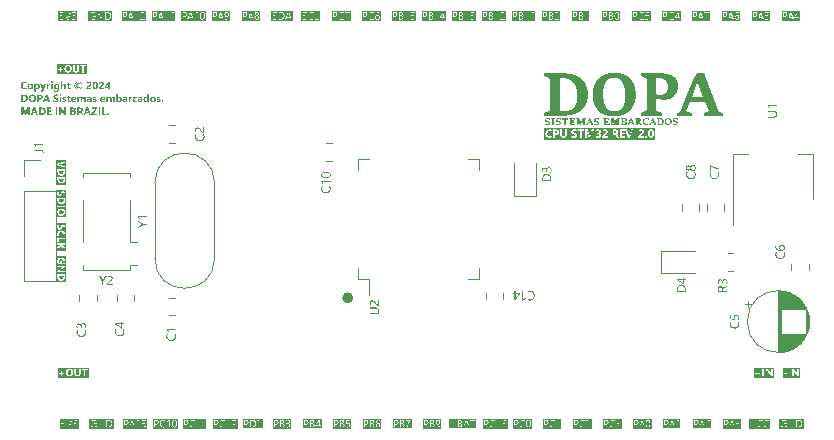
<source format=gbr>
%TF.GenerationSoftware,KiCad,Pcbnew,7.0.9*%
%TF.CreationDate,2024-03-19T10:53:25-03:00*%
%TF.ProjectId,CPU Stm32G431,43505520-5374-46d3-9332-473433312e6b,rev?*%
%TF.SameCoordinates,Original*%
%TF.FileFunction,Legend,Top*%
%TF.FilePolarity,Positive*%
%FSLAX46Y46*%
G04 Gerber Fmt 4.6, Leading zero omitted, Abs format (unit mm)*
G04 Created by KiCad (PCBNEW 7.0.9) date 2024-03-19 10:53:25*
%MOMM*%
%LPD*%
G01*
G04 APERTURE LIST*
%ADD10C,0.500000*%
%ADD11C,0.150000*%
%ADD12C,0.125000*%
%ADD13C,0.120000*%
G04 APERTURE END LIST*
D10*
X142793607Y-110970000D02*
G75*
G03*
X142793607Y-110970000I-223607J0D01*
G01*
D11*
G36*
X123695030Y-86840636D02*
G01*
X123703967Y-86841010D01*
X123712612Y-86841633D01*
X123720963Y-86842506D01*
X123729021Y-86843628D01*
X123736786Y-86844999D01*
X123744258Y-86846619D01*
X123751437Y-86848489D01*
X123758323Y-86850608D01*
X123764916Y-86852976D01*
X123771216Y-86855594D01*
X123777222Y-86858461D01*
X123782936Y-86861577D01*
X123793485Y-86868558D01*
X123802862Y-86876535D01*
X123811066Y-86885510D01*
X123818099Y-86895482D01*
X123823959Y-86906451D01*
X123826450Y-86912310D01*
X123828647Y-86918417D01*
X123830552Y-86924775D01*
X123832164Y-86931381D01*
X123833482Y-86938237D01*
X123834508Y-86945342D01*
X123835240Y-86952696D01*
X123835680Y-86960300D01*
X123835826Y-86968153D01*
X123835666Y-86976174D01*
X123835186Y-86983966D01*
X123834386Y-86991529D01*
X123833266Y-86998862D01*
X123831826Y-87005966D01*
X123830067Y-87012841D01*
X123827987Y-87019485D01*
X123825587Y-87025901D01*
X123822867Y-87032087D01*
X123819827Y-87038043D01*
X123816467Y-87043770D01*
X123812787Y-87049268D01*
X123808787Y-87054536D01*
X123804467Y-87059575D01*
X123799827Y-87064384D01*
X123794867Y-87068964D01*
X123789623Y-87073289D01*
X123784091Y-87077336D01*
X123778272Y-87081103D01*
X123772165Y-87084592D01*
X123765770Y-87087801D01*
X123759087Y-87090731D01*
X123752116Y-87093382D01*
X123744858Y-87095754D01*
X123737312Y-87097847D01*
X123729479Y-87099661D01*
X123721357Y-87101196D01*
X123712948Y-87102452D01*
X123704251Y-87103429D01*
X123695266Y-87104126D01*
X123685994Y-87104545D01*
X123676434Y-87104684D01*
X123597848Y-87104684D01*
X123597848Y-86840511D01*
X123685800Y-86840511D01*
X123695030Y-86840636D01*
G37*
G36*
X124207469Y-86852482D02*
G01*
X124208699Y-86859413D01*
X124209929Y-86865848D01*
X124211467Y-86873193D01*
X124213005Y-86879764D01*
X124214851Y-86886625D01*
X124217004Y-86893219D01*
X124317339Y-87165647D01*
X124095554Y-87165647D01*
X124195095Y-86893219D01*
X124195451Y-86892235D01*
X124197535Y-86885865D01*
X124199530Y-86878691D01*
X124201123Y-86872099D01*
X124202655Y-86864949D01*
X124204125Y-86857240D01*
X124205256Y-86850672D01*
X124207161Y-86850672D01*
X124207469Y-86852482D01*
G37*
G36*
X125492131Y-87502357D02*
G01*
X123430058Y-87502357D01*
X123430058Y-86769388D01*
X123522915Y-86769388D01*
X123522915Y-86840511D01*
X123522915Y-87409500D01*
X123597848Y-87409500D01*
X123923143Y-87409500D01*
X124006650Y-87409500D01*
X124070471Y-87236771D01*
X124341946Y-87236771D01*
X124409895Y-87409500D01*
X124492925Y-87409500D01*
X124308990Y-86931956D01*
X124566906Y-86931956D01*
X124569590Y-86931285D01*
X124576336Y-86929466D01*
X124583137Y-86927446D01*
X124589992Y-86925224D01*
X124596901Y-86922801D01*
X124603865Y-86920176D01*
X124610882Y-86917350D01*
X124613692Y-86916174D01*
X124620639Y-86913191D01*
X124627477Y-86910147D01*
X124634208Y-86907040D01*
X124640829Y-86903871D01*
X124647342Y-86900640D01*
X124653747Y-86897347D01*
X124655013Y-86896672D01*
X124661228Y-86893293D01*
X124667249Y-86889906D01*
X124673076Y-86886511D01*
X124678709Y-86883109D01*
X124684148Y-86879699D01*
X124690420Y-86875597D01*
X124694384Y-86872895D01*
X124699865Y-86868983D01*
X124705554Y-86864630D01*
X124710483Y-86860505D01*
X124715186Y-86856070D01*
X124715186Y-87409500D01*
X124788374Y-87409500D01*
X125004125Y-87409500D01*
X125399274Y-87409500D01*
X125399274Y-87338376D01*
X125080488Y-87338376D01*
X125080515Y-87335204D01*
X125080815Y-87327475D01*
X125081448Y-87320032D01*
X125082415Y-87312876D01*
X125083715Y-87306007D01*
X125085348Y-87299425D01*
X125087315Y-87293130D01*
X125088714Y-87289439D01*
X125091442Y-87283287D01*
X125094667Y-87277135D01*
X125098388Y-87270983D01*
X125102605Y-87264831D01*
X125107318Y-87258680D01*
X125111446Y-87253758D01*
X125114795Y-87250042D01*
X125119586Y-87245009D01*
X125124750Y-87239886D01*
X125130285Y-87234675D01*
X125136193Y-87229374D01*
X125142472Y-87223983D01*
X125147426Y-87219882D01*
X125152589Y-87215730D01*
X125157962Y-87211528D01*
X125163578Y-87207221D01*
X125169474Y-87202751D01*
X125175649Y-87198119D01*
X125182103Y-87193326D01*
X125188836Y-87188371D01*
X125195848Y-87183253D01*
X125203139Y-87177974D01*
X125210709Y-87172534D01*
X125215911Y-87168816D01*
X125221237Y-87165027D01*
X125226687Y-87161166D01*
X125232260Y-87157233D01*
X125236748Y-87154041D01*
X125243339Y-87149265D01*
X125249764Y-87144503D01*
X125256020Y-87139755D01*
X125262109Y-87135020D01*
X125268031Y-87130300D01*
X125273786Y-87125593D01*
X125279373Y-87120901D01*
X125284792Y-87116222D01*
X125290044Y-87111558D01*
X125295129Y-87106907D01*
X125296796Y-87105357D01*
X125301692Y-87100683D01*
X125306426Y-87095973D01*
X125310998Y-87091227D01*
X125315408Y-87086444D01*
X125319657Y-87081625D01*
X125325069Y-87075143D01*
X125330194Y-87068597D01*
X125335031Y-87061986D01*
X125339581Y-87055311D01*
X125343847Y-87048509D01*
X125347836Y-87041598D01*
X125351547Y-87034578D01*
X125354980Y-87027449D01*
X125358136Y-87020210D01*
X125361013Y-87012863D01*
X125363613Y-87005406D01*
X125365935Y-86997840D01*
X125366992Y-86994002D01*
X125368902Y-86986159D01*
X125370539Y-86978092D01*
X125371904Y-86969802D01*
X125372748Y-86963438D01*
X125373438Y-86956948D01*
X125373976Y-86950333D01*
X125374359Y-86943592D01*
X125374590Y-86936725D01*
X125374666Y-86929733D01*
X125374611Y-86924630D01*
X125374321Y-86917112D01*
X125373783Y-86909760D01*
X125372997Y-86902571D01*
X125371962Y-86895548D01*
X125370679Y-86888689D01*
X125369147Y-86881994D01*
X125367367Y-86875465D01*
X125365339Y-86869100D01*
X125363062Y-86862899D01*
X125360537Y-86856863D01*
X125359653Y-86854889D01*
X125356878Y-86849084D01*
X125352887Y-86841623D01*
X125348563Y-86834479D01*
X125343907Y-86827652D01*
X125338918Y-86821143D01*
X125333598Y-86814951D01*
X125327944Y-86809077D01*
X125321959Y-86803521D01*
X125315668Y-86798247D01*
X125309099Y-86793301D01*
X125302253Y-86788682D01*
X125295129Y-86784390D01*
X125287727Y-86780426D01*
X125281993Y-86777668D01*
X125276102Y-86775094D01*
X125270056Y-86772705D01*
X125263853Y-86770499D01*
X125259662Y-86769134D01*
X125253288Y-86767252D01*
X125246807Y-86765568D01*
X125240220Y-86764082D01*
X125233527Y-86762794D01*
X125226728Y-86761704D01*
X125219823Y-86760812D01*
X125212812Y-86760119D01*
X125205695Y-86759624D01*
X125198471Y-86759326D01*
X125191142Y-86759227D01*
X125184341Y-86759291D01*
X125177670Y-86759480D01*
X125171129Y-86759797D01*
X125164719Y-86760239D01*
X125155347Y-86761141D01*
X125146269Y-86762327D01*
X125137483Y-86763798D01*
X125128991Y-86765553D01*
X125120792Y-86767593D01*
X125112885Y-86769917D01*
X125105272Y-86772527D01*
X125097951Y-86775421D01*
X125093217Y-86777481D01*
X125086223Y-86780780D01*
X125079357Y-86784331D01*
X125072619Y-86788133D01*
X125066010Y-86792186D01*
X125059529Y-86796490D01*
X125053177Y-86801045D01*
X125046953Y-86805852D01*
X125040857Y-86810909D01*
X125034889Y-86816218D01*
X125029050Y-86821778D01*
X125029050Y-86901474D01*
X125031005Y-86899225D01*
X125035979Y-86893716D01*
X125041076Y-86888369D01*
X125046298Y-86883186D01*
X125051644Y-86878165D01*
X125057113Y-86873307D01*
X125062707Y-86868612D01*
X125064974Y-86866763D01*
X125070686Y-86862288D01*
X125076460Y-86858022D01*
X125082295Y-86853965D01*
X125088193Y-86850118D01*
X125094152Y-86846480D01*
X125100174Y-86843051D01*
X125102619Y-86841721D01*
X125108763Y-86838556D01*
X125114953Y-86835625D01*
X125121190Y-86832925D01*
X125127474Y-86830459D01*
X125133804Y-86828225D01*
X125140181Y-86826223D01*
X125142764Y-86825493D01*
X125149248Y-86823872D01*
X125155771Y-86822547D01*
X125162333Y-86821516D01*
X125168934Y-86820779D01*
X125175574Y-86820338D01*
X125182252Y-86820190D01*
X125185354Y-86820218D01*
X125192989Y-86820532D01*
X125200454Y-86821195D01*
X125207749Y-86822207D01*
X125214873Y-86823567D01*
X125221826Y-86825276D01*
X125228609Y-86827334D01*
X125231266Y-86828237D01*
X125237720Y-86830748D01*
X125243902Y-86833623D01*
X125249813Y-86836862D01*
X125255452Y-86840466D01*
X125260820Y-86844434D01*
X125265917Y-86848767D01*
X125267875Y-86850601D01*
X125272536Y-86855437D01*
X125276864Y-86860629D01*
X125280859Y-86866178D01*
X125284520Y-86872083D01*
X125287848Y-86878345D01*
X125290842Y-86884964D01*
X125291957Y-86887711D01*
X125294430Y-86894836D01*
X125296453Y-86902325D01*
X125297748Y-86908579D01*
X125298755Y-86915066D01*
X125299475Y-86921785D01*
X125299906Y-86928739D01*
X125300050Y-86935925D01*
X125299956Y-86942469D01*
X125299673Y-86948923D01*
X125299202Y-86955288D01*
X125298347Y-86963119D01*
X125297199Y-86970811D01*
X125295755Y-86978362D01*
X125294017Y-86985775D01*
X125293632Y-86987243D01*
X125291465Y-86994564D01*
X125288894Y-87001853D01*
X125285921Y-87009112D01*
X125283252Y-87014897D01*
X125280324Y-87020662D01*
X125277139Y-87026407D01*
X125273696Y-87032132D01*
X125269980Y-87037847D01*
X125265977Y-87043563D01*
X125261685Y-87049278D01*
X125257106Y-87054993D01*
X125252239Y-87060709D01*
X125247085Y-87066424D01*
X125241642Y-87072139D01*
X125235912Y-87077854D01*
X125234442Y-87079285D01*
X125228340Y-87085049D01*
X125223529Y-87089414D01*
X125218517Y-87093815D01*
X125213304Y-87098253D01*
X125207890Y-87102727D01*
X125202275Y-87107237D01*
X125196459Y-87111783D01*
X125190443Y-87116366D01*
X125184225Y-87120985D01*
X125177807Y-87125640D01*
X125174805Y-87127846D01*
X125168889Y-87132216D01*
X125163089Y-87136529D01*
X125157406Y-87140787D01*
X125151839Y-87144990D01*
X125146390Y-87149136D01*
X125141056Y-87153226D01*
X125135840Y-87157261D01*
X125130739Y-87161240D01*
X125123308Y-87167104D01*
X125116139Y-87172842D01*
X125109232Y-87178454D01*
X125102587Y-87183941D01*
X125096205Y-87189302D01*
X125092106Y-87192815D01*
X125086142Y-87198088D01*
X125080399Y-87203362D01*
X125074875Y-87208640D01*
X125069573Y-87213920D01*
X125064490Y-87219204D01*
X125059629Y-87224490D01*
X125054987Y-87229778D01*
X125050566Y-87235070D01*
X125046366Y-87240364D01*
X125042386Y-87245661D01*
X125039871Y-87249206D01*
X125036269Y-87254566D01*
X125032871Y-87259979D01*
X125028656Y-87267280D01*
X125024804Y-87274674D01*
X125021313Y-87282163D01*
X125018185Y-87289746D01*
X125015420Y-87297424D01*
X125013016Y-87305196D01*
X125012469Y-87307160D01*
X125010455Y-87315213D01*
X125009126Y-87321458D01*
X125007954Y-87327879D01*
X125006938Y-87334476D01*
X125006079Y-87341248D01*
X125005376Y-87348197D01*
X125004829Y-87355321D01*
X125004438Y-87362621D01*
X125004204Y-87370096D01*
X125004125Y-87377748D01*
X125004125Y-87409500D01*
X124788374Y-87409500D01*
X124788374Y-86759227D01*
X124760750Y-86759227D01*
X124755290Y-86763658D01*
X124749528Y-86768120D01*
X124743464Y-86772613D01*
X124737097Y-86777137D01*
X124731786Y-86780779D01*
X124726282Y-86784440D01*
X124720584Y-86788121D01*
X124714742Y-86791793D01*
X124708806Y-86795424D01*
X124702776Y-86799016D01*
X124696651Y-86802568D01*
X124690432Y-86806081D01*
X124684119Y-86809554D01*
X124677712Y-86812987D01*
X124671210Y-86816380D01*
X124664649Y-86819677D01*
X124658063Y-86822899D01*
X124651452Y-86826047D01*
X124644817Y-86829120D01*
X124638156Y-86832120D01*
X124631471Y-86835044D01*
X124624761Y-86837894D01*
X124618026Y-86840670D01*
X124612991Y-86842684D01*
X124606355Y-86845242D01*
X124599809Y-86847657D01*
X124593352Y-86849928D01*
X124586985Y-86852055D01*
X124580706Y-86854038D01*
X124574517Y-86855878D01*
X124566906Y-86857975D01*
X124566906Y-86931956D01*
X124308990Y-86931956D01*
X124246374Y-86769388D01*
X124168742Y-86769388D01*
X124016705Y-87165647D01*
X123923143Y-87409500D01*
X123597848Y-87409500D01*
X123597848Y-87175808D01*
X123682308Y-87175808D01*
X123688932Y-87175750D01*
X123695471Y-87175577D01*
X123701925Y-87175287D01*
X123708292Y-87174883D01*
X123720769Y-87173726D01*
X123732902Y-87172107D01*
X123744691Y-87170025D01*
X123756137Y-87167481D01*
X123767240Y-87164474D01*
X123777999Y-87161004D01*
X123788414Y-87157071D01*
X123798486Y-87152676D01*
X123808214Y-87147819D01*
X123817599Y-87142499D01*
X123826640Y-87136716D01*
X123835338Y-87130470D01*
X123843692Y-87123762D01*
X123851702Y-87116591D01*
X123859296Y-87109057D01*
X123866400Y-87101259D01*
X123873014Y-87093196D01*
X123879138Y-87084869D01*
X123884772Y-87076279D01*
X123889916Y-87067423D01*
X123894570Y-87058304D01*
X123898734Y-87048921D01*
X123902409Y-87039273D01*
X123905593Y-87029361D01*
X123908288Y-87019185D01*
X123910492Y-87008745D01*
X123912207Y-86998041D01*
X123913432Y-86987072D01*
X123914167Y-86975839D01*
X123914412Y-86964342D01*
X123914191Y-86952897D01*
X123913528Y-86941779D01*
X123912425Y-86930988D01*
X123910879Y-86920525D01*
X123908892Y-86910390D01*
X123906464Y-86900581D01*
X123903594Y-86891101D01*
X123900282Y-86881947D01*
X123896529Y-86873121D01*
X123892334Y-86864623D01*
X123887698Y-86856452D01*
X123882620Y-86848608D01*
X123877101Y-86841092D01*
X123871140Y-86833903D01*
X123864738Y-86827042D01*
X123857894Y-86820508D01*
X123854326Y-86817363D01*
X123846919Y-86811372D01*
X123839150Y-86805781D01*
X123831018Y-86800589D01*
X123822525Y-86795797D01*
X123813669Y-86791403D01*
X123804451Y-86787410D01*
X123794871Y-86783815D01*
X123784929Y-86780620D01*
X123774625Y-86777825D01*
X123763958Y-86775428D01*
X123752929Y-86773432D01*
X123741539Y-86771834D01*
X123729785Y-86770636D01*
X123717670Y-86769837D01*
X123705193Y-86769438D01*
X123698818Y-86769388D01*
X123522915Y-86769388D01*
X123430058Y-86769388D01*
X123430058Y-86666370D01*
X125492131Y-86666370D01*
X125492131Y-87502357D01*
G37*
G36*
X119683750Y-87512517D02*
G01*
X118072073Y-87512517D01*
X118072073Y-87385368D01*
X118164930Y-87385368D01*
X118171824Y-87389521D01*
X118179012Y-87393405D01*
X118186494Y-87397022D01*
X118194270Y-87400371D01*
X118202340Y-87403452D01*
X118210704Y-87406265D01*
X118219362Y-87408810D01*
X118228314Y-87411087D01*
X118237560Y-87413096D01*
X118247099Y-87414838D01*
X118256933Y-87416311D01*
X118267061Y-87417517D01*
X118277482Y-87418454D01*
X118288198Y-87419124D01*
X118299207Y-87419526D01*
X118310511Y-87419660D01*
X118316728Y-87419605D01*
X118325929Y-87419319D01*
X118334979Y-87418787D01*
X118343879Y-87418009D01*
X118352627Y-87416986D01*
X118361225Y-87415717D01*
X118369673Y-87414203D01*
X118377969Y-87412443D01*
X118386115Y-87410437D01*
X118394111Y-87408186D01*
X118401955Y-87405689D01*
X118407108Y-87403898D01*
X118414663Y-87401044D01*
X118422008Y-87397990D01*
X118429144Y-87394734D01*
X118436071Y-87391277D01*
X118442789Y-87387619D01*
X118449297Y-87383761D01*
X118455596Y-87379701D01*
X118461686Y-87375441D01*
X118467566Y-87370980D01*
X118473237Y-87366317D01*
X118476896Y-87363083D01*
X118482185Y-87358082D01*
X118487238Y-87352902D01*
X118492053Y-87347544D01*
X118496631Y-87342008D01*
X118500972Y-87336292D01*
X118505076Y-87330398D01*
X118508942Y-87324326D01*
X118512572Y-87318075D01*
X118515964Y-87311645D01*
X118519118Y-87305037D01*
X118521099Y-87300522D01*
X118523829Y-87293635D01*
X118526273Y-87286611D01*
X118528428Y-87279451D01*
X118530297Y-87272153D01*
X118531878Y-87264720D01*
X118533171Y-87257149D01*
X118534177Y-87249442D01*
X118534896Y-87241598D01*
X118535327Y-87233617D01*
X118535471Y-87225499D01*
X118535292Y-87217489D01*
X118534756Y-87209653D01*
X118533863Y-87201991D01*
X118532613Y-87194502D01*
X118531005Y-87187186D01*
X118529041Y-87180045D01*
X118526719Y-87173077D01*
X118524040Y-87166282D01*
X118521083Y-87159684D01*
X118517848Y-87153304D01*
X118514336Y-87147142D01*
X118510546Y-87141199D01*
X118506477Y-87135474D01*
X118502131Y-87129967D01*
X118497508Y-87124678D01*
X118492606Y-87119608D01*
X118487483Y-87114763D01*
X118482118Y-87110152D01*
X118476509Y-87105773D01*
X118470658Y-87101628D01*
X118464563Y-87097716D01*
X118458225Y-87094038D01*
X118451644Y-87090592D01*
X118444820Y-87087380D01*
X118437837Y-87084420D01*
X118430700Y-87081734D01*
X118423410Y-87079320D01*
X118415966Y-87077180D01*
X118408368Y-87075312D01*
X118400616Y-87073717D01*
X118392710Y-87072395D01*
X118384651Y-87071345D01*
X118384651Y-87069599D01*
X118392504Y-87067290D01*
X118400107Y-87064806D01*
X118407461Y-87062150D01*
X118414567Y-87059319D01*
X118421422Y-87056315D01*
X118428029Y-87053138D01*
X118434386Y-87049786D01*
X118440494Y-87046262D01*
X118446352Y-87042563D01*
X118451961Y-87038691D01*
X118457321Y-87034645D01*
X118462432Y-87030425D01*
X118467293Y-87026032D01*
X118471905Y-87021466D01*
X118476268Y-87016725D01*
X118480382Y-87011811D01*
X118484246Y-87006723D01*
X118487861Y-87001462D01*
X118491226Y-86996027D01*
X118494342Y-86990418D01*
X118497209Y-86984636D01*
X118499827Y-86978680D01*
X118502195Y-86972551D01*
X118504314Y-86966248D01*
X118506184Y-86959771D01*
X118507805Y-86953120D01*
X118509176Y-86946296D01*
X118510297Y-86939298D01*
X118511170Y-86932127D01*
X118511793Y-86924782D01*
X118512167Y-86917263D01*
X118512292Y-86909571D01*
X118512093Y-86901326D01*
X118511498Y-86893259D01*
X118510506Y-86885370D01*
X118509117Y-86877661D01*
X118507331Y-86870130D01*
X118505148Y-86862777D01*
X118502568Y-86855603D01*
X118499591Y-86848608D01*
X118496250Y-86841786D01*
X118492576Y-86835213D01*
X118488570Y-86828887D01*
X118484231Y-86822810D01*
X118479560Y-86816980D01*
X118474557Y-86811399D01*
X118469221Y-86806066D01*
X118463553Y-86800981D01*
X118462095Y-86799749D01*
X118456081Y-86794996D01*
X118449774Y-86790521D01*
X118443175Y-86786324D01*
X118436282Y-86782405D01*
X118429097Y-86778763D01*
X118421620Y-86775400D01*
X118413849Y-86772314D01*
X118407829Y-86770182D01*
X118405377Y-86769388D01*
X118608340Y-86769388D01*
X118840444Y-87409500D01*
X118923157Y-87409500D01*
X118932093Y-87385368D01*
X119220352Y-87385368D01*
X119227246Y-87389521D01*
X119234434Y-87393405D01*
X119241916Y-87397022D01*
X119249692Y-87400371D01*
X119257762Y-87403452D01*
X119266126Y-87406265D01*
X119274784Y-87408810D01*
X119283736Y-87411087D01*
X119292982Y-87413096D01*
X119302521Y-87414838D01*
X119312355Y-87416311D01*
X119322483Y-87417517D01*
X119332904Y-87418454D01*
X119343620Y-87419124D01*
X119354629Y-87419526D01*
X119365933Y-87419660D01*
X119372150Y-87419605D01*
X119381351Y-87419319D01*
X119390401Y-87418787D01*
X119399301Y-87418009D01*
X119408050Y-87416986D01*
X119416648Y-87415717D01*
X119425095Y-87414203D01*
X119433392Y-87412443D01*
X119441538Y-87410437D01*
X119449533Y-87408186D01*
X119457377Y-87405689D01*
X119462530Y-87403898D01*
X119470085Y-87401044D01*
X119477430Y-87397990D01*
X119484567Y-87394734D01*
X119491494Y-87391277D01*
X119498211Y-87387619D01*
X119504719Y-87383761D01*
X119511018Y-87379701D01*
X119517108Y-87375441D01*
X119522989Y-87370980D01*
X119528660Y-87366317D01*
X119532318Y-87363083D01*
X119537608Y-87358082D01*
X119542660Y-87352902D01*
X119547475Y-87347544D01*
X119552053Y-87342008D01*
X119556394Y-87336292D01*
X119560498Y-87330398D01*
X119564365Y-87324326D01*
X119567994Y-87318075D01*
X119571386Y-87311645D01*
X119574541Y-87305037D01*
X119576521Y-87300522D01*
X119579251Y-87293635D01*
X119581695Y-87286611D01*
X119583850Y-87279451D01*
X119585719Y-87272153D01*
X119587300Y-87264720D01*
X119588593Y-87257149D01*
X119589599Y-87249442D01*
X119590318Y-87241598D01*
X119590749Y-87233617D01*
X119590893Y-87225499D01*
X119590714Y-87217489D01*
X119590178Y-87209653D01*
X119589285Y-87201991D01*
X119588035Y-87194502D01*
X119586428Y-87187186D01*
X119584463Y-87180045D01*
X119582141Y-87173077D01*
X119579462Y-87166282D01*
X119576505Y-87159684D01*
X119573271Y-87153304D01*
X119569758Y-87147142D01*
X119565968Y-87141199D01*
X119561900Y-87135474D01*
X119557554Y-87129967D01*
X119552930Y-87124678D01*
X119548028Y-87119608D01*
X119542906Y-87114763D01*
X119537540Y-87110152D01*
X119531932Y-87105773D01*
X119526080Y-87101628D01*
X119519985Y-87097716D01*
X119513647Y-87094038D01*
X119507066Y-87090592D01*
X119500242Y-87087380D01*
X119493259Y-87084420D01*
X119486122Y-87081734D01*
X119478832Y-87079320D01*
X119471388Y-87077180D01*
X119463790Y-87075312D01*
X119456038Y-87073717D01*
X119448132Y-87072395D01*
X119440073Y-87071345D01*
X119440073Y-87069599D01*
X119447926Y-87067290D01*
X119455529Y-87064806D01*
X119462884Y-87062150D01*
X119469989Y-87059319D01*
X119476844Y-87056315D01*
X119483451Y-87053138D01*
X119489808Y-87049786D01*
X119495916Y-87046262D01*
X119501774Y-87042563D01*
X119507384Y-87038691D01*
X119512744Y-87034645D01*
X119517854Y-87030425D01*
X119522716Y-87026032D01*
X119527328Y-87021466D01*
X119531690Y-87016725D01*
X119535804Y-87011811D01*
X119539668Y-87006723D01*
X119543283Y-87001462D01*
X119546648Y-86996027D01*
X119549765Y-86990418D01*
X119552631Y-86984636D01*
X119555249Y-86978680D01*
X119557617Y-86972551D01*
X119559737Y-86966248D01*
X119561606Y-86959771D01*
X119563227Y-86953120D01*
X119564598Y-86946296D01*
X119565720Y-86939298D01*
X119566592Y-86932127D01*
X119567215Y-86924782D01*
X119567589Y-86917263D01*
X119567714Y-86909571D01*
X119567516Y-86901326D01*
X119566920Y-86893259D01*
X119565928Y-86885370D01*
X119564539Y-86877661D01*
X119562753Y-86870130D01*
X119560570Y-86862777D01*
X119557990Y-86855603D01*
X119555013Y-86848608D01*
X119551672Y-86841786D01*
X119547998Y-86835213D01*
X119543992Y-86828887D01*
X119539654Y-86822810D01*
X119534983Y-86816980D01*
X119529979Y-86811399D01*
X119524644Y-86806066D01*
X119518975Y-86800981D01*
X119517518Y-86799749D01*
X119511503Y-86794996D01*
X119505197Y-86790521D01*
X119498597Y-86786324D01*
X119491705Y-86782405D01*
X119484520Y-86778763D01*
X119477042Y-86775400D01*
X119469271Y-86772314D01*
X119463251Y-86770182D01*
X119459153Y-86768855D01*
X119452895Y-86767026D01*
X119446502Y-86765389D01*
X119439976Y-86763945D01*
X119433316Y-86762693D01*
X119426521Y-86761634D01*
X119419593Y-86760768D01*
X119412531Y-86760094D01*
X119405335Y-86759612D01*
X119398004Y-86759324D01*
X119390540Y-86759227D01*
X119380074Y-86759363D01*
X119369790Y-86759768D01*
X119359689Y-86760444D01*
X119349769Y-86761390D01*
X119340032Y-86762607D01*
X119330478Y-86764094D01*
X119321105Y-86765852D01*
X119311915Y-86767880D01*
X119302908Y-86770178D01*
X119294083Y-86772747D01*
X119285440Y-86775586D01*
X119276979Y-86778695D01*
X119268700Y-86782075D01*
X119260604Y-86785725D01*
X119252691Y-86789646D01*
X119244959Y-86793837D01*
X119244959Y-86860832D01*
X119252415Y-86855911D01*
X119259937Y-86851307D01*
X119267527Y-86847020D01*
X119275183Y-86843051D01*
X119282906Y-86839400D01*
X119290697Y-86836066D01*
X119298554Y-86833050D01*
X119306478Y-86830351D01*
X119314469Y-86827969D01*
X119322527Y-86825906D01*
X119330653Y-86824159D01*
X119338845Y-86822730D01*
X119347104Y-86821619D01*
X119355430Y-86820825D01*
X119363823Y-86820349D01*
X119372283Y-86820190D01*
X119379697Y-86820295D01*
X119386875Y-86820610D01*
X119393817Y-86821134D01*
X119400525Y-86821867D01*
X119413233Y-86823963D01*
X119425001Y-86826898D01*
X119435827Y-86830671D01*
X119445711Y-86835282D01*
X119454654Y-86840732D01*
X119462656Y-86847020D01*
X119469716Y-86854147D01*
X119475835Y-86862112D01*
X119481013Y-86870916D01*
X119485249Y-86880558D01*
X119488544Y-86891039D01*
X119490898Y-86902357D01*
X119492310Y-86914515D01*
X119492663Y-86920908D01*
X119492780Y-86927511D01*
X119492626Y-86934660D01*
X119492163Y-86941583D01*
X119491391Y-86948279D01*
X119490310Y-86954748D01*
X119487221Y-86967004D01*
X119482898Y-86978353D01*
X119477339Y-86988794D01*
X119470544Y-86998327D01*
X119462515Y-87006952D01*
X119453250Y-87014669D01*
X119442749Y-87021478D01*
X119437036Y-87024542D01*
X119431014Y-87027379D01*
X119424683Y-87029989D01*
X119418043Y-87032373D01*
X119411094Y-87034529D01*
X119403836Y-87036458D01*
X119396270Y-87038161D01*
X119388395Y-87039636D01*
X119380211Y-87040884D01*
X119371718Y-87041906D01*
X119362916Y-87042700D01*
X119353805Y-87043267D01*
X119344386Y-87043608D01*
X119334658Y-87043721D01*
X119284173Y-87043721D01*
X119284173Y-87104684D01*
X119337356Y-87104684D01*
X119348345Y-87104810D01*
X119358984Y-87105185D01*
X119369275Y-87105810D01*
X119379216Y-87106686D01*
X119388809Y-87107812D01*
X119398053Y-87109189D01*
X119406949Y-87110815D01*
X119415495Y-87112692D01*
X119423693Y-87114819D01*
X119431541Y-87117196D01*
X119439041Y-87119823D01*
X119446192Y-87122701D01*
X119452995Y-87125829D01*
X119459448Y-87129207D01*
X119465553Y-87132835D01*
X119471308Y-87136714D01*
X119476715Y-87140843D01*
X119481773Y-87145222D01*
X119486483Y-87149851D01*
X119490843Y-87154730D01*
X119494855Y-87159860D01*
X119498517Y-87165240D01*
X119501831Y-87170870D01*
X119504796Y-87176751D01*
X119507413Y-87182881D01*
X119509680Y-87189262D01*
X119511599Y-87195893D01*
X119513168Y-87202774D01*
X119514389Y-87209906D01*
X119515261Y-87217288D01*
X119515785Y-87224920D01*
X119515959Y-87232802D01*
X119515795Y-87240013D01*
X119515304Y-87247041D01*
X119514486Y-87253885D01*
X119513340Y-87260545D01*
X119511866Y-87267022D01*
X119510065Y-87273315D01*
X119507937Y-87279425D01*
X119505481Y-87285351D01*
X119503437Y-87289638D01*
X119499676Y-87296523D01*
X119495474Y-87303083D01*
X119490830Y-87309317D01*
X119485744Y-87315226D01*
X119480216Y-87320808D01*
X119475476Y-87325040D01*
X119470515Y-87329009D01*
X119465315Y-87332740D01*
X119459878Y-87336233D01*
X119454202Y-87339487D01*
X119448288Y-87342504D01*
X119442137Y-87345282D01*
X119435747Y-87347822D01*
X119429118Y-87350124D01*
X119422270Y-87352133D01*
X119415217Y-87353875D01*
X119407962Y-87355348D01*
X119400502Y-87356554D01*
X119392840Y-87357491D01*
X119384974Y-87358161D01*
X119376905Y-87358563D01*
X119368632Y-87358697D01*
X119358267Y-87358499D01*
X119348048Y-87357903D01*
X119337975Y-87356911D01*
X119328049Y-87355522D01*
X119318270Y-87353736D01*
X119308636Y-87351553D01*
X119299149Y-87348973D01*
X119289808Y-87345996D01*
X119280614Y-87342623D01*
X119271566Y-87338852D01*
X119262665Y-87334685D01*
X119253909Y-87330121D01*
X119245300Y-87325159D01*
X119236838Y-87319801D01*
X119228522Y-87314046D01*
X119220352Y-87307894D01*
X119220352Y-87385368D01*
X118932093Y-87385368D01*
X119160183Y-86769388D01*
X119079375Y-86769388D01*
X118898550Y-87275984D01*
X118895888Y-87283622D01*
X118893460Y-87291136D01*
X118891264Y-87298525D01*
X118889302Y-87305791D01*
X118887573Y-87312933D01*
X118886077Y-87319950D01*
X118884815Y-87326844D01*
X118883785Y-87333613D01*
X118882039Y-87333613D01*
X118880863Y-87325713D01*
X118879558Y-87318045D01*
X118878125Y-87310611D01*
X118876562Y-87303410D01*
X118874870Y-87296442D01*
X118873049Y-87289707D01*
X118871100Y-87283205D01*
X118869021Y-87276937D01*
X118691847Y-86769388D01*
X118608340Y-86769388D01*
X118405377Y-86769388D01*
X118403731Y-86768855D01*
X118397473Y-86767026D01*
X118391080Y-86765389D01*
X118384554Y-86763945D01*
X118377893Y-86762693D01*
X118371099Y-86761634D01*
X118364171Y-86760768D01*
X118357109Y-86760094D01*
X118349912Y-86759612D01*
X118342582Y-86759324D01*
X118335118Y-86759227D01*
X118324652Y-86759363D01*
X118314368Y-86759768D01*
X118304266Y-86760444D01*
X118294347Y-86761390D01*
X118284610Y-86762607D01*
X118275056Y-86764094D01*
X118265683Y-86765852D01*
X118256493Y-86767880D01*
X118247486Y-86770178D01*
X118238660Y-86772747D01*
X118230017Y-86775586D01*
X118221557Y-86778695D01*
X118213278Y-86782075D01*
X118205182Y-86785725D01*
X118197269Y-86789646D01*
X118189537Y-86793837D01*
X118189537Y-86860832D01*
X118196993Y-86855911D01*
X118204515Y-86851307D01*
X118212104Y-86847020D01*
X118219761Y-86843051D01*
X118227484Y-86839400D01*
X118235274Y-86836066D01*
X118243132Y-86833050D01*
X118251056Y-86830351D01*
X118259047Y-86827969D01*
X118267105Y-86825906D01*
X118275230Y-86824159D01*
X118283423Y-86822730D01*
X118291682Y-86821619D01*
X118300008Y-86820825D01*
X118308401Y-86820349D01*
X118316861Y-86820190D01*
X118324274Y-86820295D01*
X118331452Y-86820610D01*
X118338395Y-86821134D01*
X118345103Y-86821867D01*
X118357811Y-86823963D01*
X118369579Y-86826898D01*
X118380404Y-86830671D01*
X118390289Y-86835282D01*
X118399232Y-86840732D01*
X118407234Y-86847020D01*
X118414294Y-86854147D01*
X118420413Y-86862112D01*
X118425591Y-86870916D01*
X118429827Y-86880558D01*
X118433122Y-86891039D01*
X118435475Y-86902357D01*
X118436887Y-86914515D01*
X118437241Y-86920908D01*
X118437358Y-86927511D01*
X118437204Y-86934660D01*
X118436741Y-86941583D01*
X118435968Y-86948279D01*
X118434888Y-86954748D01*
X118431799Y-86967004D01*
X118427476Y-86978353D01*
X118421917Y-86988794D01*
X118415122Y-86998327D01*
X118407092Y-87006952D01*
X118397827Y-87014669D01*
X118387327Y-87021478D01*
X118381614Y-87024542D01*
X118375591Y-87027379D01*
X118369260Y-87029989D01*
X118362620Y-87032373D01*
X118355672Y-87034529D01*
X118348414Y-87036458D01*
X118340848Y-87038161D01*
X118332972Y-87039636D01*
X118324788Y-87040884D01*
X118316295Y-87041906D01*
X118307494Y-87042700D01*
X118298383Y-87043267D01*
X118288964Y-87043608D01*
X118279235Y-87043721D01*
X118228750Y-87043721D01*
X118228750Y-87104684D01*
X118281934Y-87104684D01*
X118292922Y-87104810D01*
X118303562Y-87105185D01*
X118313852Y-87105810D01*
X118323794Y-87106686D01*
X118333387Y-87107812D01*
X118342631Y-87109189D01*
X118351526Y-87110815D01*
X118360073Y-87112692D01*
X118368270Y-87114819D01*
X118376119Y-87117196D01*
X118383619Y-87119823D01*
X118390770Y-87122701D01*
X118397572Y-87125829D01*
X118404026Y-87129207D01*
X118410130Y-87132835D01*
X118415886Y-87136714D01*
X118421293Y-87140843D01*
X118426351Y-87145222D01*
X118431060Y-87149851D01*
X118435421Y-87154730D01*
X118439432Y-87159860D01*
X118443095Y-87165240D01*
X118446409Y-87170870D01*
X118449374Y-87176751D01*
X118451990Y-87182881D01*
X118454258Y-87189262D01*
X118456176Y-87195893D01*
X118457746Y-87202774D01*
X118458967Y-87209906D01*
X118459839Y-87217288D01*
X118460362Y-87224920D01*
X118460537Y-87232802D01*
X118460373Y-87240013D01*
X118459882Y-87247041D01*
X118459063Y-87253885D01*
X118457917Y-87260545D01*
X118456444Y-87267022D01*
X118454643Y-87273315D01*
X118452515Y-87279425D01*
X118450059Y-87285351D01*
X118448015Y-87289638D01*
X118444254Y-87296523D01*
X118440052Y-87303083D01*
X118435408Y-87309317D01*
X118430322Y-87315226D01*
X118424794Y-87320808D01*
X118420054Y-87325040D01*
X118415092Y-87329009D01*
X118409893Y-87332740D01*
X118404456Y-87336233D01*
X118398780Y-87339487D01*
X118392866Y-87342504D01*
X118386714Y-87345282D01*
X118380324Y-87347822D01*
X118373696Y-87350124D01*
X118366847Y-87352133D01*
X118359795Y-87353875D01*
X118352539Y-87355348D01*
X118345080Y-87356554D01*
X118337418Y-87357491D01*
X118329552Y-87358161D01*
X118321482Y-87358563D01*
X118313210Y-87358697D01*
X118302844Y-87358499D01*
X118292626Y-87357903D01*
X118282553Y-87356911D01*
X118272627Y-87355522D01*
X118262847Y-87353736D01*
X118253214Y-87351553D01*
X118243727Y-87348973D01*
X118234386Y-87345996D01*
X118225192Y-87342623D01*
X118216144Y-87338852D01*
X118207242Y-87334685D01*
X118198487Y-87330121D01*
X118189878Y-87325159D01*
X118181416Y-87319801D01*
X118173100Y-87314046D01*
X118164930Y-87307894D01*
X118164930Y-87385368D01*
X118072073Y-87385368D01*
X118072073Y-86666370D01*
X119683750Y-86666370D01*
X119683750Y-87512517D01*
G37*
G36*
X152044803Y-121639952D02*
G01*
X152054005Y-121640275D01*
X152062905Y-121640812D01*
X152071504Y-121641564D01*
X152079801Y-121642531D01*
X152087796Y-121643713D01*
X152095489Y-121645110D01*
X152102881Y-121646721D01*
X152109971Y-121648548D01*
X152116759Y-121650589D01*
X152123246Y-121652845D01*
X152129431Y-121655316D01*
X152135314Y-121658002D01*
X152146175Y-121664019D01*
X152155829Y-121670895D01*
X152164277Y-121678631D01*
X152171518Y-121687226D01*
X152177552Y-121696681D01*
X152182379Y-121706995D01*
X152186000Y-121718169D01*
X152188413Y-121730202D01*
X152189168Y-121736541D01*
X152189620Y-121743095D01*
X152189771Y-121749864D01*
X152189629Y-121756384D01*
X152188883Y-121765834D01*
X152187499Y-121774888D01*
X152185475Y-121783546D01*
X152182812Y-121791807D01*
X152179510Y-121799672D01*
X152175570Y-121807141D01*
X152170990Y-121814213D01*
X152165771Y-121820890D01*
X152159913Y-121827170D01*
X152153415Y-121833053D01*
X152146336Y-121838472D01*
X152138733Y-121843358D01*
X152130605Y-121847711D01*
X152121952Y-121851531D01*
X152115892Y-121853782D01*
X152109598Y-121855795D01*
X152103072Y-121857572D01*
X152096312Y-121859112D01*
X152089319Y-121860415D01*
X152082093Y-121861481D01*
X152074634Y-121862310D01*
X152066942Y-121862902D01*
X152059017Y-121863258D01*
X152050858Y-121863376D01*
X151949094Y-121863376D01*
X151949094Y-121639845D01*
X152035300Y-121639845D01*
X152044803Y-121639952D01*
G37*
G36*
X152042859Y-121365601D02*
G01*
X152050179Y-121365870D01*
X152057259Y-121366318D01*
X152064099Y-121366945D01*
X152070699Y-121367752D01*
X152077059Y-121368737D01*
X152089059Y-121371246D01*
X152100099Y-121374472D01*
X152110179Y-121378415D01*
X152119299Y-121383075D01*
X152127459Y-121388452D01*
X152134658Y-121394545D01*
X152140898Y-121401356D01*
X152146178Y-121408883D01*
X152150498Y-121417128D01*
X152153858Y-121426089D01*
X152156258Y-121435767D01*
X152157698Y-121446162D01*
X152158178Y-121457273D01*
X152158040Y-121463809D01*
X152157314Y-121473262D01*
X152155965Y-121482298D01*
X152153995Y-121490914D01*
X152151402Y-121499112D01*
X152148186Y-121506892D01*
X152144349Y-121514253D01*
X152139889Y-121521195D01*
X152134807Y-121527718D01*
X152129102Y-121533824D01*
X152122775Y-121539510D01*
X152120547Y-121541307D01*
X152113552Y-121546356D01*
X152106095Y-121550892D01*
X152098174Y-121554914D01*
X152089790Y-121558423D01*
X152080942Y-121561419D01*
X152074787Y-121563130D01*
X152068425Y-121564614D01*
X152061858Y-121565869D01*
X152055085Y-121566896D01*
X152048106Y-121567694D01*
X152040921Y-121568265D01*
X152033530Y-121568607D01*
X152025933Y-121568721D01*
X151949094Y-121568721D01*
X151949094Y-121365511D01*
X152035300Y-121365511D01*
X152042859Y-121365601D01*
G37*
G36*
X152605707Y-121377482D02*
G01*
X152606937Y-121384413D01*
X152608167Y-121390848D01*
X152609705Y-121398193D01*
X152611243Y-121404764D01*
X152613089Y-121411625D01*
X152615242Y-121418219D01*
X152715577Y-121690647D01*
X152493792Y-121690647D01*
X152593333Y-121418219D01*
X152593689Y-121417235D01*
X152595773Y-121410865D01*
X152597767Y-121403691D01*
X152599361Y-121397099D01*
X152600893Y-121389949D01*
X152602363Y-121382240D01*
X152603494Y-121375672D01*
X152605399Y-121375672D01*
X152605707Y-121377482D01*
G37*
G36*
X153420763Y-122027357D02*
G01*
X151140239Y-122027357D01*
X151140239Y-121294388D01*
X151233096Y-121294388D01*
X151465200Y-121934500D01*
X151547913Y-121934500D01*
X151784938Y-121294388D01*
X151874160Y-121294388D01*
X151874160Y-121365511D01*
X151874160Y-121639845D01*
X151874160Y-121934500D01*
X152060701Y-121934500D01*
X152321381Y-121934500D01*
X152404888Y-121934500D01*
X152468709Y-121761771D01*
X152740184Y-121761771D01*
X152808133Y-121934500D01*
X152891163Y-121934500D01*
X152644612Y-121294388D01*
X152883543Y-121294388D01*
X152883543Y-121365511D01*
X153068019Y-121365511D01*
X153068019Y-121934500D01*
X153142953Y-121934500D01*
X153142953Y-121365511D01*
X153327906Y-121365511D01*
X153327906Y-121294388D01*
X152883543Y-121294388D01*
X152644612Y-121294388D01*
X152566980Y-121294388D01*
X152414943Y-121690647D01*
X152321381Y-121934500D01*
X152060701Y-121934500D01*
X152071812Y-121934302D01*
X152082681Y-121933708D01*
X152093309Y-121932719D01*
X152103694Y-121931334D01*
X152113838Y-121929554D01*
X152123740Y-121927378D01*
X152133400Y-121924806D01*
X152142818Y-121921839D01*
X152151995Y-121918475D01*
X152160929Y-121914717D01*
X152169622Y-121910562D01*
X152178072Y-121906012D01*
X152186281Y-121901067D01*
X152194248Y-121895725D01*
X152201974Y-121889988D01*
X152209457Y-121883856D01*
X152216589Y-121877384D01*
X152223261Y-121870669D01*
X152229473Y-121863711D01*
X152235225Y-121856510D01*
X152240517Y-121849065D01*
X152245349Y-121841378D01*
X152249720Y-121833448D01*
X152253631Y-121825274D01*
X152257082Y-121816857D01*
X152260073Y-121808198D01*
X152262604Y-121799295D01*
X152264675Y-121790149D01*
X152266285Y-121780760D01*
X152267436Y-121771128D01*
X152268126Y-121761253D01*
X152268356Y-121751134D01*
X152268204Y-121742995D01*
X152267748Y-121735050D01*
X152266989Y-121727298D01*
X152265925Y-121719740D01*
X152264558Y-121712375D01*
X152262886Y-121705204D01*
X152260911Y-121698226D01*
X152258632Y-121691441D01*
X152256049Y-121684850D01*
X152253162Y-121678453D01*
X152249972Y-121672249D01*
X152246477Y-121666238D01*
X152242679Y-121660421D01*
X152238577Y-121654798D01*
X152234170Y-121649368D01*
X152229460Y-121644131D01*
X152224517Y-121639122D01*
X152219369Y-121634375D01*
X152214019Y-121629890D01*
X152208465Y-121625666D01*
X152202707Y-121621704D01*
X152196746Y-121618003D01*
X152190582Y-121614565D01*
X152184214Y-121611388D01*
X152177643Y-121608472D01*
X152170869Y-121605819D01*
X152163891Y-121603427D01*
X152156710Y-121601297D01*
X152149325Y-121599428D01*
X152141737Y-121597821D01*
X152133945Y-121596476D01*
X152125950Y-121595393D01*
X152125950Y-121593646D01*
X152129163Y-121592562D01*
X152135459Y-121590256D01*
X152141581Y-121587768D01*
X152147530Y-121585098D01*
X152153304Y-121582245D01*
X152158906Y-121579210D01*
X152166982Y-121574316D01*
X152174667Y-121569011D01*
X152181962Y-121563296D01*
X152188866Y-121557171D01*
X152195380Y-121550636D01*
X152201502Y-121543691D01*
X152207234Y-121536335D01*
X152209051Y-121533801D01*
X152214155Y-121526030D01*
X152218740Y-121518009D01*
X152222806Y-121509737D01*
X152226353Y-121501213D01*
X152229381Y-121492438D01*
X152231890Y-121483412D01*
X152233880Y-121474135D01*
X152234918Y-121467811D01*
X152235725Y-121461375D01*
X152236302Y-121454828D01*
X152236648Y-121448168D01*
X152236763Y-121441398D01*
X152236573Y-121433318D01*
X152236002Y-121425430D01*
X152235050Y-121417735D01*
X152233717Y-121410231D01*
X152232004Y-121402921D01*
X152229909Y-121395802D01*
X152227434Y-121388875D01*
X152224579Y-121382141D01*
X152221342Y-121375599D01*
X152217725Y-121369250D01*
X152213727Y-121363092D01*
X152209348Y-121357127D01*
X152204588Y-121351354D01*
X152199448Y-121345773D01*
X152193927Y-121340385D01*
X152188025Y-121335189D01*
X152181818Y-121330248D01*
X152175341Y-121325626D01*
X152168596Y-121321323D01*
X152161582Y-121317338D01*
X152154298Y-121313673D01*
X152146745Y-121310326D01*
X152138923Y-121307297D01*
X152130832Y-121304588D01*
X152122472Y-121302197D01*
X152113843Y-121300125D01*
X152104944Y-121298372D01*
X152095776Y-121296938D01*
X152086340Y-121295822D01*
X152076634Y-121295025D01*
X152066659Y-121294547D01*
X152056414Y-121294388D01*
X151874160Y-121294388D01*
X151784938Y-121294388D01*
X151704131Y-121294388D01*
X151523306Y-121800984D01*
X151520644Y-121808622D01*
X151518215Y-121816136D01*
X151516020Y-121823525D01*
X151514058Y-121830791D01*
X151512329Y-121837933D01*
X151510833Y-121844950D01*
X151509570Y-121851844D01*
X151508541Y-121858613D01*
X151506795Y-121858613D01*
X151505619Y-121850713D01*
X151504314Y-121843045D01*
X151502880Y-121835611D01*
X151501318Y-121828410D01*
X151499626Y-121821442D01*
X151497805Y-121814707D01*
X151495855Y-121808205D01*
X151493777Y-121801937D01*
X151316603Y-121294388D01*
X151233096Y-121294388D01*
X151140239Y-121294388D01*
X151140239Y-121201531D01*
X153420763Y-121201531D01*
X153420763Y-122027357D01*
G37*
G36*
X145136780Y-121599291D02*
G01*
X145143914Y-121599682D01*
X145150850Y-121600385D01*
X145157587Y-121601401D01*
X145164126Y-121602729D01*
X145170467Y-121604370D01*
X145176608Y-121606323D01*
X145184007Y-121609205D01*
X145186876Y-121610470D01*
X145193798Y-121613936D01*
X145200364Y-121617837D01*
X145206573Y-121622172D01*
X145212426Y-121626941D01*
X145217922Y-121632144D01*
X145223061Y-121637781D01*
X145224046Y-121638950D01*
X145228752Y-121645026D01*
X145233094Y-121651489D01*
X145237072Y-121658340D01*
X145239991Y-121664100D01*
X145242678Y-121670108D01*
X145245131Y-121676364D01*
X145247351Y-121682868D01*
X145249360Y-121689601D01*
X145251102Y-121696541D01*
X145252575Y-121703690D01*
X145253781Y-121711048D01*
X145254719Y-121718614D01*
X145255388Y-121726388D01*
X145255790Y-121734370D01*
X145255924Y-121742561D01*
X145255783Y-121750333D01*
X145255359Y-121757931D01*
X145254652Y-121765355D01*
X145253662Y-121772606D01*
X145252389Y-121779683D01*
X145250834Y-121786587D01*
X145248996Y-121793317D01*
X145246875Y-121799873D01*
X145246312Y-121801483D01*
X145243922Y-121807781D01*
X145241309Y-121813851D01*
X145238472Y-121819693D01*
X145235413Y-121825307D01*
X145231274Y-121832003D01*
X145226786Y-121838342D01*
X145221950Y-121844325D01*
X145219919Y-121846615D01*
X145214608Y-121852064D01*
X145208964Y-121857117D01*
X145202987Y-121861776D01*
X145196676Y-121866038D01*
X145190032Y-121869906D01*
X145183054Y-121873378D01*
X145180197Y-121874627D01*
X145172879Y-121877399D01*
X145165313Y-121879666D01*
X145159082Y-121881117D01*
X145152692Y-121882246D01*
X145146143Y-121883052D01*
X145139436Y-121883536D01*
X145132569Y-121883697D01*
X145125505Y-121883508D01*
X145118599Y-121882943D01*
X145111851Y-121882000D01*
X145105263Y-121880681D01*
X145098833Y-121878984D01*
X145092562Y-121876910D01*
X145086450Y-121874459D01*
X145080497Y-121871631D01*
X145074762Y-121868434D01*
X145069225Y-121864954D01*
X145063887Y-121861191D01*
X145058747Y-121857145D01*
X145053806Y-121852816D01*
X145049063Y-121848205D01*
X145044518Y-121843310D01*
X145040172Y-121838133D01*
X145036045Y-121832703D01*
X145032155Y-121827050D01*
X145028504Y-121821174D01*
X145025090Y-121815074D01*
X145021915Y-121808751D01*
X145018978Y-121802205D01*
X145016279Y-121795435D01*
X145013818Y-121788442D01*
X145011623Y-121781231D01*
X145009720Y-121773886D01*
X145008111Y-121766407D01*
X145006793Y-121758794D01*
X145005769Y-121751047D01*
X145005037Y-121743167D01*
X145004598Y-121735152D01*
X145004452Y-121727003D01*
X145004535Y-121722146D01*
X145004908Y-121715749D01*
X145005791Y-121707878D01*
X145007140Y-121700146D01*
X145008954Y-121692554D01*
X145011233Y-121685101D01*
X145013977Y-121677788D01*
X145015216Y-121674894D01*
X145018563Y-121667859D01*
X145022267Y-121661111D01*
X145026328Y-121654650D01*
X145030745Y-121648476D01*
X145035518Y-121642588D01*
X145040648Y-121636987D01*
X145042796Y-121634833D01*
X145048377Y-121629697D01*
X145054259Y-121624917D01*
X145060445Y-121620494D01*
X145066932Y-121616427D01*
X145073722Y-121612717D01*
X145080814Y-121609363D01*
X145085196Y-121607548D01*
X145092662Y-121604918D01*
X145098779Y-121603172D01*
X145105025Y-121601743D01*
X145111400Y-121600632D01*
X145117904Y-121599838D01*
X145124537Y-121599362D01*
X145131299Y-121599203D01*
X145136780Y-121599291D01*
G37*
G36*
X144100030Y-121365636D02*
G01*
X144108967Y-121366010D01*
X144117612Y-121366633D01*
X144125963Y-121367506D01*
X144134021Y-121368628D01*
X144141786Y-121369999D01*
X144149258Y-121371619D01*
X144156437Y-121373489D01*
X144163323Y-121375608D01*
X144169916Y-121377976D01*
X144176216Y-121380594D01*
X144182222Y-121383461D01*
X144187936Y-121386577D01*
X144198485Y-121393558D01*
X144207862Y-121401535D01*
X144216066Y-121410510D01*
X144223099Y-121420482D01*
X144228959Y-121431451D01*
X144231450Y-121437310D01*
X144233647Y-121443417D01*
X144235552Y-121449775D01*
X144237164Y-121456381D01*
X144238482Y-121463237D01*
X144239508Y-121470342D01*
X144240240Y-121477696D01*
X144240680Y-121485300D01*
X144240826Y-121493153D01*
X144240666Y-121501174D01*
X144240186Y-121508966D01*
X144239386Y-121516529D01*
X144238266Y-121523862D01*
X144236826Y-121530966D01*
X144235067Y-121537841D01*
X144232987Y-121544485D01*
X144230587Y-121550901D01*
X144227867Y-121557087D01*
X144224827Y-121563043D01*
X144221467Y-121568770D01*
X144217787Y-121574268D01*
X144213787Y-121579536D01*
X144209467Y-121584575D01*
X144204827Y-121589384D01*
X144199867Y-121593964D01*
X144194623Y-121598289D01*
X144189091Y-121602336D01*
X144183272Y-121606103D01*
X144177165Y-121609592D01*
X144170770Y-121612801D01*
X144164087Y-121615731D01*
X144157116Y-121618382D01*
X144149858Y-121620754D01*
X144142312Y-121622847D01*
X144134479Y-121624661D01*
X144126357Y-121626196D01*
X144117948Y-121627452D01*
X144109251Y-121628429D01*
X144100266Y-121629126D01*
X144090994Y-121629545D01*
X144081434Y-121629684D01*
X144002848Y-121629684D01*
X144002848Y-121365511D01*
X144090800Y-121365511D01*
X144100030Y-121365636D01*
G37*
G36*
X144607853Y-121639952D02*
G01*
X144617055Y-121640275D01*
X144625955Y-121640812D01*
X144634553Y-121641564D01*
X144642850Y-121642531D01*
X144650845Y-121643713D01*
X144658539Y-121645110D01*
X144665930Y-121646721D01*
X144673020Y-121648548D01*
X144679809Y-121650589D01*
X144686295Y-121652845D01*
X144692480Y-121655316D01*
X144698363Y-121658002D01*
X144709225Y-121664019D01*
X144718879Y-121670895D01*
X144727327Y-121678631D01*
X144734568Y-121687226D01*
X144740602Y-121696681D01*
X144745429Y-121706995D01*
X144749049Y-121718169D01*
X144751463Y-121730202D01*
X144752217Y-121736541D01*
X144752670Y-121743095D01*
X144752821Y-121749864D01*
X144752678Y-121756384D01*
X144751933Y-121765834D01*
X144750548Y-121774888D01*
X144748525Y-121783546D01*
X144745862Y-121791807D01*
X144742560Y-121799672D01*
X144738619Y-121807141D01*
X144734039Y-121814213D01*
X144728820Y-121820890D01*
X144722962Y-121827170D01*
X144716465Y-121833053D01*
X144709386Y-121838472D01*
X144701782Y-121843358D01*
X144693654Y-121847711D01*
X144685001Y-121851531D01*
X144678941Y-121853782D01*
X144672648Y-121855795D01*
X144666121Y-121857572D01*
X144659362Y-121859112D01*
X144652369Y-121860415D01*
X144645143Y-121861481D01*
X144637684Y-121862310D01*
X144629992Y-121862902D01*
X144622066Y-121863258D01*
X144613907Y-121863376D01*
X144512144Y-121863376D01*
X144512144Y-121639845D01*
X144598349Y-121639845D01*
X144607853Y-121639952D01*
G37*
G36*
X144605909Y-121365601D02*
G01*
X144613229Y-121365870D01*
X144620309Y-121366318D01*
X144627149Y-121366945D01*
X144633749Y-121367752D01*
X144640109Y-121368737D01*
X144652108Y-121371246D01*
X144663148Y-121374472D01*
X144673228Y-121378415D01*
X144682348Y-121383075D01*
X144690508Y-121388452D01*
X144697708Y-121394545D01*
X144703948Y-121401356D01*
X144709228Y-121408883D01*
X144713548Y-121417128D01*
X144716908Y-121426089D01*
X144719308Y-121435767D01*
X144720748Y-121446162D01*
X144721228Y-121457273D01*
X144721089Y-121463809D01*
X144720363Y-121473262D01*
X144719015Y-121482298D01*
X144717044Y-121490914D01*
X144714451Y-121499112D01*
X144711236Y-121506892D01*
X144707398Y-121514253D01*
X144702938Y-121521195D01*
X144697856Y-121527718D01*
X144692152Y-121533824D01*
X144685825Y-121539510D01*
X144683596Y-121541307D01*
X144676602Y-121546356D01*
X144669144Y-121550892D01*
X144661223Y-121554914D01*
X144652839Y-121558423D01*
X144643992Y-121561419D01*
X144637836Y-121563130D01*
X144631475Y-121564614D01*
X144624908Y-121565869D01*
X144618134Y-121566896D01*
X144611155Y-121567694D01*
X144603970Y-121568265D01*
X144596579Y-121568607D01*
X144588982Y-121568721D01*
X144512144Y-121568721D01*
X144512144Y-121365511D01*
X144598349Y-121365511D01*
X144605909Y-121365601D01*
G37*
G36*
X145423715Y-122037517D02*
G01*
X143835058Y-122037517D01*
X143835058Y-121294388D01*
X143927915Y-121294388D01*
X143927915Y-121365511D01*
X143927915Y-121934500D01*
X144002848Y-121934500D01*
X144002848Y-121700808D01*
X144087308Y-121700808D01*
X144093932Y-121700750D01*
X144100471Y-121700577D01*
X144106925Y-121700287D01*
X144113292Y-121699883D01*
X144125769Y-121698726D01*
X144137902Y-121697107D01*
X144149691Y-121695025D01*
X144161137Y-121692481D01*
X144172240Y-121689474D01*
X144182999Y-121686004D01*
X144193414Y-121682071D01*
X144203486Y-121677676D01*
X144213214Y-121672819D01*
X144222599Y-121667499D01*
X144231640Y-121661716D01*
X144240338Y-121655470D01*
X144248692Y-121648762D01*
X144256702Y-121641591D01*
X144264296Y-121634057D01*
X144271400Y-121626259D01*
X144278014Y-121618196D01*
X144284138Y-121609869D01*
X144289772Y-121601279D01*
X144294916Y-121592423D01*
X144299570Y-121583304D01*
X144303734Y-121573921D01*
X144307409Y-121564273D01*
X144310593Y-121554361D01*
X144313288Y-121544185D01*
X144315492Y-121533745D01*
X144317207Y-121523041D01*
X144318432Y-121512072D01*
X144319167Y-121500839D01*
X144319412Y-121489342D01*
X144319191Y-121477897D01*
X144318528Y-121466779D01*
X144317425Y-121455988D01*
X144315879Y-121445525D01*
X144313892Y-121435390D01*
X144311464Y-121425581D01*
X144308594Y-121416101D01*
X144305282Y-121406947D01*
X144301529Y-121398121D01*
X144297334Y-121389623D01*
X144292698Y-121381452D01*
X144287620Y-121373608D01*
X144282101Y-121366092D01*
X144276140Y-121358903D01*
X144269738Y-121352042D01*
X144262894Y-121345508D01*
X144259326Y-121342363D01*
X144251919Y-121336372D01*
X144244150Y-121330781D01*
X144236018Y-121325589D01*
X144227525Y-121320797D01*
X144218669Y-121316403D01*
X144209451Y-121312410D01*
X144199871Y-121308815D01*
X144189929Y-121305620D01*
X144179625Y-121302825D01*
X144168958Y-121300428D01*
X144157929Y-121298432D01*
X144146539Y-121296834D01*
X144134785Y-121295636D01*
X144122670Y-121294837D01*
X144110193Y-121294438D01*
X144103818Y-121294388D01*
X144437210Y-121294388D01*
X144437210Y-121365511D01*
X144437210Y-121639845D01*
X144437210Y-121934500D01*
X144623750Y-121934500D01*
X144634862Y-121934302D01*
X144645731Y-121933708D01*
X144656358Y-121932719D01*
X144666744Y-121931334D01*
X144676888Y-121929554D01*
X144686790Y-121927378D01*
X144696450Y-121924806D01*
X144705868Y-121921839D01*
X144715044Y-121918475D01*
X144723979Y-121914717D01*
X144732671Y-121910562D01*
X144741122Y-121906012D01*
X144749331Y-121901067D01*
X144757298Y-121895725D01*
X144765023Y-121889988D01*
X144772506Y-121883856D01*
X144779639Y-121877384D01*
X144786311Y-121870669D01*
X144792523Y-121863711D01*
X144798275Y-121856510D01*
X144803567Y-121849065D01*
X144808398Y-121841378D01*
X144812770Y-121833448D01*
X144816681Y-121825274D01*
X144820132Y-121816857D01*
X144823123Y-121808198D01*
X144825654Y-121799295D01*
X144827724Y-121790149D01*
X144829335Y-121780760D01*
X144830485Y-121771128D01*
X144831176Y-121761253D01*
X144831406Y-121751134D01*
X144831254Y-121742995D01*
X144830798Y-121735050D01*
X144830038Y-121727298D01*
X144828975Y-121719740D01*
X144827607Y-121712375D01*
X144825936Y-121705204D01*
X144823961Y-121698226D01*
X144821682Y-121691441D01*
X144819099Y-121684850D01*
X144816212Y-121678453D01*
X144813021Y-121672249D01*
X144809527Y-121666238D01*
X144805728Y-121660421D01*
X144801626Y-121654798D01*
X144799799Y-121652546D01*
X144924120Y-121652546D01*
X144924174Y-121661005D01*
X144924336Y-121669357D01*
X144924606Y-121677600D01*
X144924983Y-121685736D01*
X144925469Y-121693764D01*
X144926063Y-121701684D01*
X144926764Y-121709496D01*
X144927573Y-121717200D01*
X144928490Y-121724796D01*
X144928792Y-121727003D01*
X144929516Y-121732284D01*
X144930649Y-121739665D01*
X144931889Y-121746937D01*
X144933238Y-121754102D01*
X144934695Y-121761158D01*
X144936260Y-121768107D01*
X144937932Y-121774948D01*
X144939708Y-121781670D01*
X144941584Y-121788264D01*
X144943558Y-121794728D01*
X144945632Y-121801064D01*
X144947805Y-121807270D01*
X144950077Y-121813347D01*
X144952449Y-121819296D01*
X144956192Y-121827977D01*
X144960158Y-121836367D01*
X144964348Y-121844468D01*
X144968761Y-121852278D01*
X144973397Y-121859798D01*
X144978257Y-121867027D01*
X144981635Y-121871662D01*
X144986871Y-121878355D01*
X144992307Y-121884739D01*
X144997944Y-121890813D01*
X145003782Y-121896577D01*
X145009821Y-121902031D01*
X145016061Y-121907176D01*
X145022502Y-121912011D01*
X145029144Y-121916536D01*
X145035986Y-121920751D01*
X145043030Y-121924657D01*
X145047852Y-121927079D01*
X145055230Y-121930419D01*
X145062785Y-121933408D01*
X145070516Y-121936045D01*
X145078422Y-121938331D01*
X145086505Y-121940265D01*
X145094763Y-121941847D01*
X145103196Y-121943078D01*
X145111806Y-121943957D01*
X145120592Y-121944484D01*
X145129553Y-121944660D01*
X145134926Y-121944599D01*
X145142896Y-121944280D01*
X145150757Y-121943688D01*
X145158509Y-121942822D01*
X145166152Y-121941682D01*
X145173686Y-121940269D01*
X145181112Y-121938583D01*
X145188429Y-121936623D01*
X145195636Y-121934389D01*
X145202735Y-121931882D01*
X145209726Y-121929102D01*
X145214329Y-121927088D01*
X145221083Y-121923884D01*
X145227655Y-121920459D01*
X145234046Y-121916814D01*
X145240256Y-121912949D01*
X145246284Y-121908863D01*
X145252131Y-121904556D01*
X145257797Y-121900029D01*
X145263281Y-121895282D01*
X145268584Y-121890314D01*
X145273705Y-121885126D01*
X145277013Y-121881553D01*
X145281803Y-121876039D01*
X145286386Y-121870341D01*
X145290762Y-121864460D01*
X145294933Y-121858394D01*
X145298896Y-121852144D01*
X145302654Y-121845709D01*
X145306204Y-121839091D01*
X145309548Y-121832288D01*
X145312686Y-121825301D01*
X145315617Y-121818130D01*
X145317463Y-121813258D01*
X145320008Y-121805839D01*
X145322285Y-121798285D01*
X145324294Y-121790598D01*
X145326036Y-121782777D01*
X145327509Y-121774821D01*
X145328715Y-121766732D01*
X145329652Y-121758509D01*
X145330322Y-121750152D01*
X145330724Y-121741661D01*
X145330858Y-121733036D01*
X145330807Y-121727610D01*
X145330540Y-121719590D01*
X145330044Y-121711713D01*
X145329320Y-121703977D01*
X145328366Y-121696384D01*
X145327184Y-121688934D01*
X145325773Y-121681626D01*
X145324133Y-121674460D01*
X145322264Y-121667436D01*
X145320166Y-121660555D01*
X145317840Y-121653816D01*
X145316189Y-121649390D01*
X145313550Y-121642897D01*
X145310715Y-121636580D01*
X145307686Y-121630440D01*
X145304461Y-121624475D01*
X145301040Y-121618685D01*
X145297424Y-121613072D01*
X145293613Y-121607634D01*
X145289607Y-121602372D01*
X145285405Y-121597287D01*
X145281008Y-121592376D01*
X145277992Y-121589188D01*
X145273322Y-121584576D01*
X145268476Y-121580172D01*
X145263454Y-121575974D01*
X145258257Y-121571982D01*
X145252883Y-121568197D01*
X145247334Y-121564619D01*
X145241609Y-121561246D01*
X145235708Y-121558081D01*
X145229631Y-121555122D01*
X145223379Y-121552369D01*
X145219139Y-121550658D01*
X145212660Y-121548299D01*
X145206034Y-121546188D01*
X145199264Y-121544325D01*
X145192349Y-121542711D01*
X145185289Y-121541345D01*
X145178083Y-121540227D01*
X145170733Y-121539358D01*
X145163237Y-121538737D01*
X145155596Y-121538364D01*
X145147810Y-121538240D01*
X145135314Y-121538549D01*
X145123267Y-121539475D01*
X145111669Y-121541019D01*
X145100520Y-121543181D01*
X145089820Y-121545961D01*
X145079569Y-121549358D01*
X145069767Y-121553373D01*
X145060414Y-121558005D01*
X145051510Y-121563255D01*
X145043055Y-121569123D01*
X145035049Y-121575609D01*
X145027491Y-121582712D01*
X145020383Y-121590433D01*
X145013724Y-121598771D01*
X145007514Y-121607727D01*
X145001753Y-121617301D01*
X145000006Y-121617301D01*
X145000058Y-121609646D01*
X145000212Y-121602080D01*
X145000470Y-121594604D01*
X145000830Y-121587217D01*
X145001293Y-121579919D01*
X145001859Y-121572710D01*
X145002529Y-121565591D01*
X145003301Y-121558561D01*
X145004176Y-121551620D01*
X145005154Y-121544769D01*
X145006235Y-121538007D01*
X145007418Y-121531334D01*
X145008705Y-121524750D01*
X145010095Y-121518256D01*
X145011588Y-121511851D01*
X145013183Y-121505536D01*
X145014875Y-121499303D01*
X145017576Y-121490169D01*
X145020476Y-121481295D01*
X145023574Y-121472681D01*
X145026871Y-121464326D01*
X145030365Y-121456231D01*
X145034058Y-121448395D01*
X145037948Y-121440819D01*
X145042037Y-121433503D01*
X145046324Y-121426445D01*
X145050809Y-121419648D01*
X145053923Y-121415266D01*
X145058739Y-121408930D01*
X145063728Y-121402879D01*
X145068890Y-121397113D01*
X145074225Y-121391631D01*
X145079732Y-121386434D01*
X145085413Y-121381521D01*
X145091267Y-121376893D01*
X145097294Y-121372550D01*
X145103494Y-121368491D01*
X145109867Y-121364718D01*
X145114206Y-121362353D01*
X145120838Y-121359092D01*
X145127618Y-121356174D01*
X145134546Y-121353600D01*
X145141622Y-121351369D01*
X145148845Y-121349481D01*
X145156217Y-121347936D01*
X145163736Y-121346735D01*
X145171404Y-121345877D01*
X145179219Y-121345362D01*
X145187182Y-121345190D01*
X145194027Y-121345309D01*
X145200830Y-121345667D01*
X145207591Y-121346262D01*
X145214310Y-121347095D01*
X145220986Y-121348167D01*
X145227621Y-121349477D01*
X145234213Y-121351025D01*
X145240763Y-121352811D01*
X145247271Y-121354835D01*
X145253736Y-121357097D01*
X145260160Y-121359598D01*
X145266541Y-121362336D01*
X145272880Y-121365313D01*
X145279177Y-121368528D01*
X145285432Y-121371981D01*
X145291645Y-121375672D01*
X145291645Y-121303278D01*
X145283886Y-121299874D01*
X145275673Y-121296804D01*
X145267004Y-121294069D01*
X145257881Y-121291669D01*
X145251547Y-121290255D01*
X145245010Y-121288990D01*
X145238270Y-121287874D01*
X145231329Y-121286906D01*
X145224186Y-121286088D01*
X145216840Y-121285418D01*
X145209292Y-121284897D01*
X145201542Y-121284525D01*
X145193590Y-121284302D01*
X145185436Y-121284227D01*
X145178038Y-121284330D01*
X145170728Y-121284639D01*
X145163507Y-121285154D01*
X145156373Y-121285874D01*
X145149328Y-121286801D01*
X145142370Y-121287933D01*
X145135501Y-121289272D01*
X145128719Y-121290816D01*
X145122026Y-121292566D01*
X145115421Y-121294522D01*
X145108904Y-121296684D01*
X145102475Y-121299051D01*
X145096134Y-121301625D01*
X145089881Y-121304404D01*
X145083716Y-121307390D01*
X145077639Y-121310581D01*
X145071680Y-121313942D01*
X145065829Y-121317477D01*
X145060086Y-121321186D01*
X145054450Y-121325068D01*
X145048923Y-121329124D01*
X145043504Y-121333353D01*
X145038192Y-121337756D01*
X145032988Y-121342333D01*
X145027893Y-121347083D01*
X145022905Y-121352007D01*
X145018025Y-121357105D01*
X145013253Y-121362376D01*
X145008589Y-121367821D01*
X145004032Y-121373439D01*
X144999584Y-121379232D01*
X144995244Y-121385197D01*
X144991038Y-121391307D01*
X144986954Y-121397571D01*
X144982991Y-121403988D01*
X144979150Y-121410559D01*
X144975430Y-121417284D01*
X144971832Y-121424162D01*
X144968355Y-121431195D01*
X144965000Y-121438381D01*
X144961767Y-121445721D01*
X144958655Y-121453215D01*
X144955665Y-121460863D01*
X144952796Y-121468664D01*
X144950049Y-121476620D01*
X144947423Y-121484729D01*
X144944919Y-121492991D01*
X144942536Y-121501408D01*
X144940306Y-121509943D01*
X144938220Y-121518599D01*
X144936278Y-121527376D01*
X144934479Y-121536275D01*
X144932825Y-121545296D01*
X144931314Y-121554438D01*
X144929947Y-121563702D01*
X144928724Y-121573087D01*
X144927645Y-121582594D01*
X144926710Y-121592223D01*
X144925919Y-121601972D01*
X144925271Y-121611844D01*
X144924768Y-121621837D01*
X144924408Y-121631952D01*
X144924192Y-121642188D01*
X144924120Y-121652546D01*
X144799799Y-121652546D01*
X144797220Y-121649368D01*
X144792510Y-121644131D01*
X144787566Y-121639122D01*
X144782419Y-121634375D01*
X144777068Y-121629890D01*
X144771514Y-121625666D01*
X144765757Y-121621704D01*
X144759796Y-121618003D01*
X144753632Y-121614565D01*
X144747264Y-121611388D01*
X144740693Y-121608472D01*
X144733918Y-121605819D01*
X144726940Y-121603427D01*
X144719759Y-121601297D01*
X144712374Y-121599428D01*
X144704786Y-121597821D01*
X144696995Y-121596476D01*
X144689000Y-121595393D01*
X144689000Y-121593646D01*
X144692213Y-121592562D01*
X144698509Y-121590256D01*
X144704631Y-121587768D01*
X144710579Y-121585098D01*
X144716354Y-121582245D01*
X144721955Y-121579210D01*
X144730031Y-121574316D01*
X144737717Y-121569011D01*
X144745012Y-121563296D01*
X144751916Y-121557171D01*
X144758429Y-121550636D01*
X144764552Y-121543691D01*
X144770284Y-121536335D01*
X144772101Y-121533801D01*
X144777205Y-121526030D01*
X144781790Y-121518009D01*
X144785856Y-121509737D01*
X144789403Y-121501213D01*
X144792431Y-121492438D01*
X144794939Y-121483412D01*
X144796929Y-121474135D01*
X144797967Y-121467811D01*
X144798775Y-121461375D01*
X144799351Y-121454828D01*
X144799697Y-121448168D01*
X144799813Y-121441398D01*
X144799622Y-121433318D01*
X144799051Y-121425430D01*
X144798099Y-121417735D01*
X144796767Y-121410231D01*
X144795053Y-121402921D01*
X144792959Y-121395802D01*
X144790484Y-121388875D01*
X144787628Y-121382141D01*
X144784392Y-121375599D01*
X144780774Y-121369250D01*
X144776776Y-121363092D01*
X144772397Y-121357127D01*
X144767638Y-121351354D01*
X144762497Y-121345773D01*
X144756976Y-121340385D01*
X144751074Y-121335189D01*
X144744867Y-121330248D01*
X144738391Y-121325626D01*
X144731646Y-121321323D01*
X144724631Y-121317338D01*
X144717347Y-121313673D01*
X144709795Y-121310326D01*
X144701973Y-121307297D01*
X144693882Y-121304588D01*
X144685521Y-121302197D01*
X144676892Y-121300125D01*
X144667994Y-121298372D01*
X144658826Y-121296938D01*
X144649389Y-121295822D01*
X144639683Y-121295025D01*
X144629708Y-121294547D01*
X144619464Y-121294388D01*
X144437210Y-121294388D01*
X144103818Y-121294388D01*
X143927915Y-121294388D01*
X143835058Y-121294388D01*
X143835058Y-121191370D01*
X145423715Y-121191370D01*
X145423715Y-122037517D01*
G37*
G36*
X161035178Y-91966542D02*
G01*
X161084790Y-91968145D01*
X161135074Y-91970816D01*
X161186029Y-91974556D01*
X161237656Y-91979365D01*
X161276817Y-91983673D01*
X161316355Y-91988581D01*
X161356272Y-91994091D01*
X161396566Y-92000202D01*
X161437190Y-92006825D01*
X161477727Y-92014238D01*
X161518179Y-92022441D01*
X161558545Y-92031434D01*
X161598825Y-92041217D01*
X161639019Y-92051791D01*
X161679127Y-92063154D01*
X161719150Y-92075307D01*
X161759086Y-92088250D01*
X161798937Y-92101982D01*
X161825457Y-92111577D01*
X161865219Y-92126712D01*
X161904637Y-92142809D01*
X161943712Y-92159868D01*
X161982444Y-92177889D01*
X162020832Y-92196871D01*
X162058876Y-92216815D01*
X162096578Y-92237720D01*
X162133935Y-92259588D01*
X162170950Y-92282417D01*
X162207620Y-92306208D01*
X162231877Y-92322602D01*
X162267918Y-92348099D01*
X162303135Y-92374764D01*
X162337527Y-92402596D01*
X162371095Y-92431596D01*
X162403839Y-92461764D01*
X162435758Y-92493099D01*
X162466854Y-92525603D01*
X162497124Y-92559274D01*
X162526571Y-92594113D01*
X162555193Y-92630119D01*
X162573817Y-92654773D01*
X162600945Y-92692603D01*
X162627008Y-92731721D01*
X162652007Y-92772127D01*
X162675941Y-92813821D01*
X162698810Y-92856803D01*
X162720614Y-92901073D01*
X162741354Y-92946631D01*
X162761029Y-92993476D01*
X162779639Y-93041610D01*
X162797184Y-93091032D01*
X162808290Y-93124696D01*
X162824003Y-93176202D01*
X162838171Y-93229236D01*
X162850794Y-93283798D01*
X162861871Y-93339889D01*
X162871402Y-93397509D01*
X162876897Y-93436771D01*
X162881706Y-93476712D01*
X162885827Y-93517333D01*
X162889262Y-93558632D01*
X162892010Y-93600612D01*
X162894071Y-93643270D01*
X162895444Y-93686608D01*
X162896131Y-93730625D01*
X162896217Y-93752889D01*
X162895630Y-93809561D01*
X162893866Y-93865271D01*
X162890928Y-93920019D01*
X162886814Y-93973806D01*
X162881524Y-94026631D01*
X162875060Y-94078495D01*
X162867419Y-94129397D01*
X162858604Y-94179337D01*
X162848613Y-94228315D01*
X162837446Y-94276331D01*
X162825104Y-94323386D01*
X162811587Y-94369480D01*
X162796894Y-94414611D01*
X162781026Y-94458781D01*
X162763983Y-94501989D01*
X162745764Y-94544235D01*
X162726636Y-94585551D01*
X162706624Y-94625965D01*
X162685726Y-94665479D01*
X162663942Y-94704092D01*
X162641273Y-94741805D01*
X162617719Y-94778617D01*
X162593280Y-94814528D01*
X162567955Y-94849539D01*
X162541745Y-94883649D01*
X162514649Y-94916858D01*
X162486668Y-94949167D01*
X162457801Y-94980575D01*
X162428049Y-95011083D01*
X162397412Y-95040689D01*
X162365890Y-95069396D01*
X162333482Y-95097201D01*
X162300391Y-95124121D01*
X162266574Y-95150171D01*
X162232033Y-95175351D01*
X162196767Y-95199661D01*
X162160775Y-95223101D01*
X162124059Y-95245670D01*
X162086617Y-95267370D01*
X162048450Y-95288199D01*
X162009558Y-95308158D01*
X161969941Y-95327247D01*
X161929599Y-95345466D01*
X161888532Y-95362815D01*
X161846740Y-95379294D01*
X161804223Y-95394903D01*
X161760980Y-95409641D01*
X161717013Y-95423510D01*
X161672595Y-95436405D01*
X161627757Y-95448468D01*
X161582500Y-95459700D01*
X161536823Y-95470099D01*
X161490726Y-95479666D01*
X161444209Y-95488402D01*
X161397272Y-95496305D01*
X161349916Y-95503377D01*
X161302140Y-95509617D01*
X161253944Y-95515024D01*
X161205328Y-95519600D01*
X161156292Y-95523344D01*
X161106837Y-95526256D01*
X161056962Y-95528336D01*
X161006667Y-95529584D01*
X160955952Y-95530000D01*
X159195450Y-95530000D01*
X159195450Y-95311158D01*
X159580376Y-95164612D01*
X159617064Y-95145457D01*
X159644856Y-95122602D01*
X159666106Y-95088653D01*
X159673078Y-95048127D01*
X159673189Y-95041514D01*
X159673189Y-92447655D01*
X159667766Y-92408732D01*
X159646600Y-92374039D01*
X159644856Y-92372428D01*
X160500683Y-92372428D01*
X160500683Y-95123579D01*
X160996008Y-95123579D01*
X161044648Y-95122824D01*
X161092018Y-95120557D01*
X161138117Y-95116779D01*
X161182945Y-95111489D01*
X161226503Y-95104689D01*
X161268789Y-95096377D01*
X161309805Y-95086554D01*
X161349549Y-95075219D01*
X161388023Y-95062374D01*
X161425227Y-95048017D01*
X161449323Y-95037606D01*
X161484634Y-95020773D01*
X161529872Y-94996112D01*
X161573004Y-94968917D01*
X161614029Y-94939188D01*
X161652948Y-94906926D01*
X161689760Y-94872129D01*
X161724465Y-94834798D01*
X161757064Y-94794933D01*
X161764884Y-94784570D01*
X161787582Y-94752419D01*
X161809146Y-94718980D01*
X161829576Y-94684252D01*
X161848873Y-94648237D01*
X161867037Y-94610934D01*
X161884067Y-94572342D01*
X161899964Y-94532463D01*
X161914727Y-94491296D01*
X161928357Y-94448840D01*
X161940854Y-94405097D01*
X161948555Y-94375219D01*
X161959380Y-94329398D01*
X161969140Y-94282426D01*
X161977835Y-94234304D01*
X161985466Y-94185030D01*
X161992032Y-94134607D01*
X161997533Y-94083032D01*
X162001970Y-94030307D01*
X162005341Y-93976432D01*
X162007648Y-93921406D01*
X162008891Y-93865229D01*
X162009127Y-93827138D01*
X162008814Y-93784919D01*
X162007875Y-93743256D01*
X162006311Y-93702151D01*
X162004120Y-93661603D01*
X162001304Y-93621612D01*
X161997862Y-93582178D01*
X161993793Y-93543301D01*
X161986518Y-93486031D01*
X161977834Y-93430015D01*
X161967741Y-93375252D01*
X161956241Y-93321743D01*
X161943332Y-93269487D01*
X161929016Y-93218485D01*
X161913385Y-93168823D01*
X161896535Y-93120586D01*
X161878466Y-93073774D01*
X161859177Y-93028388D01*
X161838670Y-92984427D01*
X161816942Y-92941892D01*
X161793996Y-92900782D01*
X161769830Y-92861097D01*
X161744445Y-92822838D01*
X161717841Y-92786004D01*
X161699427Y-92762240D01*
X161671017Y-92727833D01*
X161641473Y-92694954D01*
X161610796Y-92663605D01*
X161578985Y-92633783D01*
X161546041Y-92605490D01*
X161511963Y-92578725D01*
X161476752Y-92553489D01*
X161440408Y-92529781D01*
X161402930Y-92507602D01*
X161364318Y-92486951D01*
X161337948Y-92474033D01*
X161297777Y-92455875D01*
X161256764Y-92439503D01*
X161214910Y-92424917D01*
X161172214Y-92412117D01*
X161128677Y-92401104D01*
X161084298Y-92391876D01*
X161039078Y-92384434D01*
X160993016Y-92378778D01*
X160946113Y-92374909D01*
X160898368Y-92372825D01*
X160866071Y-92372428D01*
X160500683Y-92372428D01*
X159644856Y-92372428D01*
X159613034Y-92347710D01*
X159580376Y-92331395D01*
X159195450Y-92184849D01*
X159195450Y-91966008D01*
X160986238Y-91966008D01*
X161035178Y-91966542D01*
G37*
G36*
X165190509Y-91904031D02*
G01*
X165247528Y-91905680D01*
X165303563Y-91908428D01*
X165358613Y-91912274D01*
X165412678Y-91917220D01*
X165465759Y-91923265D01*
X165517855Y-91930409D01*
X165568967Y-91938653D01*
X165619094Y-91947995D01*
X165668236Y-91958436D01*
X165716394Y-91969977D01*
X165763567Y-91982616D01*
X165809756Y-91996355D01*
X165854960Y-92011193D01*
X165899179Y-92027130D01*
X165942414Y-92044166D01*
X165984824Y-92062049D01*
X166026327Y-92080771D01*
X166066921Y-92100334D01*
X166106606Y-92120736D01*
X166145384Y-92141977D01*
X166183253Y-92164058D01*
X166220214Y-92186979D01*
X166256266Y-92210739D01*
X166291410Y-92235339D01*
X166325646Y-92260778D01*
X166358974Y-92287057D01*
X166391393Y-92314176D01*
X166422905Y-92342134D01*
X166453507Y-92370932D01*
X166483202Y-92400569D01*
X166511988Y-92431046D01*
X166539863Y-92462294D01*
X166566821Y-92494244D01*
X166592863Y-92526896D01*
X166617990Y-92560251D01*
X166642200Y-92594307D01*
X166665495Y-92629066D01*
X166687874Y-92664527D01*
X166709337Y-92700690D01*
X166729883Y-92737556D01*
X166749515Y-92775123D01*
X166768230Y-92813393D01*
X166786029Y-92852365D01*
X166802912Y-92892039D01*
X166818879Y-92932416D01*
X166833931Y-92973494D01*
X166848066Y-93015275D01*
X166861435Y-93057617D01*
X166873941Y-93100379D01*
X166885584Y-93143560D01*
X166896366Y-93187161D01*
X166906284Y-93231182D01*
X166915340Y-93275623D01*
X166923534Y-93320483D01*
X166930865Y-93365764D01*
X166937333Y-93411464D01*
X166942940Y-93457584D01*
X166947683Y-93504123D01*
X166951564Y-93551083D01*
X166954583Y-93598462D01*
X166956739Y-93646261D01*
X166958033Y-93694480D01*
X166958464Y-93743119D01*
X166958044Y-93786848D01*
X166956781Y-93830474D01*
X166954678Y-93873997D01*
X166951732Y-93917417D01*
X166947946Y-93960733D01*
X166943317Y-94003947D01*
X166937848Y-94047058D01*
X166931536Y-94090066D01*
X166924384Y-94132970D01*
X166916390Y-94175772D01*
X166910593Y-94204249D01*
X166901371Y-94246733D01*
X166891290Y-94288822D01*
X166880350Y-94330516D01*
X166868552Y-94371815D01*
X166855896Y-94412719D01*
X166842380Y-94453228D01*
X166828006Y-94493342D01*
X166812773Y-94533061D01*
X166796682Y-94572385D01*
X166779732Y-94611314D01*
X166767955Y-94637048D01*
X166749722Y-94675250D01*
X166730563Y-94712919D01*
X166710476Y-94750057D01*
X166689461Y-94786662D01*
X166667520Y-94822734D01*
X166644650Y-94858274D01*
X166620854Y-94893282D01*
X166596130Y-94927758D01*
X166570479Y-94961701D01*
X166543900Y-94995111D01*
X166525666Y-95017090D01*
X166497507Y-95049467D01*
X166468353Y-95081020D01*
X166438202Y-95111749D01*
X166407056Y-95141653D01*
X166374913Y-95170734D01*
X166341774Y-95198989D01*
X166307639Y-95226421D01*
X166272508Y-95253028D01*
X166236381Y-95278811D01*
X166199258Y-95303770D01*
X166173956Y-95319951D01*
X166135339Y-95343292D01*
X166095692Y-95365689D01*
X166055014Y-95387141D01*
X166013306Y-95407649D01*
X165970567Y-95427212D01*
X165926798Y-95445831D01*
X165881998Y-95463505D01*
X165836168Y-95480235D01*
X165789308Y-95496020D01*
X165741417Y-95510861D01*
X165708918Y-95520230D01*
X165659484Y-95533150D01*
X165609003Y-95544799D01*
X165557475Y-95555178D01*
X165504899Y-95564285D01*
X165451275Y-95572122D01*
X165396604Y-95578688D01*
X165340885Y-95583983D01*
X165284118Y-95588007D01*
X165226304Y-95590761D01*
X165187180Y-95591890D01*
X165147590Y-95592455D01*
X165127620Y-95592526D01*
X165072700Y-95592022D01*
X165018581Y-95590511D01*
X164965263Y-95587992D01*
X164912747Y-95584466D01*
X164861033Y-95579932D01*
X164810119Y-95574391D01*
X164760008Y-95567842D01*
X164710697Y-95560286D01*
X164662188Y-95551722D01*
X164614481Y-95542151D01*
X164567575Y-95531572D01*
X164521470Y-95519986D01*
X164476167Y-95507392D01*
X164431665Y-95493790D01*
X164387965Y-95479182D01*
X164345066Y-95463565D01*
X164302984Y-95447007D01*
X164261733Y-95429570D01*
X164221315Y-95411255D01*
X164181728Y-95392063D01*
X164142974Y-95371993D01*
X164105051Y-95351046D01*
X164067961Y-95329220D01*
X164031702Y-95306517D01*
X163996276Y-95282936D01*
X163961681Y-95258478D01*
X163927918Y-95233141D01*
X163894987Y-95206927D01*
X163862888Y-95179835D01*
X163831622Y-95151866D01*
X163801187Y-95123018D01*
X163771584Y-95093293D01*
X163742958Y-95062736D01*
X163715209Y-95031393D01*
X163688339Y-94999264D01*
X163662346Y-94966348D01*
X163637231Y-94932646D01*
X163612994Y-94898159D01*
X163589634Y-94862885D01*
X163567152Y-94826824D01*
X163545548Y-94789978D01*
X163524822Y-94752346D01*
X163504973Y-94713927D01*
X163486003Y-94674722D01*
X163467910Y-94634731D01*
X163450694Y-94593954D01*
X163434357Y-94552391D01*
X163418897Y-94510041D01*
X163404464Y-94466974D01*
X163390962Y-94423259D01*
X163378391Y-94378894D01*
X163366751Y-94333881D01*
X163356043Y-94288219D01*
X163346265Y-94241909D01*
X163337419Y-94194949D01*
X163329504Y-94147341D01*
X163322520Y-94099084D01*
X163316468Y-94050178D01*
X163311346Y-94000623D01*
X163307156Y-93950420D01*
X163303897Y-93899568D01*
X163301569Y-93848067D01*
X163300172Y-93795917D01*
X163299706Y-93743119D01*
X163300195Y-93693297D01*
X163301182Y-93660076D01*
X164194612Y-93660076D01*
X164194830Y-93703174D01*
X164195482Y-93745760D01*
X164196570Y-93787834D01*
X164198093Y-93829398D01*
X164200050Y-93870449D01*
X164202443Y-93910990D01*
X164205271Y-93951019D01*
X164208534Y-93990537D01*
X164212232Y-94029543D01*
X164218595Y-94087094D01*
X164225936Y-94143494D01*
X164234257Y-94198743D01*
X164243556Y-94252842D01*
X164250300Y-94288269D01*
X164261465Y-94340138D01*
X164273713Y-94390599D01*
X164287042Y-94439652D01*
X164301453Y-94487296D01*
X164316946Y-94533533D01*
X164333522Y-94578361D01*
X164351179Y-94621781D01*
X164369918Y-94663792D01*
X164389738Y-94704396D01*
X164410641Y-94743591D01*
X164425177Y-94768939D01*
X164448092Y-94805684D01*
X164472141Y-94840815D01*
X164497323Y-94874331D01*
X164523638Y-94906234D01*
X164551087Y-94936522D01*
X164579669Y-94965196D01*
X164609384Y-94992255D01*
X164640233Y-95017700D01*
X164672216Y-95041531D01*
X164705332Y-95063748D01*
X164728039Y-95077662D01*
X164763252Y-95097042D01*
X164799651Y-95114516D01*
X164837235Y-95130083D01*
X164876004Y-95143745D01*
X164915958Y-95155500D01*
X164957096Y-95165349D01*
X164999420Y-95173291D01*
X165042929Y-95179328D01*
X165087622Y-95183458D01*
X165133501Y-95185682D01*
X165164745Y-95186106D01*
X165206553Y-95185230D01*
X165247348Y-95182602D01*
X165287130Y-95178223D01*
X165325899Y-95172092D01*
X165376015Y-95161193D01*
X165424329Y-95147179D01*
X165470842Y-95130052D01*
X165515554Y-95109810D01*
X165558464Y-95086454D01*
X165599833Y-95060076D01*
X165639431Y-95031256D01*
X165677258Y-94999993D01*
X165713314Y-94966287D01*
X165747600Y-94930139D01*
X165780115Y-94891549D01*
X165810859Y-94850516D01*
X165832755Y-94818138D01*
X165839832Y-94807041D01*
X165860566Y-94772717D01*
X165880269Y-94737157D01*
X165898943Y-94700360D01*
X165916585Y-94662327D01*
X165933198Y-94623057D01*
X165948780Y-94582551D01*
X165963331Y-94540808D01*
X165976852Y-94497829D01*
X165989343Y-94453614D01*
X166000803Y-94408162D01*
X166007871Y-94377173D01*
X166017648Y-94329623D01*
X166026464Y-94281129D01*
X166034318Y-94231689D01*
X166041210Y-94181306D01*
X166047141Y-94129978D01*
X166052110Y-94077705D01*
X166056117Y-94024488D01*
X166059162Y-93970326D01*
X166061246Y-93915219D01*
X166062368Y-93859169D01*
X166062581Y-93821277D01*
X166062356Y-93777950D01*
X166061681Y-93735166D01*
X166060555Y-93692923D01*
X166058979Y-93651222D01*
X166056952Y-93610064D01*
X166054476Y-93569447D01*
X166051549Y-93529372D01*
X166048171Y-93489839D01*
X166044343Y-93450848D01*
X166037757Y-93393377D01*
X166030158Y-93337126D01*
X166021546Y-93282094D01*
X166011920Y-93228282D01*
X166004940Y-93193084D01*
X165993740Y-93141258D01*
X165981390Y-93090926D01*
X165967889Y-93042087D01*
X165953237Y-92994743D01*
X165937435Y-92948894D01*
X165920482Y-92904538D01*
X165902378Y-92861676D01*
X165883124Y-92820308D01*
X165862719Y-92780435D01*
X165841164Y-92742055D01*
X165826154Y-92717299D01*
X165802890Y-92681452D01*
X165778527Y-92647186D01*
X165753065Y-92614499D01*
X165726503Y-92583393D01*
X165698843Y-92553866D01*
X165670083Y-92525919D01*
X165640225Y-92499553D01*
X165609267Y-92474766D01*
X165577210Y-92451559D01*
X165544054Y-92429932D01*
X165521339Y-92416392D01*
X165486317Y-92397361D01*
X165450127Y-92380202D01*
X165412770Y-92364915D01*
X165374244Y-92351499D01*
X165334551Y-92339956D01*
X165293690Y-92330285D01*
X165251661Y-92322485D01*
X165208464Y-92316557D01*
X165164100Y-92312502D01*
X165118568Y-92310318D01*
X165087564Y-92309902D01*
X165043128Y-92310846D01*
X164999946Y-92313680D01*
X164958017Y-92318403D01*
X164917342Y-92325014D01*
X164877921Y-92333515D01*
X164839753Y-92343905D01*
X164790813Y-92360697D01*
X164744101Y-92380847D01*
X164699619Y-92404355D01*
X164678213Y-92417369D01*
X164637119Y-92445426D01*
X164597857Y-92475865D01*
X164560427Y-92508685D01*
X164524829Y-92543886D01*
X164491062Y-92581469D01*
X164459127Y-92621434D01*
X164429024Y-92663779D01*
X164407649Y-92697101D01*
X164400753Y-92708506D01*
X164380944Y-92743311D01*
X164362182Y-92779214D01*
X164344468Y-92816217D01*
X164327801Y-92854319D01*
X164312182Y-92893520D01*
X164297610Y-92933820D01*
X164284086Y-92975219D01*
X164271610Y-93017718D01*
X164260181Y-93061315D01*
X164249800Y-93106011D01*
X164243461Y-93136420D01*
X164234731Y-93182690D01*
X164226860Y-93229545D01*
X164219847Y-93276983D01*
X164213694Y-93325006D01*
X164208399Y-93373612D01*
X164203962Y-93422802D01*
X164200384Y-93472576D01*
X164197665Y-93522934D01*
X164195805Y-93573876D01*
X164194803Y-93625401D01*
X164194612Y-93660076D01*
X163301182Y-93660076D01*
X163301660Y-93643971D01*
X163304103Y-93595142D01*
X163307522Y-93546809D01*
X163311919Y-93498971D01*
X163317292Y-93451630D01*
X163323642Y-93404785D01*
X163330969Y-93358436D01*
X163339274Y-93312584D01*
X163348555Y-93267227D01*
X163358813Y-93222366D01*
X163370048Y-93178002D01*
X163382260Y-93134134D01*
X163395450Y-93090761D01*
X163409616Y-93047885D01*
X163424759Y-93005505D01*
X163440822Y-92963728D01*
X163457747Y-92922661D01*
X163475535Y-92882304D01*
X163494185Y-92842657D01*
X163513697Y-92803719D01*
X163534073Y-92765491D01*
X163555310Y-92727973D01*
X163577411Y-92691165D01*
X163600373Y-92655067D01*
X163624198Y-92619678D01*
X163648886Y-92584999D01*
X163674436Y-92551031D01*
X163700849Y-92517772D01*
X163728124Y-92485222D01*
X163756261Y-92453383D01*
X163785261Y-92422254D01*
X163815219Y-92391910D01*
X163845986Y-92362429D01*
X163877562Y-92333811D01*
X163909947Y-92306055D01*
X163943141Y-92279162D01*
X163977144Y-92253131D01*
X164011957Y-92227962D01*
X164047578Y-92203656D01*
X164084008Y-92180213D01*
X164121248Y-92157632D01*
X164159296Y-92135913D01*
X164198154Y-92115057D01*
X164237820Y-92095064D01*
X164278296Y-92075932D01*
X164319581Y-92057664D01*
X164361674Y-92040258D01*
X164404642Y-92023695D01*
X164448304Y-92008201D01*
X164492661Y-91993775D01*
X164537712Y-91980418D01*
X164583458Y-91968130D01*
X164629899Y-91956910D01*
X164677034Y-91946758D01*
X164724863Y-91937676D01*
X164773388Y-91929661D01*
X164822606Y-91922716D01*
X164872520Y-91916839D01*
X164923128Y-91912030D01*
X164974430Y-91908290D01*
X165026427Y-91905619D01*
X165079119Y-91904016D01*
X165132505Y-91903482D01*
X165190509Y-91904031D01*
G37*
G36*
X169202555Y-91966514D02*
G01*
X169255641Y-91968034D01*
X169308091Y-91970567D01*
X169359906Y-91974114D01*
X169411085Y-91978673D01*
X169461629Y-91984246D01*
X169511538Y-91990832D01*
X169560811Y-91998431D01*
X169609448Y-92007044D01*
X169657451Y-92016669D01*
X169689099Y-92023649D01*
X169735968Y-92035024D01*
X169781686Y-92047532D01*
X169826254Y-92061173D01*
X169869671Y-92075948D01*
X169911937Y-92091856D01*
X169953053Y-92108898D01*
X169993018Y-92127073D01*
X170031833Y-92146381D01*
X170069497Y-92166823D01*
X170106010Y-92188399D01*
X170129713Y-92203412D01*
X170164189Y-92226745D01*
X170197273Y-92251314D01*
X170228967Y-92277120D01*
X170259269Y-92304162D01*
X170288180Y-92332441D01*
X170315700Y-92361956D01*
X170341830Y-92392708D01*
X170366568Y-92424696D01*
X170389915Y-92457921D01*
X170411871Y-92492382D01*
X170425736Y-92516043D01*
X170445290Y-92552642D01*
X170462922Y-92590632D01*
X170478630Y-92630014D01*
X170492414Y-92670786D01*
X170504275Y-92712949D01*
X170514213Y-92756504D01*
X170522227Y-92801449D01*
X170528318Y-92847786D01*
X170532485Y-92895513D01*
X170534729Y-92944632D01*
X170535157Y-92978150D01*
X170534341Y-93031133D01*
X170531894Y-93083102D01*
X170527815Y-93134058D01*
X170522105Y-93184001D01*
X170514763Y-93232931D01*
X170505790Y-93280847D01*
X170495186Y-93327750D01*
X170482950Y-93373640D01*
X170469082Y-93418517D01*
X170453583Y-93462381D01*
X170442344Y-93491060D01*
X170424281Y-93532949D01*
X170404895Y-93573618D01*
X170384187Y-93613068D01*
X170362156Y-93651299D01*
X170338803Y-93688310D01*
X170314128Y-93724102D01*
X170288131Y-93758675D01*
X170260811Y-93792028D01*
X170232168Y-93824163D01*
X170202204Y-93855077D01*
X170181493Y-93875010D01*
X170149628Y-93903867D01*
X170116681Y-93931453D01*
X170082652Y-93957768D01*
X170047541Y-93982813D01*
X170011348Y-94006586D01*
X169974073Y-94029089D01*
X169935717Y-94050321D01*
X169896278Y-94070282D01*
X169855758Y-94088972D01*
X169814155Y-94106392D01*
X169785819Y-94117299D01*
X169742586Y-94132314D01*
X169698613Y-94145852D01*
X169653903Y-94157914D01*
X169608453Y-94168498D01*
X169562266Y-94177606D01*
X169515340Y-94185237D01*
X169467675Y-94191390D01*
X169419272Y-94196067D01*
X169370131Y-94199267D01*
X169320251Y-94200990D01*
X169286587Y-94201318D01*
X169245886Y-94199983D01*
X169206482Y-94196497D01*
X169164450Y-94190846D01*
X169144926Y-94187641D01*
X169105664Y-94180130D01*
X169066036Y-94171277D01*
X169026041Y-94161079D01*
X168985680Y-94149539D01*
X168945319Y-94136899D01*
X168905324Y-94123405D01*
X168865696Y-94109056D01*
X168826434Y-94093852D01*
X168789064Y-94077487D01*
X168749944Y-94058494D01*
X168713914Y-94038882D01*
X168691612Y-94025464D01*
X168691612Y-95036629D01*
X168696449Y-95077521D01*
X168714051Y-95113886D01*
X168720921Y-95121625D01*
X168753649Y-95146050D01*
X168791263Y-95162658D01*
X169199637Y-95311158D01*
X169199637Y-95530000D01*
X167386378Y-95530000D01*
X167386378Y-95311158D01*
X167771304Y-95164612D01*
X167808714Y-95146895D01*
X167839692Y-95121625D01*
X167858750Y-95085878D01*
X167864093Y-95044845D01*
X167864117Y-95041514D01*
X167864117Y-92447655D01*
X167859068Y-92408732D01*
X167839361Y-92374039D01*
X167837739Y-92372428D01*
X168691612Y-92372428D01*
X168691612Y-93730418D01*
X168729713Y-93741409D01*
X168770758Y-93750382D01*
X168773677Y-93750935D01*
X168813540Y-93757285D01*
X168855338Y-93763635D01*
X168875282Y-93766566D01*
X168915582Y-93771146D01*
X168955882Y-93774626D01*
X168982749Y-93776336D01*
X169022500Y-93778122D01*
X169064322Y-93779127D01*
X169086308Y-93779267D01*
X169131336Y-93777962D01*
X169174098Y-93774046D01*
X169214593Y-93767520D01*
X169252821Y-93758384D01*
X169294555Y-93744426D01*
X169300265Y-93742142D01*
X169339087Y-93724918D01*
X169375198Y-93705731D01*
X169408597Y-93684580D01*
X169443447Y-93658003D01*
X169455603Y-93647376D01*
X169485950Y-93617578D01*
X169513489Y-93585826D01*
X169538218Y-93552121D01*
X169560139Y-93516461D01*
X169579923Y-93479214D01*
X169597264Y-93441723D01*
X169612163Y-93403988D01*
X169624619Y-93366008D01*
X169634877Y-93327967D01*
X169644082Y-93286485D01*
X169650814Y-93246394D01*
X169653928Y-93220439D01*
X169658050Y-93178803D01*
X169660821Y-93136971D01*
X169661744Y-93099295D01*
X169660957Y-93054983D01*
X169658596Y-93011196D01*
X169654660Y-92967933D01*
X169649150Y-92925195D01*
X169642066Y-92882982D01*
X169633408Y-92841294D01*
X169629504Y-92824766D01*
X169618260Y-92784337D01*
X169604679Y-92745482D01*
X169588760Y-92708202D01*
X169570504Y-92672496D01*
X169549910Y-92638364D01*
X169526979Y-92605806D01*
X169517152Y-92593224D01*
X169490758Y-92563037D01*
X169461644Y-92534758D01*
X169429812Y-92508387D01*
X169395260Y-92483925D01*
X169357989Y-92461371D01*
X169317999Y-92440724D01*
X169301242Y-92433000D01*
X169257536Y-92415550D01*
X169210681Y-92401058D01*
X169170930Y-92391593D01*
X169129165Y-92384022D01*
X169085384Y-92378343D01*
X169039589Y-92374557D01*
X168991778Y-92372665D01*
X168967117Y-92372428D01*
X168691612Y-92372428D01*
X167837739Y-92372428D01*
X167805851Y-92347710D01*
X167771304Y-92331395D01*
X167386378Y-92184849D01*
X167386378Y-91966008D01*
X169148834Y-91966008D01*
X169202555Y-91966514D01*
G37*
G36*
X173937948Y-95064961D02*
G01*
X173955953Y-95102788D01*
X173979194Y-95137623D01*
X173986796Y-95147027D01*
X174015835Y-95175210D01*
X174050682Y-95195861D01*
X174058115Y-95198806D01*
X174325806Y-95311158D01*
X174325806Y-95530000D01*
X172700125Y-95530000D01*
X172700125Y-95311158D01*
X173120223Y-95159727D01*
X172804661Y-94373265D01*
X171546322Y-94373265D01*
X171249323Y-95145073D01*
X171674305Y-95311158D01*
X171674305Y-95530000D01*
X170418897Y-95530000D01*
X170418897Y-95311158D01*
X170675840Y-95191967D01*
X170713160Y-95171731D01*
X170745618Y-95146073D01*
X170773213Y-95114991D01*
X170795947Y-95078486D01*
X170806755Y-95055191D01*
X171239932Y-93966845D01*
X171706545Y-93966845D01*
X172647369Y-93966845D01*
X172307383Y-93103203D01*
X172206755Y-92770055D01*
X172164745Y-92770055D01*
X171706545Y-93966845D01*
X171239932Y-93966845D01*
X171824759Y-92497480D01*
X172126643Y-91903482D01*
X172711849Y-91903482D01*
X173937948Y-95064961D01*
G37*
G36*
X154270030Y-121365636D02*
G01*
X154278967Y-121366010D01*
X154287612Y-121366633D01*
X154295963Y-121367506D01*
X154304021Y-121368628D01*
X154311786Y-121369999D01*
X154319258Y-121371619D01*
X154326437Y-121373489D01*
X154333323Y-121375608D01*
X154339916Y-121377976D01*
X154346216Y-121380594D01*
X154352222Y-121383461D01*
X154357936Y-121386577D01*
X154368485Y-121393558D01*
X154377862Y-121401535D01*
X154386066Y-121410510D01*
X154393099Y-121420482D01*
X154398959Y-121431451D01*
X154401450Y-121437310D01*
X154403647Y-121443417D01*
X154405552Y-121449775D01*
X154407164Y-121456381D01*
X154408482Y-121463237D01*
X154409508Y-121470342D01*
X154410240Y-121477696D01*
X154410680Y-121485300D01*
X154410826Y-121493153D01*
X154410666Y-121501174D01*
X154410186Y-121508966D01*
X154409386Y-121516529D01*
X154408266Y-121523862D01*
X154406826Y-121530966D01*
X154405067Y-121537841D01*
X154402987Y-121544485D01*
X154400587Y-121550901D01*
X154397867Y-121557087D01*
X154394827Y-121563043D01*
X154391467Y-121568770D01*
X154387787Y-121574268D01*
X154383787Y-121579536D01*
X154379467Y-121584575D01*
X154374827Y-121589384D01*
X154369867Y-121593964D01*
X154364623Y-121598289D01*
X154359091Y-121602336D01*
X154353272Y-121606103D01*
X154347165Y-121609592D01*
X154340770Y-121612801D01*
X154334087Y-121615731D01*
X154327116Y-121618382D01*
X154319858Y-121620754D01*
X154312312Y-121622847D01*
X154304479Y-121624661D01*
X154296357Y-121626196D01*
X154287948Y-121627452D01*
X154279251Y-121628429D01*
X154270266Y-121629126D01*
X154260994Y-121629545D01*
X154251434Y-121629684D01*
X154172848Y-121629684D01*
X154172848Y-121365511D01*
X154260800Y-121365511D01*
X154270030Y-121365636D01*
G37*
G36*
X156095072Y-122037517D02*
G01*
X154005058Y-122037517D01*
X154005058Y-121294388D01*
X154097915Y-121294388D01*
X154097915Y-121365511D01*
X154097915Y-121934500D01*
X154172848Y-121934500D01*
X154172848Y-121700808D01*
X154257308Y-121700808D01*
X154263932Y-121700750D01*
X154270471Y-121700577D01*
X154276925Y-121700287D01*
X154283292Y-121699883D01*
X154295769Y-121698726D01*
X154307902Y-121697107D01*
X154319691Y-121695025D01*
X154331137Y-121692481D01*
X154342240Y-121689474D01*
X154352999Y-121686004D01*
X154363414Y-121682071D01*
X154373486Y-121677676D01*
X154383214Y-121672819D01*
X154392599Y-121667499D01*
X154401640Y-121661716D01*
X154410338Y-121655470D01*
X154418692Y-121648762D01*
X154426702Y-121641591D01*
X154434296Y-121634057D01*
X154441172Y-121626509D01*
X154565139Y-121626509D01*
X154565219Y-121635366D01*
X154565460Y-121644116D01*
X154565860Y-121652759D01*
X154566422Y-121661295D01*
X154567143Y-121669723D01*
X154568025Y-121678045D01*
X154569067Y-121686260D01*
X154570269Y-121694368D01*
X154571632Y-121702369D01*
X154573154Y-121710263D01*
X154574838Y-121718050D01*
X154576681Y-121725730D01*
X154578685Y-121733304D01*
X154580849Y-121740770D01*
X154583174Y-121748129D01*
X154585659Y-121755381D01*
X154588304Y-121762526D01*
X154591109Y-121769564D01*
X154594075Y-121776496D01*
X154597201Y-121783320D01*
X154600487Y-121790037D01*
X154603934Y-121796647D01*
X154607541Y-121803151D01*
X154611308Y-121809547D01*
X154615235Y-121815837D01*
X154619323Y-121822019D01*
X154623571Y-121828094D01*
X154627980Y-121834063D01*
X154632549Y-121839924D01*
X154637278Y-121845679D01*
X154642167Y-121851326D01*
X154647217Y-121856867D01*
X154652410Y-121862268D01*
X154657709Y-121867498D01*
X154663115Y-121872556D01*
X154668627Y-121877443D01*
X154674245Y-121882159D01*
X154679970Y-121886703D01*
X154685801Y-121891075D01*
X154691739Y-121895276D01*
X154697782Y-121899306D01*
X154703932Y-121903164D01*
X154710189Y-121906851D01*
X154716552Y-121910366D01*
X154723021Y-121913710D01*
X154729597Y-121916882D01*
X154736279Y-121919882D01*
X154743067Y-121922712D01*
X154749962Y-121925370D01*
X154756963Y-121927856D01*
X154764070Y-121930171D01*
X154771284Y-121932314D01*
X154778604Y-121934286D01*
X154786030Y-121936086D01*
X154793563Y-121937715D01*
X154801202Y-121939173D01*
X154808948Y-121940459D01*
X154816799Y-121941574D01*
X154824758Y-121942517D01*
X154832822Y-121943288D01*
X154840993Y-121943888D01*
X154849270Y-121944317D01*
X154857654Y-121944574D01*
X154866144Y-121944660D01*
X154872728Y-121944622D01*
X154879244Y-121944507D01*
X154885692Y-121944317D01*
X154892071Y-121944050D01*
X154904625Y-121943287D01*
X154916907Y-121942219D01*
X154928915Y-121940846D01*
X154940651Y-121939168D01*
X154952114Y-121937185D01*
X154963304Y-121934896D01*
X154974221Y-121932303D01*
X154984865Y-121929404D01*
X154995236Y-121926201D01*
X155005335Y-121922692D01*
X155015161Y-121918878D01*
X155024713Y-121914759D01*
X155033993Y-121910335D01*
X155043000Y-121905606D01*
X155043000Y-121832894D01*
X155034087Y-121837816D01*
X155024971Y-121842420D01*
X155015652Y-121846706D01*
X155006129Y-121850675D01*
X154996402Y-121854327D01*
X154986472Y-121857661D01*
X154976339Y-121860677D01*
X154966003Y-121863376D01*
X154955463Y-121865757D01*
X154944719Y-121867821D01*
X154933772Y-121869568D01*
X154922622Y-121870996D01*
X154911268Y-121872108D01*
X154899711Y-121872901D01*
X154887951Y-121873378D01*
X154875987Y-121873536D01*
X154869517Y-121873470D01*
X154863125Y-121873270D01*
X154850576Y-121872470D01*
X154838339Y-121871137D01*
X154826415Y-121869270D01*
X154814803Y-121866870D01*
X154803504Y-121863937D01*
X154792518Y-121860470D01*
X154781844Y-121856470D01*
X154771482Y-121851937D01*
X154761433Y-121846870D01*
X154751697Y-121841270D01*
X154742273Y-121835137D01*
X154733162Y-121828470D01*
X154724363Y-121821270D01*
X154715877Y-121813537D01*
X154707704Y-121805271D01*
X154703767Y-121800948D01*
X154696270Y-121792031D01*
X154689272Y-121782748D01*
X154682774Y-121773101D01*
X154676776Y-121763090D01*
X154671278Y-121752713D01*
X154666279Y-121741972D01*
X154661781Y-121730867D01*
X154657782Y-121719397D01*
X154654283Y-121707562D01*
X154651284Y-121695362D01*
X154649972Y-121689126D01*
X154648785Y-121682798D01*
X154647723Y-121676379D01*
X154646786Y-121669869D01*
X154645973Y-121663268D01*
X154645286Y-121656576D01*
X154644724Y-121649792D01*
X154644287Y-121642917D01*
X154643974Y-121635952D01*
X154643787Y-121628895D01*
X154643724Y-121621747D01*
X154643791Y-121614213D01*
X154643992Y-121606776D01*
X154644327Y-121599433D01*
X154644796Y-121592185D01*
X154645399Y-121585033D01*
X154646135Y-121577976D01*
X154647006Y-121571014D01*
X154648011Y-121564147D01*
X154649149Y-121557376D01*
X154650422Y-121550699D01*
X154651828Y-121544118D01*
X154653369Y-121537632D01*
X154655043Y-121531241D01*
X154656851Y-121524946D01*
X154658794Y-121518745D01*
X154660870Y-121512640D01*
X154663080Y-121506630D01*
X154665424Y-121500715D01*
X154670515Y-121489171D01*
X154676141Y-121478008D01*
X154682302Y-121467226D01*
X154688915Y-121456956D01*
X155188264Y-121456956D01*
X155190947Y-121456285D01*
X155197693Y-121454466D01*
X155204494Y-121452446D01*
X155211349Y-121450224D01*
X155218258Y-121447801D01*
X155225222Y-121445176D01*
X155232240Y-121442350D01*
X155235049Y-121441174D01*
X155241996Y-121438191D01*
X155248835Y-121435147D01*
X155255565Y-121432040D01*
X155262186Y-121428871D01*
X155268700Y-121425640D01*
X155275104Y-121422347D01*
X155276370Y-121421672D01*
X155282585Y-121418293D01*
X155288606Y-121414906D01*
X155294433Y-121411511D01*
X155300066Y-121408109D01*
X155305506Y-121404699D01*
X155311777Y-121400597D01*
X155315741Y-121397895D01*
X155321222Y-121393983D01*
X155326911Y-121389630D01*
X155331840Y-121385505D01*
X155336543Y-121381070D01*
X155336543Y-121934500D01*
X155409731Y-121934500D01*
X155409731Y-121910368D01*
X155631674Y-121910368D01*
X155638568Y-121914521D01*
X155645757Y-121918405D01*
X155653239Y-121922022D01*
X155661015Y-121925371D01*
X155669085Y-121928452D01*
X155677449Y-121931265D01*
X155686107Y-121933810D01*
X155695058Y-121936087D01*
X155704304Y-121938096D01*
X155713844Y-121939838D01*
X155723678Y-121941311D01*
X155733805Y-121942517D01*
X155744227Y-121943454D01*
X155754942Y-121944124D01*
X155765952Y-121944526D01*
X155777255Y-121944660D01*
X155783473Y-121944605D01*
X155792674Y-121944319D01*
X155801724Y-121943787D01*
X155810623Y-121943009D01*
X155819372Y-121941986D01*
X155827970Y-121940717D01*
X155836417Y-121939203D01*
X155844714Y-121937443D01*
X155852860Y-121935437D01*
X155860855Y-121933186D01*
X155868700Y-121930689D01*
X155873853Y-121928898D01*
X155881407Y-121926044D01*
X155888753Y-121922990D01*
X155895889Y-121919734D01*
X155902816Y-121916277D01*
X155909534Y-121912619D01*
X155916042Y-121908761D01*
X155922341Y-121904701D01*
X155928431Y-121900441D01*
X155934311Y-121895980D01*
X155939982Y-121891317D01*
X155943640Y-121888083D01*
X155948930Y-121883082D01*
X155953983Y-121877902D01*
X155958798Y-121872544D01*
X155963376Y-121867008D01*
X155967717Y-121861292D01*
X155971820Y-121855398D01*
X155975687Y-121849326D01*
X155979316Y-121843075D01*
X155982708Y-121836645D01*
X155985863Y-121830037D01*
X155987843Y-121825522D01*
X155990574Y-121818635D01*
X155993017Y-121811611D01*
X155995173Y-121804451D01*
X155997041Y-121797153D01*
X155998622Y-121789720D01*
X155999916Y-121782149D01*
X156000922Y-121774442D01*
X156001640Y-121766598D01*
X156002071Y-121758617D01*
X156002215Y-121750499D01*
X156002037Y-121742489D01*
X156001501Y-121734653D01*
X156000608Y-121726991D01*
X155999357Y-121719502D01*
X155997750Y-121712186D01*
X155995785Y-121705045D01*
X155993464Y-121698077D01*
X155990785Y-121691282D01*
X155987828Y-121684684D01*
X155984593Y-121678304D01*
X155981080Y-121672142D01*
X155977290Y-121666199D01*
X155973222Y-121660474D01*
X155968876Y-121654967D01*
X155964252Y-121649678D01*
X155959351Y-121644608D01*
X155954228Y-121639763D01*
X155948863Y-121635152D01*
X155943254Y-121630773D01*
X155937402Y-121626628D01*
X155931307Y-121622716D01*
X155924970Y-121619038D01*
X155918389Y-121615592D01*
X155911564Y-121612380D01*
X155904582Y-121609420D01*
X155897445Y-121606734D01*
X155890154Y-121604320D01*
X155882710Y-121602180D01*
X155875112Y-121600312D01*
X155867360Y-121598717D01*
X155859455Y-121597395D01*
X155851395Y-121596345D01*
X155851395Y-121594599D01*
X155859248Y-121592290D01*
X155866852Y-121589806D01*
X155874206Y-121587150D01*
X155881311Y-121584319D01*
X155888167Y-121581315D01*
X155894773Y-121578138D01*
X155901130Y-121574786D01*
X155907238Y-121571262D01*
X155913097Y-121567563D01*
X155918706Y-121563691D01*
X155924066Y-121559645D01*
X155929177Y-121555425D01*
X155934038Y-121551032D01*
X155938650Y-121546466D01*
X155943013Y-121541725D01*
X155947126Y-121536811D01*
X155950990Y-121531723D01*
X155954605Y-121526462D01*
X155957971Y-121521027D01*
X155961087Y-121515418D01*
X155963954Y-121509636D01*
X155966572Y-121503680D01*
X155968940Y-121497551D01*
X155971059Y-121491248D01*
X155972929Y-121484771D01*
X155974549Y-121478120D01*
X155975920Y-121471296D01*
X155977042Y-121464298D01*
X155977915Y-121457127D01*
X155978538Y-121449782D01*
X155978912Y-121442263D01*
X155979036Y-121434571D01*
X155978838Y-121426326D01*
X155978243Y-121418259D01*
X155977250Y-121410370D01*
X155975861Y-121402661D01*
X155974075Y-121395130D01*
X155971892Y-121387777D01*
X155969313Y-121380603D01*
X155966336Y-121373608D01*
X155962995Y-121366786D01*
X155959321Y-121360213D01*
X155955315Y-121353887D01*
X155950976Y-121347810D01*
X155946305Y-121341980D01*
X155941302Y-121336399D01*
X155935966Y-121331066D01*
X155930298Y-121325981D01*
X155928840Y-121324749D01*
X155922826Y-121319996D01*
X155916519Y-121315521D01*
X155909919Y-121311324D01*
X155903027Y-121307405D01*
X155895842Y-121303763D01*
X155888364Y-121300400D01*
X155880594Y-121297314D01*
X155874574Y-121295182D01*
X155870476Y-121293855D01*
X155864217Y-121292026D01*
X155857825Y-121290389D01*
X155851298Y-121288945D01*
X155844638Y-121287693D01*
X155837844Y-121286634D01*
X155830915Y-121285768D01*
X155823853Y-121285094D01*
X155816657Y-121284612D01*
X155809327Y-121284324D01*
X155801863Y-121284227D01*
X155791396Y-121284363D01*
X155781113Y-121284768D01*
X155771011Y-121285444D01*
X155761092Y-121286390D01*
X155751355Y-121287607D01*
X155741800Y-121289094D01*
X155732428Y-121290852D01*
X155723238Y-121292880D01*
X155714230Y-121295178D01*
X155705405Y-121297747D01*
X155696762Y-121300586D01*
X155688301Y-121303695D01*
X155680023Y-121307075D01*
X155671927Y-121310725D01*
X155664013Y-121314646D01*
X155656282Y-121318837D01*
X155656282Y-121385832D01*
X155663737Y-121380911D01*
X155671260Y-121376307D01*
X155678849Y-121372020D01*
X155686505Y-121368051D01*
X155694229Y-121364400D01*
X155702019Y-121361066D01*
X155709876Y-121358050D01*
X155717800Y-121355351D01*
X155725792Y-121352969D01*
X155733850Y-121350906D01*
X155741975Y-121349159D01*
X155750167Y-121347730D01*
X155758426Y-121346619D01*
X155766752Y-121345825D01*
X155775146Y-121345349D01*
X155783606Y-121345190D01*
X155791019Y-121345295D01*
X155798197Y-121345610D01*
X155805140Y-121346134D01*
X155811847Y-121346867D01*
X155824556Y-121348963D01*
X155836323Y-121351898D01*
X155847149Y-121355671D01*
X155857034Y-121360282D01*
X155865977Y-121365732D01*
X155873978Y-121372020D01*
X155881039Y-121379147D01*
X155887158Y-121387112D01*
X155892335Y-121395916D01*
X155896572Y-121405558D01*
X155899867Y-121416039D01*
X155902220Y-121427357D01*
X155903632Y-121439515D01*
X155903985Y-121445908D01*
X155904103Y-121452511D01*
X155903948Y-121459660D01*
X155903485Y-121466583D01*
X155902713Y-121473279D01*
X155901632Y-121479748D01*
X155898544Y-121492004D01*
X155894220Y-121503353D01*
X155888661Y-121513794D01*
X155881867Y-121523327D01*
X155873837Y-121531952D01*
X155864572Y-121539669D01*
X155854072Y-121546478D01*
X155848358Y-121549542D01*
X155842336Y-121552379D01*
X155836005Y-121554989D01*
X155829365Y-121557373D01*
X155822416Y-121559529D01*
X155815159Y-121561458D01*
X155807592Y-121563161D01*
X155799717Y-121564636D01*
X155791533Y-121565884D01*
X155783040Y-121566906D01*
X155774238Y-121567700D01*
X155765128Y-121568267D01*
X155755708Y-121568608D01*
X155745980Y-121568721D01*
X155695495Y-121568721D01*
X155695495Y-121629684D01*
X155748679Y-121629684D01*
X155759667Y-121629810D01*
X155770307Y-121630185D01*
X155780597Y-121630810D01*
X155790539Y-121631686D01*
X155800132Y-121632812D01*
X155809376Y-121634189D01*
X155818271Y-121635815D01*
X155826817Y-121637692D01*
X155835015Y-121639819D01*
X155842864Y-121642196D01*
X155850364Y-121644823D01*
X155857515Y-121647701D01*
X155864317Y-121650829D01*
X155870770Y-121654207D01*
X155876875Y-121657835D01*
X155882631Y-121661714D01*
X155888038Y-121665843D01*
X155893096Y-121670222D01*
X155897805Y-121674851D01*
X155902165Y-121679730D01*
X155906177Y-121684860D01*
X155909840Y-121690240D01*
X155913154Y-121695870D01*
X155916119Y-121701751D01*
X155918735Y-121707881D01*
X155921002Y-121714262D01*
X155922921Y-121720893D01*
X155924491Y-121727774D01*
X155925712Y-121734906D01*
X155926584Y-121742288D01*
X155927107Y-121749920D01*
X155927281Y-121757802D01*
X155927118Y-121765013D01*
X155926627Y-121772041D01*
X155925808Y-121778885D01*
X155924662Y-121785545D01*
X155923188Y-121792022D01*
X155921388Y-121798315D01*
X155919259Y-121804425D01*
X155916803Y-121810351D01*
X155914759Y-121814638D01*
X155910999Y-121821523D01*
X155906797Y-121828083D01*
X155902152Y-121834317D01*
X155897066Y-121840226D01*
X155891539Y-121845808D01*
X155886798Y-121850040D01*
X155881837Y-121854009D01*
X155876638Y-121857740D01*
X155871200Y-121861233D01*
X155865525Y-121864487D01*
X155859611Y-121867504D01*
X155853459Y-121870282D01*
X155847069Y-121872822D01*
X155840441Y-121875124D01*
X155833592Y-121877133D01*
X155826540Y-121878875D01*
X155819284Y-121880348D01*
X155811825Y-121881554D01*
X155804162Y-121882491D01*
X155796296Y-121883161D01*
X155788227Y-121883563D01*
X155779954Y-121883697D01*
X155769589Y-121883499D01*
X155759370Y-121882903D01*
X155749298Y-121881911D01*
X155739372Y-121880522D01*
X155729592Y-121878736D01*
X155719959Y-121876553D01*
X155710472Y-121873973D01*
X155701131Y-121870996D01*
X155691937Y-121867623D01*
X155682889Y-121863852D01*
X155673987Y-121859685D01*
X155665232Y-121855121D01*
X155656623Y-121850159D01*
X155648160Y-121844801D01*
X155639844Y-121839046D01*
X155631674Y-121832894D01*
X155631674Y-121910368D01*
X155409731Y-121910368D01*
X155409731Y-121284227D01*
X155382107Y-121284227D01*
X155376647Y-121288658D01*
X155370885Y-121293120D01*
X155364821Y-121297613D01*
X155358455Y-121302137D01*
X155353144Y-121305779D01*
X155347639Y-121309440D01*
X155341941Y-121313121D01*
X155336099Y-121316793D01*
X155330163Y-121320424D01*
X155324133Y-121324016D01*
X155318008Y-121327568D01*
X155311790Y-121331081D01*
X155305477Y-121334554D01*
X155299069Y-121337987D01*
X155292568Y-121341380D01*
X155286006Y-121344677D01*
X155279420Y-121347899D01*
X155272810Y-121351047D01*
X155266174Y-121354120D01*
X155259514Y-121357120D01*
X155252828Y-121360044D01*
X155246118Y-121362894D01*
X155239384Y-121365670D01*
X155234348Y-121367684D01*
X155227713Y-121370242D01*
X155221167Y-121372657D01*
X155214710Y-121374928D01*
X155208342Y-121377055D01*
X155202063Y-121379038D01*
X155195874Y-121380878D01*
X155188264Y-121382975D01*
X155188264Y-121456956D01*
X154688915Y-121456956D01*
X154689000Y-121456824D01*
X154696233Y-121446803D01*
X154704003Y-121437163D01*
X154712308Y-121427903D01*
X154721044Y-121419118D01*
X154730106Y-121410899D01*
X154739494Y-121403247D01*
X154749209Y-121396162D01*
X154759250Y-121389643D01*
X154769617Y-121383692D01*
X154780310Y-121378307D01*
X154791329Y-121373489D01*
X154802675Y-121369238D01*
X154814347Y-121365554D01*
X154826345Y-121362436D01*
X154838669Y-121359885D01*
X154844953Y-121358823D01*
X154851319Y-121357902D01*
X154857767Y-121357122D01*
X154864296Y-121356484D01*
X154870907Y-121355989D01*
X154877599Y-121355634D01*
X154884372Y-121355422D01*
X154891228Y-121355351D01*
X154901551Y-121355510D01*
X154911762Y-121355986D01*
X154921862Y-121356780D01*
X154931850Y-121357891D01*
X154941726Y-121359320D01*
X154951491Y-121361066D01*
X154961144Y-121363130D01*
X154970686Y-121365511D01*
X154980116Y-121368210D01*
X154989434Y-121371227D01*
X154998641Y-121374561D01*
X155007736Y-121378212D01*
X155016720Y-121382181D01*
X155025591Y-121386467D01*
X155034352Y-121391071D01*
X155043000Y-121395993D01*
X155043000Y-121315979D01*
X155035397Y-121312134D01*
X155027549Y-121308537D01*
X155019456Y-121305188D01*
X155011120Y-121302088D01*
X155002539Y-121299235D01*
X154993713Y-121296630D01*
X154984644Y-121294274D01*
X154975330Y-121292165D01*
X154965771Y-121290305D01*
X154955969Y-121288692D01*
X154945922Y-121287328D01*
X154935630Y-121286212D01*
X154925095Y-121285344D01*
X154914315Y-121284723D01*
X154903290Y-121284351D01*
X154892021Y-121284227D01*
X154883199Y-121284320D01*
X154874473Y-121284596D01*
X154865844Y-121285058D01*
X154857311Y-121285703D01*
X154848874Y-121286534D01*
X154840534Y-121287548D01*
X154832290Y-121288747D01*
X154824143Y-121290131D01*
X154816092Y-121291699D01*
X154808137Y-121293452D01*
X154800279Y-121295389D01*
X154792518Y-121297511D01*
X154784852Y-121299817D01*
X154777284Y-121302308D01*
X154769811Y-121304983D01*
X154762435Y-121307843D01*
X154755156Y-121310887D01*
X154747973Y-121314115D01*
X154740886Y-121317529D01*
X154733896Y-121321126D01*
X154727002Y-121324908D01*
X154720205Y-121328875D01*
X154713504Y-121333026D01*
X154706900Y-121337362D01*
X154700392Y-121341882D01*
X154693980Y-121346586D01*
X154687665Y-121351475D01*
X154681447Y-121356549D01*
X154675324Y-121361807D01*
X154669298Y-121367250D01*
X154663369Y-121372877D01*
X154657536Y-121378688D01*
X154651852Y-121384650D01*
X154646347Y-121390726D01*
X154641024Y-121396917D01*
X154635881Y-121403224D01*
X154630918Y-121409645D01*
X154626136Y-121416182D01*
X154621534Y-121422833D01*
X154617112Y-121429600D01*
X154612872Y-121436482D01*
X154608811Y-121443478D01*
X154604931Y-121450590D01*
X154601232Y-121457817D01*
X154597713Y-121465158D01*
X154594374Y-121472615D01*
X154591216Y-121480187D01*
X154588238Y-121487874D01*
X154585441Y-121495676D01*
X154582824Y-121503593D01*
X154580388Y-121511625D01*
X154578132Y-121519772D01*
X154576057Y-121528034D01*
X154574162Y-121536411D01*
X154572448Y-121544903D01*
X154570914Y-121553510D01*
X154569560Y-121562233D01*
X154568387Y-121571070D01*
X154567395Y-121580022D01*
X154566583Y-121589090D01*
X154565951Y-121598272D01*
X154565500Y-121607569D01*
X154565229Y-121616982D01*
X154565139Y-121626509D01*
X154441172Y-121626509D01*
X154441400Y-121626259D01*
X154448014Y-121618196D01*
X154454138Y-121609869D01*
X154459772Y-121601279D01*
X154464916Y-121592423D01*
X154469570Y-121583304D01*
X154473734Y-121573921D01*
X154477409Y-121564273D01*
X154480593Y-121554361D01*
X154483288Y-121544185D01*
X154485492Y-121533745D01*
X154487207Y-121523041D01*
X154488432Y-121512072D01*
X154489167Y-121500839D01*
X154489412Y-121489342D01*
X154489191Y-121477897D01*
X154488528Y-121466779D01*
X154487425Y-121455988D01*
X154485879Y-121445525D01*
X154483892Y-121435390D01*
X154481464Y-121425581D01*
X154478594Y-121416101D01*
X154475282Y-121406947D01*
X154471529Y-121398121D01*
X154467334Y-121389623D01*
X154462698Y-121381452D01*
X154457620Y-121373608D01*
X154452101Y-121366092D01*
X154446140Y-121358903D01*
X154439738Y-121352042D01*
X154432894Y-121345508D01*
X154429326Y-121342363D01*
X154421919Y-121336372D01*
X154414150Y-121330781D01*
X154406018Y-121325589D01*
X154397525Y-121320797D01*
X154388669Y-121316403D01*
X154379451Y-121312410D01*
X154369871Y-121308815D01*
X154359929Y-121305620D01*
X154349625Y-121302825D01*
X154338958Y-121300428D01*
X154327929Y-121298432D01*
X154316539Y-121296834D01*
X154304785Y-121295636D01*
X154292670Y-121294837D01*
X154280193Y-121294438D01*
X154273818Y-121294388D01*
X154097915Y-121294388D01*
X154005058Y-121294388D01*
X154005058Y-121191370D01*
X156095072Y-121191370D01*
X156095072Y-122037517D01*
G37*
G36*
X169510030Y-121365636D02*
G01*
X169518967Y-121366010D01*
X169527612Y-121366633D01*
X169535963Y-121367506D01*
X169544021Y-121368628D01*
X169551786Y-121369999D01*
X169559258Y-121371619D01*
X169566437Y-121373489D01*
X169573323Y-121375608D01*
X169579916Y-121377976D01*
X169586216Y-121380594D01*
X169592222Y-121383461D01*
X169597936Y-121386577D01*
X169608485Y-121393558D01*
X169617862Y-121401535D01*
X169626066Y-121410510D01*
X169633099Y-121420482D01*
X169638959Y-121431451D01*
X169641450Y-121437310D01*
X169643647Y-121443417D01*
X169645552Y-121449775D01*
X169647164Y-121456381D01*
X169648482Y-121463237D01*
X169649508Y-121470342D01*
X169650240Y-121477696D01*
X169650680Y-121485300D01*
X169650826Y-121493153D01*
X169650666Y-121501174D01*
X169650186Y-121508966D01*
X169649386Y-121516529D01*
X169648266Y-121523862D01*
X169646826Y-121530966D01*
X169645067Y-121537841D01*
X169642987Y-121544485D01*
X169640587Y-121550901D01*
X169637867Y-121557087D01*
X169634827Y-121563043D01*
X169631467Y-121568770D01*
X169627787Y-121574268D01*
X169623787Y-121579536D01*
X169619467Y-121584575D01*
X169614827Y-121589384D01*
X169609867Y-121593964D01*
X169604623Y-121598289D01*
X169599091Y-121602336D01*
X169593272Y-121606103D01*
X169587165Y-121609592D01*
X169580770Y-121612801D01*
X169574087Y-121615731D01*
X169567116Y-121618382D01*
X169559858Y-121620754D01*
X169552312Y-121622847D01*
X169544479Y-121624661D01*
X169536357Y-121626196D01*
X169527948Y-121627452D01*
X169519251Y-121628429D01*
X169510266Y-121629126D01*
X169500994Y-121629545D01*
X169491434Y-121629684D01*
X169412848Y-121629684D01*
X169412848Y-121365511D01*
X169500800Y-121365511D01*
X169510030Y-121365636D01*
G37*
G36*
X170022469Y-121377482D02*
G01*
X170023699Y-121384413D01*
X170024929Y-121390848D01*
X170026467Y-121398193D01*
X170028005Y-121404764D01*
X170029851Y-121411625D01*
X170032004Y-121418219D01*
X170132339Y-121690647D01*
X169910554Y-121690647D01*
X170010095Y-121418219D01*
X170010451Y-121417235D01*
X170012535Y-121410865D01*
X170014530Y-121403691D01*
X170016123Y-121397099D01*
X170017655Y-121389949D01*
X170019125Y-121382240D01*
X170020256Y-121375672D01*
X170022161Y-121375672D01*
X170022469Y-121377482D01*
G37*
G36*
X170696231Y-122027357D02*
G01*
X169245058Y-122027357D01*
X169245058Y-121294388D01*
X169337915Y-121294388D01*
X169337915Y-121365511D01*
X169337915Y-121934500D01*
X169412848Y-121934500D01*
X169738143Y-121934500D01*
X169821650Y-121934500D01*
X169885471Y-121761771D01*
X170156946Y-121761771D01*
X170224895Y-121934500D01*
X170307925Y-121934500D01*
X170123990Y-121456956D01*
X170381906Y-121456956D01*
X170384590Y-121456285D01*
X170391336Y-121454466D01*
X170398137Y-121452446D01*
X170404992Y-121450224D01*
X170411901Y-121447801D01*
X170418865Y-121445176D01*
X170425882Y-121442350D01*
X170428692Y-121441174D01*
X170435639Y-121438191D01*
X170442477Y-121435147D01*
X170449208Y-121432040D01*
X170455829Y-121428871D01*
X170462342Y-121425640D01*
X170468747Y-121422347D01*
X170470013Y-121421672D01*
X170476228Y-121418293D01*
X170482249Y-121414906D01*
X170488076Y-121411511D01*
X170493709Y-121408109D01*
X170499148Y-121404699D01*
X170505420Y-121400597D01*
X170509384Y-121397895D01*
X170514865Y-121393983D01*
X170520554Y-121389630D01*
X170525483Y-121385505D01*
X170530186Y-121381070D01*
X170530186Y-121934500D01*
X170603374Y-121934500D01*
X170603374Y-121284227D01*
X170575750Y-121284227D01*
X170570290Y-121288658D01*
X170564528Y-121293120D01*
X170558464Y-121297613D01*
X170552097Y-121302137D01*
X170546786Y-121305779D01*
X170541282Y-121309440D01*
X170535584Y-121313121D01*
X170529742Y-121316793D01*
X170523806Y-121320424D01*
X170517776Y-121324016D01*
X170511651Y-121327568D01*
X170505432Y-121331081D01*
X170499119Y-121334554D01*
X170492712Y-121337987D01*
X170486210Y-121341380D01*
X170479649Y-121344677D01*
X170473063Y-121347899D01*
X170466452Y-121351047D01*
X170459817Y-121354120D01*
X170453156Y-121357120D01*
X170446471Y-121360044D01*
X170439761Y-121362894D01*
X170433026Y-121365670D01*
X170427991Y-121367684D01*
X170421355Y-121370242D01*
X170414809Y-121372657D01*
X170408352Y-121374928D01*
X170401985Y-121377055D01*
X170395706Y-121379038D01*
X170389517Y-121380878D01*
X170381906Y-121382975D01*
X170381906Y-121456956D01*
X170123990Y-121456956D01*
X170061374Y-121294388D01*
X169983742Y-121294388D01*
X169831705Y-121690647D01*
X169738143Y-121934500D01*
X169412848Y-121934500D01*
X169412848Y-121700808D01*
X169497308Y-121700808D01*
X169503932Y-121700750D01*
X169510471Y-121700577D01*
X169516925Y-121700287D01*
X169523292Y-121699883D01*
X169535769Y-121698726D01*
X169547902Y-121697107D01*
X169559691Y-121695025D01*
X169571137Y-121692481D01*
X169582240Y-121689474D01*
X169592999Y-121686004D01*
X169603414Y-121682071D01*
X169613486Y-121677676D01*
X169623214Y-121672819D01*
X169632599Y-121667499D01*
X169641640Y-121661716D01*
X169650338Y-121655470D01*
X169658692Y-121648762D01*
X169666702Y-121641591D01*
X169674296Y-121634057D01*
X169681400Y-121626259D01*
X169688014Y-121618196D01*
X169694138Y-121609869D01*
X169699772Y-121601279D01*
X169704916Y-121592423D01*
X169709570Y-121583304D01*
X169713734Y-121573921D01*
X169717409Y-121564273D01*
X169720593Y-121554361D01*
X169723288Y-121544185D01*
X169725492Y-121533745D01*
X169727207Y-121523041D01*
X169728432Y-121512072D01*
X169729167Y-121500839D01*
X169729412Y-121489342D01*
X169729191Y-121477897D01*
X169728528Y-121466779D01*
X169727425Y-121455988D01*
X169725879Y-121445525D01*
X169723892Y-121435390D01*
X169721464Y-121425581D01*
X169718594Y-121416101D01*
X169715282Y-121406947D01*
X169711529Y-121398121D01*
X169707334Y-121389623D01*
X169702698Y-121381452D01*
X169697620Y-121373608D01*
X169692101Y-121366092D01*
X169686140Y-121358903D01*
X169679738Y-121352042D01*
X169672894Y-121345508D01*
X169669326Y-121342363D01*
X169661919Y-121336372D01*
X169654150Y-121330781D01*
X169646018Y-121325589D01*
X169637525Y-121320797D01*
X169628669Y-121316403D01*
X169619451Y-121312410D01*
X169609871Y-121308815D01*
X169599929Y-121305620D01*
X169589625Y-121302825D01*
X169578958Y-121300428D01*
X169567929Y-121298432D01*
X169556539Y-121296834D01*
X169544785Y-121295636D01*
X169532670Y-121294837D01*
X169520193Y-121294438D01*
X169513818Y-121294388D01*
X169337915Y-121294388D01*
X169245058Y-121294388D01*
X169245058Y-121191370D01*
X170696231Y-121191370D01*
X170696231Y-122027357D01*
G37*
G36*
X146555030Y-86840636D02*
G01*
X146563967Y-86841010D01*
X146572612Y-86841633D01*
X146580963Y-86842506D01*
X146589021Y-86843628D01*
X146596786Y-86844999D01*
X146604258Y-86846619D01*
X146611437Y-86848489D01*
X146618323Y-86850608D01*
X146624916Y-86852976D01*
X146631216Y-86855594D01*
X146637222Y-86858461D01*
X146642936Y-86861577D01*
X146653485Y-86868558D01*
X146662862Y-86876535D01*
X146671066Y-86885510D01*
X146678099Y-86895482D01*
X146683959Y-86906451D01*
X146686450Y-86912310D01*
X146688647Y-86918417D01*
X146690552Y-86924775D01*
X146692164Y-86931381D01*
X146693482Y-86938237D01*
X146694508Y-86945342D01*
X146695240Y-86952696D01*
X146695680Y-86960300D01*
X146695826Y-86968153D01*
X146695666Y-86976174D01*
X146695186Y-86983966D01*
X146694386Y-86991529D01*
X146693266Y-86998862D01*
X146691826Y-87005966D01*
X146690067Y-87012841D01*
X146687987Y-87019485D01*
X146685587Y-87025901D01*
X146682867Y-87032087D01*
X146679827Y-87038043D01*
X146676467Y-87043770D01*
X146672787Y-87049268D01*
X146668787Y-87054536D01*
X146664467Y-87059575D01*
X146659827Y-87064384D01*
X146654867Y-87068964D01*
X146649623Y-87073289D01*
X146644091Y-87077336D01*
X146638272Y-87081103D01*
X146632165Y-87084592D01*
X146625770Y-87087801D01*
X146619087Y-87090731D01*
X146612116Y-87093382D01*
X146604858Y-87095754D01*
X146597312Y-87097847D01*
X146589479Y-87099661D01*
X146581357Y-87101196D01*
X146572948Y-87102452D01*
X146564251Y-87103429D01*
X146555266Y-87104126D01*
X146545994Y-87104545D01*
X146536434Y-87104684D01*
X146457848Y-87104684D01*
X146457848Y-86840511D01*
X146545800Y-86840511D01*
X146555030Y-86840636D01*
G37*
G36*
X147062853Y-87114952D02*
G01*
X147072055Y-87115275D01*
X147080955Y-87115812D01*
X147089553Y-87116564D01*
X147097850Y-87117531D01*
X147105845Y-87118713D01*
X147113539Y-87120110D01*
X147120930Y-87121721D01*
X147128020Y-87123548D01*
X147134809Y-87125589D01*
X147141295Y-87127845D01*
X147147480Y-87130316D01*
X147153363Y-87133002D01*
X147164225Y-87139019D01*
X147173879Y-87145895D01*
X147182327Y-87153631D01*
X147189568Y-87162226D01*
X147195602Y-87171681D01*
X147200429Y-87181995D01*
X147204049Y-87193169D01*
X147206463Y-87205202D01*
X147207217Y-87211541D01*
X147207670Y-87218095D01*
X147207821Y-87224864D01*
X147207678Y-87231384D01*
X147206933Y-87240834D01*
X147205548Y-87249888D01*
X147203525Y-87258546D01*
X147200862Y-87266807D01*
X147197560Y-87274672D01*
X147193619Y-87282141D01*
X147189039Y-87289213D01*
X147183820Y-87295890D01*
X147177962Y-87302170D01*
X147171465Y-87308053D01*
X147164386Y-87313472D01*
X147156782Y-87318358D01*
X147148654Y-87322711D01*
X147140001Y-87326531D01*
X147133941Y-87328782D01*
X147127648Y-87330795D01*
X147121121Y-87332572D01*
X147114362Y-87334112D01*
X147107369Y-87335415D01*
X147100143Y-87336481D01*
X147092684Y-87337310D01*
X147084992Y-87337902D01*
X147077066Y-87338258D01*
X147068907Y-87338376D01*
X146967144Y-87338376D01*
X146967144Y-87114845D01*
X147053349Y-87114845D01*
X147062853Y-87114952D01*
G37*
G36*
X147060909Y-86840601D02*
G01*
X147068229Y-86840870D01*
X147075309Y-86841318D01*
X147082149Y-86841945D01*
X147088749Y-86842752D01*
X147095109Y-86843737D01*
X147107108Y-86846246D01*
X147118148Y-86849472D01*
X147128228Y-86853415D01*
X147137348Y-86858075D01*
X147145508Y-86863452D01*
X147152708Y-86869545D01*
X147158948Y-86876356D01*
X147164228Y-86883883D01*
X147168548Y-86892128D01*
X147171908Y-86901089D01*
X147174308Y-86910767D01*
X147175748Y-86921162D01*
X147176228Y-86932273D01*
X147176089Y-86938809D01*
X147175363Y-86948262D01*
X147174015Y-86957298D01*
X147172044Y-86965914D01*
X147169451Y-86974112D01*
X147166236Y-86981892D01*
X147162398Y-86989253D01*
X147157938Y-86996195D01*
X147152856Y-87002718D01*
X147147152Y-87008824D01*
X147140825Y-87014510D01*
X147138596Y-87016307D01*
X147131602Y-87021356D01*
X147124144Y-87025892D01*
X147116223Y-87029914D01*
X147107839Y-87033423D01*
X147098992Y-87036419D01*
X147092836Y-87038130D01*
X147086475Y-87039614D01*
X147079908Y-87040869D01*
X147073134Y-87041896D01*
X147066155Y-87042694D01*
X147058970Y-87043265D01*
X147051579Y-87043607D01*
X147043982Y-87043721D01*
X146967144Y-87043721D01*
X146967144Y-86840511D01*
X147053349Y-86840511D01*
X147060909Y-86840601D01*
G37*
G36*
X148345304Y-87512517D02*
G01*
X146290058Y-87512517D01*
X146290058Y-86769388D01*
X146382915Y-86769388D01*
X146382915Y-86840511D01*
X146382915Y-87409500D01*
X146457848Y-87409500D01*
X146457848Y-87175808D01*
X146542308Y-87175808D01*
X146548932Y-87175750D01*
X146555471Y-87175577D01*
X146561925Y-87175287D01*
X146568292Y-87174883D01*
X146580769Y-87173726D01*
X146592902Y-87172107D01*
X146604691Y-87170025D01*
X146616137Y-87167481D01*
X146627240Y-87164474D01*
X146637999Y-87161004D01*
X146648414Y-87157071D01*
X146658486Y-87152676D01*
X146668214Y-87147819D01*
X146677599Y-87142499D01*
X146686640Y-87136716D01*
X146695338Y-87130470D01*
X146703692Y-87123762D01*
X146711702Y-87116591D01*
X146719296Y-87109057D01*
X146726400Y-87101259D01*
X146733014Y-87093196D01*
X146739138Y-87084869D01*
X146744772Y-87076279D01*
X146749916Y-87067423D01*
X146754570Y-87058304D01*
X146758734Y-87048921D01*
X146762409Y-87039273D01*
X146765593Y-87029361D01*
X146768288Y-87019185D01*
X146770492Y-87008745D01*
X146772207Y-86998041D01*
X146773432Y-86987072D01*
X146774167Y-86975839D01*
X146774412Y-86964342D01*
X146774191Y-86952897D01*
X146773528Y-86941779D01*
X146772425Y-86930988D01*
X146770879Y-86920525D01*
X146768892Y-86910390D01*
X146766464Y-86900581D01*
X146763594Y-86891101D01*
X146760282Y-86881947D01*
X146756529Y-86873121D01*
X146752334Y-86864623D01*
X146747698Y-86856452D01*
X146742620Y-86848608D01*
X146737101Y-86841092D01*
X146731140Y-86833903D01*
X146724738Y-86827042D01*
X146717894Y-86820508D01*
X146714326Y-86817363D01*
X146706919Y-86811372D01*
X146699150Y-86805781D01*
X146691018Y-86800589D01*
X146682525Y-86795797D01*
X146673669Y-86791403D01*
X146664451Y-86787410D01*
X146654871Y-86783815D01*
X146644929Y-86780620D01*
X146634625Y-86777825D01*
X146623958Y-86775428D01*
X146612929Y-86773432D01*
X146601539Y-86771834D01*
X146589785Y-86770636D01*
X146577670Y-86769837D01*
X146565193Y-86769438D01*
X146558818Y-86769388D01*
X146892210Y-86769388D01*
X146892210Y-86840511D01*
X146892210Y-87114845D01*
X146892210Y-87409500D01*
X147078750Y-87409500D01*
X147089862Y-87409302D01*
X147100731Y-87408708D01*
X147111358Y-87407719D01*
X147121744Y-87406334D01*
X147131888Y-87404554D01*
X147141790Y-87402378D01*
X147151450Y-87399806D01*
X147160868Y-87396839D01*
X147170044Y-87393475D01*
X147178979Y-87389717D01*
X147187671Y-87385562D01*
X147196122Y-87381012D01*
X147204331Y-87376067D01*
X147212298Y-87370725D01*
X147220023Y-87364988D01*
X147227506Y-87358856D01*
X147234639Y-87352384D01*
X147241311Y-87345669D01*
X147247523Y-87338711D01*
X147253275Y-87331510D01*
X147258567Y-87324065D01*
X147263398Y-87316378D01*
X147267770Y-87308448D01*
X147271681Y-87300274D01*
X147275132Y-87291857D01*
X147278123Y-87283198D01*
X147280654Y-87274295D01*
X147282724Y-87265149D01*
X147284335Y-87255760D01*
X147285485Y-87246128D01*
X147286176Y-87236253D01*
X147286406Y-87226134D01*
X147286254Y-87217995D01*
X147285798Y-87210050D01*
X147285038Y-87202298D01*
X147283975Y-87194740D01*
X147282607Y-87187375D01*
X147280936Y-87180204D01*
X147278961Y-87173226D01*
X147276682Y-87166441D01*
X147274099Y-87159850D01*
X147271212Y-87153453D01*
X147268021Y-87147249D01*
X147264527Y-87141238D01*
X147260728Y-87135421D01*
X147256626Y-87129798D01*
X147252220Y-87124368D01*
X147247510Y-87119131D01*
X147242566Y-87114122D01*
X147237419Y-87109375D01*
X147232068Y-87104890D01*
X147226514Y-87100666D01*
X147220757Y-87096704D01*
X147214796Y-87093003D01*
X147208632Y-87089565D01*
X147202264Y-87086388D01*
X147195693Y-87083472D01*
X147188918Y-87080819D01*
X147181940Y-87078427D01*
X147174759Y-87076297D01*
X147167374Y-87074428D01*
X147159786Y-87072821D01*
X147151995Y-87071476D01*
X147144000Y-87070393D01*
X147144000Y-87068646D01*
X147147213Y-87067562D01*
X147153509Y-87065256D01*
X147159631Y-87062768D01*
X147165579Y-87060098D01*
X147171354Y-87057245D01*
X147176955Y-87054210D01*
X147185031Y-87049316D01*
X147192717Y-87044011D01*
X147200012Y-87038296D01*
X147206916Y-87032171D01*
X147213429Y-87025636D01*
X147219552Y-87018691D01*
X147225284Y-87011335D01*
X147227101Y-87008801D01*
X147232205Y-87001030D01*
X147236790Y-86993009D01*
X147240856Y-86984737D01*
X147244403Y-86976213D01*
X147247431Y-86967438D01*
X147249939Y-86958412D01*
X147251929Y-86949135D01*
X147252967Y-86942811D01*
X147253775Y-86936375D01*
X147254164Y-86931956D01*
X147431352Y-86931956D01*
X147434035Y-86931285D01*
X147440781Y-86929466D01*
X147447582Y-86927446D01*
X147454437Y-86925224D01*
X147461346Y-86922801D01*
X147468310Y-86920176D01*
X147475327Y-86917350D01*
X147478137Y-86916174D01*
X147485084Y-86913191D01*
X147491923Y-86910147D01*
X147498653Y-86907040D01*
X147505274Y-86903871D01*
X147511788Y-86900640D01*
X147518192Y-86897347D01*
X147519458Y-86896672D01*
X147525673Y-86893293D01*
X147531694Y-86889906D01*
X147537521Y-86886511D01*
X147543154Y-86883109D01*
X147548594Y-86879699D01*
X147554865Y-86875597D01*
X147558829Y-86872895D01*
X147564310Y-86868983D01*
X147569999Y-86864630D01*
X147574928Y-86860505D01*
X147579631Y-86856070D01*
X147579631Y-87409500D01*
X147652819Y-87409500D01*
X147652819Y-87393624D01*
X147893019Y-87393624D01*
X147898616Y-87396777D01*
X147904572Y-87399726D01*
X147910885Y-87402472D01*
X147917557Y-87405015D01*
X147924588Y-87407354D01*
X147931977Y-87409490D01*
X147939725Y-87411422D01*
X147947831Y-87413151D01*
X147956295Y-87414676D01*
X147965118Y-87415999D01*
X147974299Y-87417117D01*
X147983839Y-87418033D01*
X147993737Y-87418745D01*
X148003994Y-87419253D01*
X148014609Y-87419558D01*
X148025582Y-87419660D01*
X148031975Y-87419603D01*
X148041424Y-87419303D01*
X148050706Y-87418747D01*
X148059820Y-87417934D01*
X148068767Y-87416864D01*
X148077546Y-87415538D01*
X148086158Y-87413955D01*
X148094603Y-87412115D01*
X148102880Y-87410018D01*
X148110990Y-87407664D01*
X148118932Y-87405054D01*
X148124123Y-87403180D01*
X148131731Y-87400188D01*
X148139124Y-87396977D01*
X148146302Y-87393550D01*
X148153265Y-87389904D01*
X148160013Y-87386041D01*
X148166547Y-87381960D01*
X148172865Y-87377661D01*
X148178969Y-87373145D01*
X148184858Y-87368411D01*
X148190532Y-87363460D01*
X148194208Y-87360045D01*
X148199521Y-87354766D01*
X148204592Y-87349301D01*
X148209419Y-87343648D01*
X148214004Y-87337809D01*
X148218345Y-87331782D01*
X148222444Y-87325569D01*
X148226301Y-87319168D01*
X148229914Y-87312581D01*
X148233285Y-87305807D01*
X148236413Y-87298845D01*
X148238354Y-87294107D01*
X148241032Y-87286870D01*
X148243428Y-87279477D01*
X148245542Y-87271927D01*
X148247374Y-87264221D01*
X148248924Y-87256359D01*
X148250192Y-87248340D01*
X148251179Y-87240166D01*
X148251883Y-87231835D01*
X148252306Y-87223347D01*
X148252447Y-87214704D01*
X148252390Y-87209201D01*
X148252091Y-87201075D01*
X148251534Y-87193103D01*
X148250721Y-87185284D01*
X148249652Y-87177618D01*
X148248325Y-87170106D01*
X148246742Y-87162748D01*
X148244902Y-87155543D01*
X148242805Y-87148491D01*
X148240452Y-87141593D01*
X148237841Y-87134848D01*
X148235983Y-87130427D01*
X148232997Y-87123957D01*
X148229775Y-87117683D01*
X148226315Y-87111604D01*
X148222617Y-87105720D01*
X148218683Y-87100032D01*
X148214511Y-87094539D01*
X148210103Y-87089241D01*
X148205457Y-87084139D01*
X148200573Y-87079232D01*
X148195453Y-87074520D01*
X148191932Y-87071489D01*
X148186469Y-87067110D01*
X148180788Y-87062931D01*
X148174889Y-87058953D01*
X148168773Y-87055177D01*
X148162439Y-87051601D01*
X148155888Y-87048226D01*
X148149118Y-87045052D01*
X148142132Y-87042079D01*
X148134927Y-87039307D01*
X148127505Y-87036736D01*
X148122442Y-87035121D01*
X148114689Y-87032894D01*
X148106747Y-87030902D01*
X148098615Y-87029144D01*
X148090293Y-87027620D01*
X148081782Y-87026331D01*
X148073081Y-87025276D01*
X148064189Y-87024455D01*
X148055109Y-87023869D01*
X148045838Y-87023518D01*
X148036378Y-87023400D01*
X148034796Y-87023404D01*
X148028198Y-87023478D01*
X148021163Y-87023652D01*
X148014649Y-87023885D01*
X148007801Y-87024194D01*
X148004810Y-87024315D01*
X147997950Y-87024607D01*
X147991257Y-87024914D01*
X147984732Y-87025236D01*
X147977479Y-87025623D01*
X147990497Y-86840511D01*
X148223077Y-86840511D01*
X148223077Y-86769388D01*
X147926994Y-86769388D01*
X147905085Y-87089761D01*
X147910068Y-87089221D01*
X147916833Y-87088571D01*
X147923183Y-87088035D01*
X147929851Y-87087539D01*
X147936717Y-87087082D01*
X147943663Y-87086665D01*
X147950688Y-87086288D01*
X147957793Y-87085951D01*
X147964937Y-87085643D01*
X147972081Y-87085356D01*
X147979225Y-87085088D01*
X147986369Y-87084840D01*
X147993434Y-87084631D01*
X148000340Y-87084482D01*
X148007087Y-87084393D01*
X148013675Y-87084363D01*
X148023509Y-87084503D01*
X148033046Y-87084922D01*
X148042287Y-87085619D01*
X148051232Y-87086596D01*
X148059879Y-87087852D01*
X148068231Y-87089387D01*
X148076286Y-87091201D01*
X148084045Y-87093294D01*
X148091507Y-87095666D01*
X148098673Y-87098317D01*
X148105542Y-87101247D01*
X148112115Y-87104456D01*
X148118392Y-87107945D01*
X148124372Y-87111712D01*
X148130055Y-87115758D01*
X148135443Y-87120084D01*
X148140537Y-87124635D01*
X148145303Y-87129399D01*
X148149740Y-87134374D01*
X148153849Y-87139562D01*
X148157628Y-87144961D01*
X148161080Y-87150573D01*
X148164202Y-87156397D01*
X148166996Y-87162433D01*
X148169461Y-87168681D01*
X148171597Y-87175141D01*
X148173405Y-87181813D01*
X148174884Y-87188697D01*
X148176034Y-87195793D01*
X148176856Y-87203102D01*
X148177349Y-87210622D01*
X148177513Y-87218355D01*
X148177350Y-87226018D01*
X148176859Y-87233526D01*
X148176040Y-87240881D01*
X148174894Y-87248082D01*
X148173420Y-87255130D01*
X148171620Y-87262023D01*
X148169491Y-87268763D01*
X148167035Y-87275349D01*
X148164272Y-87281739D01*
X148161221Y-87287891D01*
X148157882Y-87293805D01*
X148154255Y-87299480D01*
X148150341Y-87304918D01*
X148146139Y-87310117D01*
X148141649Y-87315078D01*
X148136871Y-87319801D01*
X148131821Y-87324242D01*
X148126512Y-87328434D01*
X148120946Y-87332378D01*
X148115122Y-87336074D01*
X148109039Y-87339522D01*
X148102699Y-87342722D01*
X148096100Y-87345674D01*
X148089244Y-87348378D01*
X148085743Y-87349627D01*
X148078574Y-87351885D01*
X148071182Y-87353820D01*
X148063567Y-87355432D01*
X148055728Y-87356722D01*
X148047666Y-87357689D01*
X148039381Y-87358334D01*
X148033021Y-87358606D01*
X148026535Y-87358697D01*
X148018013Y-87358538D01*
X148009515Y-87358062D01*
X148001041Y-87357268D01*
X147992590Y-87356157D01*
X147984163Y-87354728D01*
X147975760Y-87352982D01*
X147967379Y-87350918D01*
X147959023Y-87348536D01*
X147950690Y-87345838D01*
X147942381Y-87342821D01*
X147934095Y-87339487D01*
X147925833Y-87335836D01*
X147917594Y-87331867D01*
X147909379Y-87327580D01*
X147901187Y-87322976D01*
X147893019Y-87318055D01*
X147893019Y-87393624D01*
X147652819Y-87393624D01*
X147652819Y-86759227D01*
X147625195Y-86759227D01*
X147619735Y-86763658D01*
X147613973Y-86768120D01*
X147607909Y-86772613D01*
X147601542Y-86777137D01*
X147596232Y-86780779D01*
X147590727Y-86784440D01*
X147585029Y-86788121D01*
X147579187Y-86791793D01*
X147573251Y-86795424D01*
X147567221Y-86799016D01*
X147561096Y-86802568D01*
X147554878Y-86806081D01*
X147548564Y-86809554D01*
X147542157Y-86812987D01*
X147535655Y-86816380D01*
X147529094Y-86819677D01*
X147522508Y-86822899D01*
X147515898Y-86826047D01*
X147509262Y-86829120D01*
X147502602Y-86832120D01*
X147495916Y-86835044D01*
X147489206Y-86837894D01*
X147482472Y-86840670D01*
X147477436Y-86842684D01*
X147470801Y-86845242D01*
X147464254Y-86847657D01*
X147457797Y-86849928D01*
X147451430Y-86852055D01*
X147445151Y-86854038D01*
X147438962Y-86855878D01*
X147431352Y-86857975D01*
X147431352Y-86931956D01*
X147254164Y-86931956D01*
X147254351Y-86929828D01*
X147254697Y-86923168D01*
X147254813Y-86916398D01*
X147254622Y-86908318D01*
X147254051Y-86900430D01*
X147253099Y-86892735D01*
X147251767Y-86885231D01*
X147250053Y-86877921D01*
X147247959Y-86870802D01*
X147245484Y-86863875D01*
X147242628Y-86857141D01*
X147239392Y-86850599D01*
X147235774Y-86844250D01*
X147231776Y-86838092D01*
X147227397Y-86832127D01*
X147222638Y-86826354D01*
X147217497Y-86820773D01*
X147211976Y-86815385D01*
X147206074Y-86810189D01*
X147199867Y-86805248D01*
X147193391Y-86800626D01*
X147186646Y-86796323D01*
X147179631Y-86792338D01*
X147172347Y-86788673D01*
X147164795Y-86785326D01*
X147156973Y-86782297D01*
X147148882Y-86779588D01*
X147140521Y-86777197D01*
X147131892Y-86775125D01*
X147122994Y-86773372D01*
X147113826Y-86771938D01*
X147104389Y-86770822D01*
X147094683Y-86770025D01*
X147084708Y-86769547D01*
X147074464Y-86769388D01*
X146892210Y-86769388D01*
X146558818Y-86769388D01*
X146382915Y-86769388D01*
X146290058Y-86769388D01*
X146290058Y-86666370D01*
X148345304Y-86666370D01*
X148345304Y-87512517D01*
G37*
G36*
X118321265Y-103553796D02*
G01*
X118332638Y-103554318D01*
X118343720Y-103555190D01*
X118354511Y-103556409D01*
X118365013Y-103557978D01*
X118375224Y-103559895D01*
X118385145Y-103562160D01*
X118394776Y-103564774D01*
X118404117Y-103567736D01*
X118413167Y-103571047D01*
X118421928Y-103574707D01*
X118430398Y-103578715D01*
X118438577Y-103583071D01*
X118446467Y-103587777D01*
X118454066Y-103592830D01*
X118461375Y-103598232D01*
X118468335Y-103603931D01*
X118474845Y-103609876D01*
X118480906Y-103616066D01*
X118486519Y-103622502D01*
X118491682Y-103629184D01*
X118496396Y-103636111D01*
X118500662Y-103643283D01*
X118504478Y-103650702D01*
X118507845Y-103658365D01*
X118510764Y-103666275D01*
X118513233Y-103674430D01*
X118515254Y-103682830D01*
X118516825Y-103691476D01*
X118517948Y-103700368D01*
X118518621Y-103709505D01*
X118518846Y-103718888D01*
X118518627Y-103727974D01*
X118517972Y-103736815D01*
X118516881Y-103745413D01*
X118515353Y-103753765D01*
X118513388Y-103761874D01*
X118510987Y-103769738D01*
X118508149Y-103777358D01*
X118504875Y-103784733D01*
X118501164Y-103791864D01*
X118497016Y-103798751D01*
X118492432Y-103805393D01*
X118487412Y-103811791D01*
X118481954Y-103817945D01*
X118476060Y-103823854D01*
X118469730Y-103829519D01*
X118462963Y-103834940D01*
X118455823Y-103840073D01*
X118448335Y-103844875D01*
X118440498Y-103849346D01*
X118432313Y-103853485D01*
X118423779Y-103857293D01*
X118414896Y-103860771D01*
X118405666Y-103863917D01*
X118396086Y-103866731D01*
X118386158Y-103869215D01*
X118375882Y-103871368D01*
X118365257Y-103873189D01*
X118354283Y-103874679D01*
X118342961Y-103875838D01*
X118331291Y-103876666D01*
X118319272Y-103877163D01*
X118306904Y-103877329D01*
X118295042Y-103877157D01*
X118283507Y-103876644D01*
X118272300Y-103875788D01*
X118261420Y-103874590D01*
X118250867Y-103873050D01*
X118240642Y-103871167D01*
X118230745Y-103868942D01*
X118221175Y-103866374D01*
X118211932Y-103863465D01*
X118203017Y-103860212D01*
X118194429Y-103856618D01*
X118186169Y-103852681D01*
X118178236Y-103848402D01*
X118170630Y-103843781D01*
X118163352Y-103838817D01*
X118156401Y-103833511D01*
X118149846Y-103827933D01*
X118143713Y-103822113D01*
X118138004Y-103816051D01*
X118132717Y-103809747D01*
X118127853Y-103803202D01*
X118123412Y-103796414D01*
X118119394Y-103789385D01*
X118115799Y-103782114D01*
X118112627Y-103774600D01*
X118109878Y-103766845D01*
X118107552Y-103758849D01*
X118105649Y-103750610D01*
X118104168Y-103742129D01*
X118103111Y-103733407D01*
X118102476Y-103724443D01*
X118102265Y-103715237D01*
X118102483Y-103706296D01*
X118103136Y-103697572D01*
X118104224Y-103689066D01*
X118105748Y-103680776D01*
X118107707Y-103672704D01*
X118110101Y-103664849D01*
X118112931Y-103657210D01*
X118116196Y-103649789D01*
X118119896Y-103642585D01*
X118124032Y-103635597D01*
X118128603Y-103628827D01*
X118133610Y-103622274D01*
X118139052Y-103615938D01*
X118144929Y-103609819D01*
X118151241Y-103603917D01*
X118157989Y-103598232D01*
X118165130Y-103592830D01*
X118172582Y-103587777D01*
X118180346Y-103583071D01*
X118188421Y-103578715D01*
X118196807Y-103574707D01*
X118205505Y-103571047D01*
X118214514Y-103567736D01*
X118223834Y-103564774D01*
X118233465Y-103562160D01*
X118243408Y-103559895D01*
X118253662Y-103557978D01*
X118264228Y-103556409D01*
X118275105Y-103555190D01*
X118286293Y-103554318D01*
X118297792Y-103553796D01*
X118309603Y-103553621D01*
X118321265Y-103553796D01*
G37*
G36*
X118508685Y-102697916D02*
G01*
X118508485Y-102709696D01*
X118507884Y-102721142D01*
X118506882Y-102732255D01*
X118505480Y-102743033D01*
X118503677Y-102753479D01*
X118501474Y-102763590D01*
X118498870Y-102773368D01*
X118495865Y-102782812D01*
X118492460Y-102791923D01*
X118488654Y-102800700D01*
X118484448Y-102809143D01*
X118479841Y-102817253D01*
X118474833Y-102825029D01*
X118469425Y-102832471D01*
X118463616Y-102839580D01*
X118457406Y-102846355D01*
X118450867Y-102852776D01*
X118444029Y-102858783D01*
X118436891Y-102864375D01*
X118429455Y-102869554D01*
X118421720Y-102874318D01*
X118413686Y-102878667D01*
X118405353Y-102882603D01*
X118396721Y-102886124D01*
X118387790Y-102889231D01*
X118378561Y-102891924D01*
X118369032Y-102894202D01*
X118359205Y-102896066D01*
X118349078Y-102897516D01*
X118338653Y-102898552D01*
X118327929Y-102899173D01*
X118316906Y-102899380D01*
X118305233Y-102899172D01*
X118293871Y-102898547D01*
X118282819Y-102897505D01*
X118272076Y-102896046D01*
X118261644Y-102894171D01*
X118251522Y-102891879D01*
X118241710Y-102889170D01*
X118232208Y-102886045D01*
X118223016Y-102882502D01*
X118214135Y-102878543D01*
X118205563Y-102874167D01*
X118197301Y-102869375D01*
X118189350Y-102864166D01*
X118181708Y-102858540D01*
X118174377Y-102852497D01*
X118167356Y-102846038D01*
X118160704Y-102839212D01*
X118154481Y-102832069D01*
X118148688Y-102824611D01*
X118143324Y-102816836D01*
X118138389Y-102808745D01*
X118133883Y-102800338D01*
X118129806Y-102791614D01*
X118126158Y-102782574D01*
X118122940Y-102773218D01*
X118120150Y-102763545D01*
X118117790Y-102753557D01*
X118115859Y-102743252D01*
X118114357Y-102732630D01*
X118113284Y-102721693D01*
X118112640Y-102710439D01*
X118112426Y-102698869D01*
X118112426Y-102627428D01*
X118508685Y-102627428D01*
X118508685Y-102697916D01*
G37*
G36*
X118733629Y-104122117D02*
G01*
X117887482Y-104122117D01*
X117887482Y-103712697D01*
X117980339Y-103712697D01*
X117980365Y-103715237D01*
X117980429Y-103721465D01*
X117980699Y-103730130D01*
X117981148Y-103738689D01*
X117981778Y-103747145D01*
X117982587Y-103755495D01*
X117983576Y-103763742D01*
X117984745Y-103771883D01*
X117986094Y-103779921D01*
X117987623Y-103787853D01*
X117989331Y-103795682D01*
X117991219Y-103803406D01*
X117993288Y-103811025D01*
X117995536Y-103818540D01*
X117997964Y-103825950D01*
X118000571Y-103833256D01*
X118003359Y-103840457D01*
X118006326Y-103847554D01*
X118009474Y-103854546D01*
X118012801Y-103861434D01*
X118016308Y-103868217D01*
X118019994Y-103874896D01*
X118023861Y-103881470D01*
X118027907Y-103887940D01*
X118032134Y-103894306D01*
X118036540Y-103900567D01*
X118041126Y-103906723D01*
X118045892Y-103912775D01*
X118050837Y-103918722D01*
X118055963Y-103924565D01*
X118061268Y-103930303D01*
X118066754Y-103935937D01*
X118072419Y-103941467D01*
X118078240Y-103946868D01*
X118084176Y-103952098D01*
X118090225Y-103957156D01*
X118096389Y-103962043D01*
X118102665Y-103966759D01*
X118109056Y-103971303D01*
X118115561Y-103975675D01*
X118122179Y-103979876D01*
X118128911Y-103983906D01*
X118135757Y-103987764D01*
X118142717Y-103991450D01*
X118149791Y-103994966D01*
X118156978Y-103998309D01*
X118164279Y-104001482D01*
X118171694Y-104004482D01*
X118179223Y-104007312D01*
X118186865Y-104009969D01*
X118194622Y-104012456D01*
X118202492Y-104014771D01*
X118210476Y-104016914D01*
X118218574Y-104018886D01*
X118226785Y-104020686D01*
X118235110Y-104022315D01*
X118243550Y-104023773D01*
X118252103Y-104025059D01*
X118260769Y-104026173D01*
X118269550Y-104027116D01*
X118278444Y-104027888D01*
X118287452Y-104028488D01*
X118296574Y-104028917D01*
X118305810Y-104029174D01*
X118315159Y-104029260D01*
X118324262Y-104029177D01*
X118333253Y-104028929D01*
X118342133Y-104028516D01*
X118350902Y-104027938D01*
X118359560Y-104027194D01*
X118368106Y-104026285D01*
X118376540Y-104025211D01*
X118384864Y-104023971D01*
X118393076Y-104022566D01*
X118401177Y-104020996D01*
X118409166Y-104019261D01*
X118417045Y-104017360D01*
X118424812Y-104015295D01*
X118432467Y-104013063D01*
X118440011Y-104010667D01*
X118447444Y-104008105D01*
X118454766Y-104005378D01*
X118461976Y-104002486D01*
X118469075Y-103999429D01*
X118476063Y-103996206D01*
X118482939Y-103992818D01*
X118489704Y-103989265D01*
X118496358Y-103985546D01*
X118502900Y-103981662D01*
X118509331Y-103977613D01*
X118515651Y-103973399D01*
X118521860Y-103969019D01*
X118527957Y-103964474D01*
X118533943Y-103959764D01*
X118539817Y-103954889D01*
X118545580Y-103949848D01*
X118551232Y-103944642D01*
X118556741Y-103939302D01*
X118562075Y-103933859D01*
X118567234Y-103928314D01*
X118572218Y-103922666D01*
X118577027Y-103916916D01*
X118581662Y-103911063D01*
X118586121Y-103905107D01*
X118590406Y-103899049D01*
X118594515Y-103892888D01*
X118598450Y-103886624D01*
X118602210Y-103880258D01*
X118605795Y-103873789D01*
X118609206Y-103867217D01*
X118612441Y-103860543D01*
X118615501Y-103853766D01*
X118618387Y-103846887D01*
X118621097Y-103839905D01*
X118623633Y-103832820D01*
X118625994Y-103825633D01*
X118628180Y-103818343D01*
X118630191Y-103810950D01*
X118632028Y-103803455D01*
X118633689Y-103795857D01*
X118635175Y-103788156D01*
X118636487Y-103780353D01*
X118637624Y-103772447D01*
X118638586Y-103764439D01*
X118639373Y-103756328D01*
X118639985Y-103748114D01*
X118640422Y-103739798D01*
X118640684Y-103731379D01*
X118640772Y-103722857D01*
X118640680Y-103713844D01*
X118640406Y-103704942D01*
X118639950Y-103696152D01*
X118639311Y-103687474D01*
X118638489Y-103678907D01*
X118637484Y-103670452D01*
X118636297Y-103662109D01*
X118634927Y-103653877D01*
X118633375Y-103645757D01*
X118631640Y-103637748D01*
X118629722Y-103629851D01*
X118627622Y-103622066D01*
X118625339Y-103614392D01*
X118622874Y-103606830D01*
X118620225Y-103599380D01*
X118617395Y-103592041D01*
X118614381Y-103584813D01*
X118611185Y-103577698D01*
X118607806Y-103570694D01*
X118604245Y-103563802D01*
X118600501Y-103557021D01*
X118596574Y-103550352D01*
X118592465Y-103543794D01*
X118588173Y-103537349D01*
X118583699Y-103531014D01*
X118579042Y-103524792D01*
X118574202Y-103518681D01*
X118569179Y-103512682D01*
X118563974Y-103506794D01*
X118558587Y-103501018D01*
X118553016Y-103495353D01*
X118547263Y-103489801D01*
X118541362Y-103484390D01*
X118535348Y-103479150D01*
X118529221Y-103474083D01*
X118522981Y-103469187D01*
X118516627Y-103464463D01*
X118510160Y-103459911D01*
X118503581Y-103455530D01*
X118496887Y-103451322D01*
X118490081Y-103447285D01*
X118483162Y-103443420D01*
X118476129Y-103439726D01*
X118468983Y-103436205D01*
X118461724Y-103432855D01*
X118454352Y-103429677D01*
X118446867Y-103426671D01*
X118439268Y-103423837D01*
X118431557Y-103421174D01*
X118423732Y-103418683D01*
X118415794Y-103416364D01*
X118407742Y-103414217D01*
X118399578Y-103412242D01*
X118391300Y-103410438D01*
X118382910Y-103408806D01*
X118374406Y-103407346D01*
X118365789Y-103406057D01*
X118357058Y-103404941D01*
X118348215Y-103403996D01*
X118339258Y-103403223D01*
X118330188Y-103402622D01*
X118321005Y-103402192D01*
X118311709Y-103401935D01*
X118302300Y-103401849D01*
X118293393Y-103401933D01*
X118284591Y-103402187D01*
X118275895Y-103402609D01*
X118267304Y-103403201D01*
X118258818Y-103403961D01*
X118250438Y-103404891D01*
X118242164Y-103405989D01*
X118233994Y-103407256D01*
X118225931Y-103408693D01*
X118217972Y-103410298D01*
X118210119Y-103412073D01*
X118202372Y-103414016D01*
X118194730Y-103416128D01*
X118187193Y-103418410D01*
X118179762Y-103420860D01*
X118172436Y-103423480D01*
X118165216Y-103426268D01*
X118158101Y-103429225D01*
X118151091Y-103432352D01*
X118144187Y-103435647D01*
X118137388Y-103439111D01*
X118130695Y-103442744D01*
X118124107Y-103446547D01*
X118117625Y-103450518D01*
X118111248Y-103454658D01*
X118104976Y-103458967D01*
X118098810Y-103463446D01*
X118092749Y-103468093D01*
X118086794Y-103472909D01*
X118080944Y-103477894D01*
X118075200Y-103483049D01*
X118069561Y-103488372D01*
X118064072Y-103493839D01*
X118058757Y-103499406D01*
X118053616Y-103505073D01*
X118048650Y-103510839D01*
X118043857Y-103516704D01*
X118039239Y-103522669D01*
X118034796Y-103528734D01*
X118030526Y-103534898D01*
X118026431Y-103541161D01*
X118022510Y-103547525D01*
X118018764Y-103553987D01*
X118015191Y-103560550D01*
X118011793Y-103567211D01*
X118008569Y-103573973D01*
X118005520Y-103580834D01*
X118002644Y-103587794D01*
X117999943Y-103594854D01*
X117997417Y-103602013D01*
X117995064Y-103609272D01*
X117992886Y-103616631D01*
X117990882Y-103624089D01*
X117989052Y-103631646D01*
X117987397Y-103639304D01*
X117985915Y-103647060D01*
X117984608Y-103654916D01*
X117983476Y-103662872D01*
X117982517Y-103670927D01*
X117981733Y-103679082D01*
X117981123Y-103687336D01*
X117980688Y-103695690D01*
X117980426Y-103704144D01*
X117980339Y-103712697D01*
X117887482Y-103712697D01*
X117887482Y-103153710D01*
X117990500Y-103153710D01*
X117990500Y-103298021D01*
X118630611Y-103298021D01*
X118630611Y-103153710D01*
X117990500Y-103153710D01*
X117887482Y-103153710D01*
X117887482Y-102483117D01*
X117990500Y-102483117D01*
X117990500Y-102627428D01*
X117990500Y-102709982D01*
X117990587Y-102719606D01*
X117990848Y-102729109D01*
X117991284Y-102738491D01*
X117991894Y-102747752D01*
X117992678Y-102756892D01*
X117993636Y-102765911D01*
X117994769Y-102774809D01*
X117996076Y-102783586D01*
X117997557Y-102792242D01*
X117999213Y-102800778D01*
X118001042Y-102809192D01*
X118003046Y-102817486D01*
X118005225Y-102825659D01*
X118007577Y-102833710D01*
X118010104Y-102841641D01*
X118012805Y-102849451D01*
X118015680Y-102857140D01*
X118018730Y-102864708D01*
X118021954Y-102872155D01*
X118025352Y-102879481D01*
X118028924Y-102886686D01*
X118032671Y-102893770D01*
X118036592Y-102900734D01*
X118040687Y-102907576D01*
X118044956Y-102914298D01*
X118049400Y-102920898D01*
X118054018Y-102927378D01*
X118058810Y-102933736D01*
X118063776Y-102939974D01*
X118068917Y-102946091D01*
X118074232Y-102952087D01*
X118079721Y-102957962D01*
X118085366Y-102963695D01*
X118091129Y-102969247D01*
X118097009Y-102974616D01*
X118103007Y-102979803D01*
X118109122Y-102984809D01*
X118115354Y-102989632D01*
X118121705Y-102994273D01*
X118128172Y-102998733D01*
X118134758Y-103003010D01*
X118141460Y-103007105D01*
X118148280Y-103011019D01*
X118155218Y-103014750D01*
X118162273Y-103018299D01*
X118169446Y-103021667D01*
X118176737Y-103024852D01*
X118184144Y-103027855D01*
X118191670Y-103030676D01*
X118199313Y-103033315D01*
X118207073Y-103035773D01*
X118214951Y-103038048D01*
X118222946Y-103040141D01*
X118231059Y-103042052D01*
X118239290Y-103043781D01*
X118247638Y-103045328D01*
X118256103Y-103046693D01*
X118264686Y-103047876D01*
X118273387Y-103048878D01*
X118282205Y-103049697D01*
X118291140Y-103050334D01*
X118300193Y-103050789D01*
X118309364Y-103051062D01*
X118318652Y-103051153D01*
X118337845Y-103050820D01*
X118356428Y-103049820D01*
X118374402Y-103048154D01*
X118391767Y-103045822D01*
X118408523Y-103042823D01*
X118424669Y-103039158D01*
X118440206Y-103034827D01*
X118455134Y-103029830D01*
X118469453Y-103024166D01*
X118483162Y-103017835D01*
X118496262Y-103010839D01*
X118508752Y-103003176D01*
X118520633Y-102994846D01*
X118531905Y-102985850D01*
X118542568Y-102976188D01*
X118552621Y-102965860D01*
X118562065Y-102954865D01*
X118570900Y-102943204D01*
X118579126Y-102930877D01*
X118586742Y-102917883D01*
X118593749Y-102904223D01*
X118600146Y-102889896D01*
X118605935Y-102874903D01*
X118611114Y-102859244D01*
X118615683Y-102842919D01*
X118619644Y-102825927D01*
X118622995Y-102808269D01*
X118625737Y-102789944D01*
X118627869Y-102770953D01*
X118629393Y-102751296D01*
X118630307Y-102730972D01*
X118630611Y-102709982D01*
X118630611Y-102483117D01*
X117990500Y-102483117D01*
X117887482Y-102483117D01*
X117887482Y-102126388D01*
X117980339Y-102126388D01*
X117980377Y-102132778D01*
X117980579Y-102142289D01*
X117980954Y-102151710D01*
X117981502Y-102161042D01*
X117982223Y-102170285D01*
X117983117Y-102179438D01*
X117984184Y-102188502D01*
X117985424Y-102197477D01*
X117986837Y-102206362D01*
X117988423Y-102215159D01*
X117990182Y-102223866D01*
X117991443Y-102229596D01*
X117993522Y-102238023D01*
X117995828Y-102246250D01*
X117998359Y-102254276D01*
X118001117Y-102262101D01*
X118004101Y-102269725D01*
X118007310Y-102277149D01*
X118010746Y-102284371D01*
X118014408Y-102291392D01*
X118018296Y-102298213D01*
X118022410Y-102304832D01*
X118025281Y-102309141D01*
X118029788Y-102315390D01*
X118034535Y-102321383D01*
X118039522Y-102327118D01*
X118044749Y-102332597D01*
X118050216Y-102337820D01*
X118055923Y-102342785D01*
X118061870Y-102347494D01*
X118068056Y-102351946D01*
X118074483Y-102356141D01*
X118081150Y-102360080D01*
X118085762Y-102362540D01*
X118092930Y-102365934D01*
X118100400Y-102368970D01*
X118108171Y-102371649D01*
X118116243Y-102373971D01*
X118124617Y-102375936D01*
X118133292Y-102377543D01*
X118142269Y-102378793D01*
X118151547Y-102379686D01*
X118157900Y-102380083D01*
X118164386Y-102380321D01*
X118171007Y-102380401D01*
X118173419Y-102380389D01*
X118180540Y-102380220D01*
X118187491Y-102379846D01*
X118194272Y-102379269D01*
X118200883Y-102378488D01*
X118207323Y-102377503D01*
X118215645Y-102375874D01*
X118223665Y-102373882D01*
X118231382Y-102371528D01*
X118238797Y-102368811D01*
X118245998Y-102365753D01*
X118252996Y-102362372D01*
X118259790Y-102358668D01*
X118266381Y-102354642D01*
X118272768Y-102350294D01*
X118278953Y-102345623D01*
X118284933Y-102340629D01*
X118290711Y-102335314D01*
X118296349Y-102329700D01*
X118301834Y-102323814D01*
X118307164Y-102317654D01*
X118312341Y-102311222D01*
X118317365Y-102304517D01*
X118321031Y-102299309D01*
X118324611Y-102293948D01*
X118328104Y-102288433D01*
X118331511Y-102282765D01*
X118333766Y-102278923D01*
X118337117Y-102273045D01*
X118340432Y-102267028D01*
X118343710Y-102260871D01*
X118346952Y-102254574D01*
X118350158Y-102248138D01*
X118353328Y-102241562D01*
X118356462Y-102234847D01*
X118359559Y-102227992D01*
X118362620Y-102220998D01*
X118365644Y-102213864D01*
X118367810Y-102208645D01*
X118370677Y-102201843D01*
X118373518Y-102195220D01*
X118376335Y-102188776D01*
X118379127Y-102182510D01*
X118381894Y-102176422D01*
X118384636Y-102170514D01*
X118388029Y-102163379D01*
X118388714Y-102161996D01*
X118392148Y-102155273D01*
X118395598Y-102148867D01*
X118399063Y-102142780D01*
X118402543Y-102137010D01*
X118406039Y-102131558D01*
X118410255Y-102125436D01*
X118414586Y-102119847D01*
X118419007Y-102114749D01*
X118423516Y-102110143D01*
X118428891Y-102105389D01*
X118434386Y-102101304D01*
X118437614Y-102099332D01*
X118443512Y-102096514D01*
X118449730Y-102094501D01*
X118456266Y-102093293D01*
X118463122Y-102092890D01*
X118464052Y-102092898D01*
X118470405Y-102093367D01*
X118477330Y-102094795D01*
X118483899Y-102097177D01*
X118490110Y-102100511D01*
X118492342Y-102101994D01*
X118497993Y-102106481D01*
X118502579Y-102111043D01*
X118506831Y-102116197D01*
X118510749Y-102121943D01*
X118511291Y-102122812D01*
X118514867Y-102129236D01*
X118517630Y-102135214D01*
X118520113Y-102141626D01*
X118522318Y-102148475D01*
X118524243Y-102155758D01*
X118524820Y-102158296D01*
X118526099Y-102164792D01*
X118527146Y-102171505D01*
X118527960Y-102178435D01*
X118528541Y-102185583D01*
X118528890Y-102192947D01*
X118529006Y-102200528D01*
X118528996Y-102202759D01*
X118528847Y-102209548D01*
X118528520Y-102216481D01*
X118528014Y-102223560D01*
X118527329Y-102230785D01*
X118526466Y-102238154D01*
X118525478Y-102245655D01*
X118524300Y-102253156D01*
X118523174Y-102259407D01*
X118521916Y-102265659D01*
X118520526Y-102271910D01*
X118519004Y-102278161D01*
X118518359Y-102280676D01*
X118516653Y-102286921D01*
X118514815Y-102293104D01*
X118512845Y-102299225D01*
X118510743Y-102305283D01*
X118508510Y-102311280D01*
X118506145Y-102317215D01*
X118505183Y-102319585D01*
X118502176Y-102326552D01*
X118498991Y-102333307D01*
X118495627Y-102339851D01*
X118492085Y-102346182D01*
X118488364Y-102352301D01*
X118617117Y-102352301D01*
X118618600Y-102348208D01*
X118620732Y-102341979D01*
X118622753Y-102335641D01*
X118624661Y-102329194D01*
X118626459Y-102322638D01*
X118628144Y-102315974D01*
X118629718Y-102309200D01*
X118631180Y-102302318D01*
X118632531Y-102295327D01*
X118633770Y-102288227D01*
X118634898Y-102281018D01*
X118635609Y-102276151D01*
X118636590Y-102268684D01*
X118637468Y-102261015D01*
X118638242Y-102253145D01*
X118638913Y-102245075D01*
X118639481Y-102236803D01*
X118639946Y-102228331D01*
X118640307Y-102219657D01*
X118640565Y-102210783D01*
X118640720Y-102201708D01*
X118640772Y-102192431D01*
X118640729Y-102186102D01*
X118640504Y-102176684D01*
X118640087Y-102167358D01*
X118639477Y-102158124D01*
X118638675Y-102148982D01*
X118637680Y-102139932D01*
X118636493Y-102130975D01*
X118635113Y-102122109D01*
X118633540Y-102113336D01*
X118631775Y-102104655D01*
X118629817Y-102096065D01*
X118628420Y-102090413D01*
X118626141Y-102082094D01*
X118623646Y-102073968D01*
X118620932Y-102066035D01*
X118618001Y-102058294D01*
X118614852Y-102050746D01*
X118611486Y-102043390D01*
X118607902Y-102036227D01*
X118604100Y-102029256D01*
X118600080Y-102022478D01*
X118595843Y-102015893D01*
X118592896Y-102011623D01*
X118588290Y-102005430D01*
X118583460Y-101999491D01*
X118578407Y-101993806D01*
X118573131Y-101988375D01*
X118567631Y-101983198D01*
X118561909Y-101978275D01*
X118555963Y-101973605D01*
X118549793Y-101969190D01*
X118543401Y-101965029D01*
X118536785Y-101961121D01*
X118532246Y-101958699D01*
X118525232Y-101955359D01*
X118517972Y-101952370D01*
X118510467Y-101949733D01*
X118502717Y-101947447D01*
X118494721Y-101945513D01*
X118486479Y-101943931D01*
X118477992Y-101942700D01*
X118469259Y-101941821D01*
X118460280Y-101941294D01*
X118451056Y-101941118D01*
X118443171Y-101941262D01*
X118435431Y-101941693D01*
X118427836Y-101942413D01*
X118420386Y-101943420D01*
X118413081Y-101944715D01*
X118405922Y-101946297D01*
X118398907Y-101948168D01*
X118392038Y-101950326D01*
X118385314Y-101952772D01*
X118378734Y-101955505D01*
X118372300Y-101958527D01*
X118366011Y-101961836D01*
X118359868Y-101965433D01*
X118353869Y-101969317D01*
X118348015Y-101973490D01*
X118342307Y-101977950D01*
X118336745Y-101982702D01*
X118331291Y-101987753D01*
X118325944Y-101993101D01*
X118320706Y-101998747D01*
X118315575Y-102004690D01*
X118310553Y-102010932D01*
X118305638Y-102017470D01*
X118300831Y-102024307D01*
X118296133Y-102031441D01*
X118291542Y-102038873D01*
X118287059Y-102046602D01*
X118282683Y-102054630D01*
X118278416Y-102062955D01*
X118274257Y-102071577D01*
X118270205Y-102080497D01*
X118266262Y-102089715D01*
X118263253Y-102097033D01*
X118260259Y-102104222D01*
X118257280Y-102111281D01*
X118254315Y-102118212D01*
X118251366Y-102125014D01*
X118248431Y-102131687D01*
X118245512Y-102138231D01*
X118242607Y-102144645D01*
X118239695Y-102150924D01*
X118236753Y-102156979D01*
X118233781Y-102162811D01*
X118230024Y-102169787D01*
X118226221Y-102176414D01*
X118222372Y-102182692D01*
X118218476Y-102188621D01*
X118215343Y-102193141D01*
X118211322Y-102198442D01*
X118207185Y-102203355D01*
X118202067Y-102208739D01*
X118196781Y-102213565D01*
X118191328Y-102217833D01*
X118189486Y-102219140D01*
X118183767Y-102222556D01*
X118177758Y-102225212D01*
X118171459Y-102227110D01*
X118164869Y-102228249D01*
X118157989Y-102228628D01*
X118151053Y-102228212D01*
X118144376Y-102226961D01*
X118137956Y-102224878D01*
X118131794Y-102221960D01*
X118130317Y-102221100D01*
X118124647Y-102217111D01*
X118119353Y-102212249D01*
X118115031Y-102207278D01*
X118110997Y-102201639D01*
X118109363Y-102199021D01*
X118106297Y-102193432D01*
X118103499Y-102187374D01*
X118100969Y-102180848D01*
X118098707Y-102173853D01*
X118097026Y-102167665D01*
X118095873Y-102162478D01*
X118094647Y-102155695D01*
X118093662Y-102148578D01*
X118092917Y-102141127D01*
X118092412Y-102133344D01*
X118092181Y-102126877D01*
X118092105Y-102120197D01*
X118092164Y-102114386D01*
X118092477Y-102105684D01*
X118093057Y-102096998D01*
X118093905Y-102088329D01*
X118095022Y-102079677D01*
X118096406Y-102071042D01*
X118098058Y-102062424D01*
X118099978Y-102053822D01*
X118102166Y-102045237D01*
X118104622Y-102036669D01*
X118107345Y-102028117D01*
X118109310Y-102022467D01*
X118112480Y-102014087D01*
X118115918Y-102005822D01*
X118119624Y-101997670D01*
X118123598Y-101989634D01*
X118127840Y-101981712D01*
X118132350Y-101973904D01*
X118137127Y-101966210D01*
X118142173Y-101958631D01*
X118147486Y-101951167D01*
X118153068Y-101943817D01*
X118014948Y-101943817D01*
X118012819Y-101948212D01*
X118009754Y-101954992D01*
X118006842Y-101961994D01*
X118004083Y-101969220D01*
X118001478Y-101976670D01*
X117999026Y-101984342D01*
X117996728Y-101992238D01*
X117994584Y-102000357D01*
X117992592Y-102008699D01*
X117990755Y-102017264D01*
X117989071Y-102026053D01*
X117988013Y-102032026D01*
X117986555Y-102041061D01*
X117985251Y-102050184D01*
X117984099Y-102059397D01*
X117983102Y-102068700D01*
X117982258Y-102078091D01*
X117981567Y-102087572D01*
X117981192Y-102093942D01*
X117980885Y-102100352D01*
X117980646Y-102106801D01*
X117980475Y-102113291D01*
X117980373Y-102119820D01*
X117980339Y-102126388D01*
X117887482Y-102126388D01*
X117887482Y-101848261D01*
X118733629Y-101848261D01*
X118733629Y-104122117D01*
G37*
G36*
X119027433Y-117086372D02*
G01*
X119036275Y-117087027D01*
X119044872Y-117088118D01*
X119053224Y-117089646D01*
X119061333Y-117091611D01*
X119069197Y-117094012D01*
X119076817Y-117096850D01*
X119084192Y-117100124D01*
X119091323Y-117103835D01*
X119098210Y-117107983D01*
X119104852Y-117112567D01*
X119111250Y-117117587D01*
X119117404Y-117123045D01*
X119123314Y-117128939D01*
X119128979Y-117135269D01*
X119134399Y-117142036D01*
X119139532Y-117149176D01*
X119144334Y-117156664D01*
X119148805Y-117164501D01*
X119152944Y-117172686D01*
X119156753Y-117181220D01*
X119160230Y-117190103D01*
X119163376Y-117199333D01*
X119166191Y-117208913D01*
X119168674Y-117218841D01*
X119170827Y-117229117D01*
X119172648Y-117239742D01*
X119174138Y-117250716D01*
X119175297Y-117262038D01*
X119176125Y-117273708D01*
X119176622Y-117285727D01*
X119176788Y-117298095D01*
X119176617Y-117309957D01*
X119176103Y-117321492D01*
X119175247Y-117332699D01*
X119174049Y-117343579D01*
X119172509Y-117354132D01*
X119170626Y-117364357D01*
X119168401Y-117374254D01*
X119165833Y-117383824D01*
X119162924Y-117393067D01*
X119159672Y-117401982D01*
X119156077Y-117410570D01*
X119152141Y-117418830D01*
X119147862Y-117426763D01*
X119143240Y-117434369D01*
X119138277Y-117441647D01*
X119132971Y-117448598D01*
X119127392Y-117455153D01*
X119121572Y-117461286D01*
X119115510Y-117466995D01*
X119109206Y-117472282D01*
X119102661Y-117477146D01*
X119095873Y-117481587D01*
X119088844Y-117485605D01*
X119081573Y-117489200D01*
X119074060Y-117492372D01*
X119066305Y-117495121D01*
X119058308Y-117497447D01*
X119050069Y-117499350D01*
X119041589Y-117500831D01*
X119032866Y-117501888D01*
X119023902Y-117502523D01*
X119014696Y-117502734D01*
X119005755Y-117502516D01*
X118997032Y-117501863D01*
X118988525Y-117500775D01*
X118980236Y-117499251D01*
X118972163Y-117497292D01*
X118964308Y-117494898D01*
X118956669Y-117492068D01*
X118949248Y-117488803D01*
X118942044Y-117485103D01*
X118935057Y-117480967D01*
X118928286Y-117476396D01*
X118921733Y-117471389D01*
X118915397Y-117465947D01*
X118909278Y-117460070D01*
X118903376Y-117453758D01*
X118897691Y-117447010D01*
X118892289Y-117439869D01*
X118887236Y-117432417D01*
X118882531Y-117424653D01*
X118878174Y-117416578D01*
X118874166Y-117408192D01*
X118870507Y-117399494D01*
X118867196Y-117390485D01*
X118864233Y-117381165D01*
X118861619Y-117371534D01*
X118859354Y-117361591D01*
X118857437Y-117351337D01*
X118855869Y-117340771D01*
X118854649Y-117329894D01*
X118853777Y-117318706D01*
X118853255Y-117307207D01*
X118853080Y-117295396D01*
X118853255Y-117283734D01*
X118853777Y-117272361D01*
X118854649Y-117261279D01*
X118855869Y-117250488D01*
X118857437Y-117239986D01*
X118859354Y-117229775D01*
X118861619Y-117219854D01*
X118864233Y-117210223D01*
X118867196Y-117200882D01*
X118870507Y-117191832D01*
X118874166Y-117183071D01*
X118878174Y-117174601D01*
X118882531Y-117166422D01*
X118887236Y-117158532D01*
X118892289Y-117150933D01*
X118897691Y-117143624D01*
X118903391Y-117136664D01*
X118909335Y-117130154D01*
X118915526Y-117124093D01*
X118921962Y-117118480D01*
X118928643Y-117113317D01*
X118935570Y-117108603D01*
X118942743Y-117104337D01*
X118950161Y-117100521D01*
X118957825Y-117097154D01*
X118965734Y-117094235D01*
X118973889Y-117091766D01*
X118982289Y-117089745D01*
X118990936Y-117088174D01*
X118999827Y-117087051D01*
X119008965Y-117086378D01*
X119018347Y-117086153D01*
X119027433Y-117086372D01*
G37*
G36*
X120631470Y-117717517D02*
G01*
X118038352Y-117717517D01*
X118038352Y-117401129D01*
X118131209Y-117401129D01*
X118304096Y-117401129D01*
X118304096Y-117573857D01*
X118394270Y-117573857D01*
X118394270Y-117401129D01*
X118566205Y-117401129D01*
X118566205Y-117309684D01*
X118394270Y-117309684D01*
X118394270Y-117302699D01*
X118701308Y-117302699D01*
X118701392Y-117311606D01*
X118701646Y-117320408D01*
X118702068Y-117329104D01*
X118702660Y-117337695D01*
X118703420Y-117346181D01*
X118704350Y-117354561D01*
X118705448Y-117362835D01*
X118706716Y-117371005D01*
X118708152Y-117379068D01*
X118709757Y-117387027D01*
X118711532Y-117394880D01*
X118713475Y-117402627D01*
X118715588Y-117410269D01*
X118717869Y-117417806D01*
X118720319Y-117425237D01*
X118722939Y-117432563D01*
X118725727Y-117439783D01*
X118728684Y-117446898D01*
X118731811Y-117453908D01*
X118735106Y-117460812D01*
X118738570Y-117467611D01*
X118742204Y-117474304D01*
X118746006Y-117480892D01*
X118749977Y-117487374D01*
X118754117Y-117493751D01*
X118758427Y-117500023D01*
X118762905Y-117506189D01*
X118767552Y-117512250D01*
X118772368Y-117518205D01*
X118777354Y-117524055D01*
X118782508Y-117529799D01*
X118787831Y-117535438D01*
X118793298Y-117540927D01*
X118798865Y-117546242D01*
X118804532Y-117551383D01*
X118810298Y-117556349D01*
X118816163Y-117561142D01*
X118822128Y-117565760D01*
X118828193Y-117570203D01*
X118834357Y-117574473D01*
X118840621Y-117578568D01*
X118846984Y-117582489D01*
X118853446Y-117586235D01*
X118860009Y-117589808D01*
X118866671Y-117593206D01*
X118873432Y-117596430D01*
X118880293Y-117599479D01*
X118887253Y-117602355D01*
X118894313Y-117605056D01*
X118901472Y-117607582D01*
X118908731Y-117609935D01*
X118916090Y-117612113D01*
X118923548Y-117614117D01*
X118931106Y-117615947D01*
X118938763Y-117617602D01*
X118946519Y-117619084D01*
X118954376Y-117620391D01*
X118962331Y-117621523D01*
X118970387Y-117622482D01*
X118978541Y-117623266D01*
X118986796Y-117623876D01*
X118995150Y-117624311D01*
X119003603Y-117624573D01*
X119012156Y-117624660D01*
X119020925Y-117624570D01*
X119029589Y-117624300D01*
X119038149Y-117623851D01*
X119046604Y-117623221D01*
X119054955Y-117622412D01*
X119063201Y-117621423D01*
X119071343Y-117620254D01*
X119079380Y-117618905D01*
X119087313Y-117617376D01*
X119095141Y-117615668D01*
X119102865Y-117613780D01*
X119110484Y-117611711D01*
X119117999Y-117609463D01*
X119125409Y-117607035D01*
X119132715Y-117604428D01*
X119139916Y-117601640D01*
X119147013Y-117598673D01*
X119154005Y-117595525D01*
X119160893Y-117592198D01*
X119167676Y-117588691D01*
X119174355Y-117585005D01*
X119180930Y-117581138D01*
X119187400Y-117577092D01*
X119193765Y-117572865D01*
X119200026Y-117568459D01*
X119206182Y-117563873D01*
X119212234Y-117559107D01*
X119218181Y-117554162D01*
X119224024Y-117549036D01*
X119229763Y-117543731D01*
X119235396Y-117538245D01*
X119240926Y-117532580D01*
X119246327Y-117526759D01*
X119251557Y-117520823D01*
X119256615Y-117514774D01*
X119261502Y-117508610D01*
X119266218Y-117502334D01*
X119270762Y-117495943D01*
X119275134Y-117489438D01*
X119279335Y-117482820D01*
X119283365Y-117476088D01*
X119287223Y-117469242D01*
X119290910Y-117462282D01*
X119294425Y-117455208D01*
X119297768Y-117448021D01*
X119300941Y-117440720D01*
X119303941Y-117433305D01*
X119306771Y-117425776D01*
X119309428Y-117418134D01*
X119311915Y-117410377D01*
X119314230Y-117402507D01*
X119316373Y-117394523D01*
X119318345Y-117386425D01*
X119320145Y-117378214D01*
X119321774Y-117369889D01*
X119323232Y-117361449D01*
X119324518Y-117352896D01*
X119325632Y-117344230D01*
X119326576Y-117335449D01*
X119327347Y-117326555D01*
X119327947Y-117317547D01*
X119328376Y-117308425D01*
X119328633Y-117299189D01*
X119328719Y-117289840D01*
X119328636Y-117280737D01*
X119328388Y-117271746D01*
X119327975Y-117262866D01*
X119327397Y-117254097D01*
X119326653Y-117245439D01*
X119325744Y-117236893D01*
X119324670Y-117228459D01*
X119323430Y-117220135D01*
X119322026Y-117211923D01*
X119320455Y-117203822D01*
X119318720Y-117195833D01*
X119316820Y-117187954D01*
X119314754Y-117180187D01*
X119312523Y-117172532D01*
X119310126Y-117164988D01*
X119307564Y-117157555D01*
X119304838Y-117150233D01*
X119301945Y-117143023D01*
X119298888Y-117135924D01*
X119295665Y-117128936D01*
X119292277Y-117122060D01*
X119288724Y-117115295D01*
X119285005Y-117108641D01*
X119281121Y-117102099D01*
X119277072Y-117095668D01*
X119272858Y-117089348D01*
X119268478Y-117083139D01*
X119263933Y-117077042D01*
X119259223Y-117071056D01*
X119254348Y-117065182D01*
X119249307Y-117059419D01*
X119244101Y-117053767D01*
X119238761Y-117048258D01*
X119233319Y-117042924D01*
X119227773Y-117037765D01*
X119222125Y-117032781D01*
X119216375Y-117027972D01*
X119210522Y-117023337D01*
X119204566Y-117018878D01*
X119198508Y-117014593D01*
X119192347Y-117010484D01*
X119186083Y-117006549D01*
X119179717Y-117002789D01*
X119173248Y-116999204D01*
X119166676Y-116995793D01*
X119160002Y-116992558D01*
X119153225Y-116989498D01*
X119146346Y-116986612D01*
X119139364Y-116983902D01*
X119132279Y-116981366D01*
X119125092Y-116979005D01*
X119117802Y-116976819D01*
X119110409Y-116974808D01*
X119108695Y-116974388D01*
X119423497Y-116974388D01*
X119423497Y-117343500D01*
X119423752Y-117360798D01*
X119424516Y-117377547D01*
X119425790Y-117393746D01*
X119427573Y-117409397D01*
X119429866Y-117424498D01*
X119432668Y-117439050D01*
X119435979Y-117453053D01*
X119439800Y-117466507D01*
X119444130Y-117479412D01*
X119448970Y-117491768D01*
X119454319Y-117503574D01*
X119460178Y-117514832D01*
X119466546Y-117525540D01*
X119473424Y-117535699D01*
X119480811Y-117545309D01*
X119488707Y-117554370D01*
X119497113Y-117562882D01*
X119506029Y-117570844D01*
X119515453Y-117578258D01*
X119525388Y-117585122D01*
X119535831Y-117591437D01*
X119546785Y-117597203D01*
X119558247Y-117602420D01*
X119570219Y-117607087D01*
X119582701Y-117611206D01*
X119595692Y-117614775D01*
X119609192Y-117617796D01*
X119623202Y-117620267D01*
X119637722Y-117622189D01*
X119652751Y-117623562D01*
X119668289Y-117624385D01*
X119684337Y-117624660D01*
X119700873Y-117624379D01*
X119716884Y-117623535D01*
X119732370Y-117622129D01*
X119747331Y-117620160D01*
X119761767Y-117617629D01*
X119775679Y-117614535D01*
X119789065Y-117610879D01*
X119801927Y-117606661D01*
X119814263Y-117601880D01*
X119826074Y-117596536D01*
X119837361Y-117590630D01*
X119848123Y-117584162D01*
X119858359Y-117577131D01*
X119868071Y-117569538D01*
X119877258Y-117561382D01*
X119885919Y-117552663D01*
X119894056Y-117543382D01*
X119901668Y-117533539D01*
X119908755Y-117523133D01*
X119915317Y-117512165D01*
X119921354Y-117500634D01*
X119926866Y-117488541D01*
X119931853Y-117475886D01*
X119936315Y-117462667D01*
X119940252Y-117448887D01*
X119943664Y-117434544D01*
X119946552Y-117419638D01*
X119948914Y-117404170D01*
X119950751Y-117388140D01*
X119952064Y-117371547D01*
X119952851Y-117354391D01*
X119953114Y-117336673D01*
X119953114Y-116974388D01*
X120029635Y-116974388D01*
X120029635Y-117096314D01*
X120211413Y-117096314D01*
X120211413Y-117614500D01*
X120356041Y-117614500D01*
X120356041Y-117096314D01*
X120538613Y-117096314D01*
X120538613Y-116974388D01*
X120029635Y-116974388D01*
X119953114Y-116974388D01*
X119808961Y-116974388D01*
X119808961Y-117352232D01*
X119808845Y-117361491D01*
X119808496Y-117370456D01*
X119807914Y-117379128D01*
X119807099Y-117387506D01*
X119806051Y-117395589D01*
X119804770Y-117403379D01*
X119803256Y-117410875D01*
X119801510Y-117418076D01*
X119799530Y-117424984D01*
X119797318Y-117431598D01*
X119794873Y-117437918D01*
X119792195Y-117443944D01*
X119786141Y-117455114D01*
X119779155Y-117465108D01*
X119771237Y-117473927D01*
X119762388Y-117481570D01*
X119752608Y-117488036D01*
X119741896Y-117493328D01*
X119730253Y-117497443D01*
X119724082Y-117499060D01*
X119717678Y-117500382D01*
X119711042Y-117501411D01*
X119704172Y-117502146D01*
X119697070Y-117502587D01*
X119689734Y-117502734D01*
X119682262Y-117502582D01*
X119675028Y-117502126D01*
X119668030Y-117501365D01*
X119661270Y-117500301D01*
X119654746Y-117498932D01*
X119648460Y-117497259D01*
X119636600Y-117493000D01*
X119625689Y-117487525D01*
X119615726Y-117480833D01*
X119606712Y-117472924D01*
X119598647Y-117463799D01*
X119591531Y-117453456D01*
X119588329Y-117447829D01*
X119585363Y-117441897D01*
X119582636Y-117435662D01*
X119580145Y-117429122D01*
X119577891Y-117422278D01*
X119575875Y-117415129D01*
X119574096Y-117407677D01*
X119572554Y-117399920D01*
X119571250Y-117391859D01*
X119570182Y-117383494D01*
X119569352Y-117374825D01*
X119568759Y-117365852D01*
X119568403Y-117356574D01*
X119568285Y-117346993D01*
X119568285Y-116974388D01*
X119423497Y-116974388D01*
X119108695Y-116974388D01*
X119102914Y-116972971D01*
X119095316Y-116971310D01*
X119087615Y-116969824D01*
X119079812Y-116968512D01*
X119071906Y-116967375D01*
X119063898Y-116966413D01*
X119055787Y-116965626D01*
X119047573Y-116965014D01*
X119039257Y-116964577D01*
X119030838Y-116964315D01*
X119022316Y-116964227D01*
X119013303Y-116964319D01*
X119004401Y-116964593D01*
X118995612Y-116965049D01*
X118986933Y-116965688D01*
X118978366Y-116966510D01*
X118969911Y-116967515D01*
X118961568Y-116968702D01*
X118953336Y-116970072D01*
X118945216Y-116971624D01*
X118937207Y-116973359D01*
X118929310Y-116975277D01*
X118921525Y-116977377D01*
X118913851Y-116979660D01*
X118906289Y-116982125D01*
X118898839Y-116984774D01*
X118891500Y-116987604D01*
X118884273Y-116990618D01*
X118877157Y-116993814D01*
X118870153Y-116997193D01*
X118863261Y-117000754D01*
X118856480Y-117004498D01*
X118849811Y-117008425D01*
X118843254Y-117012534D01*
X118836808Y-117016826D01*
X118830474Y-117021300D01*
X118824251Y-117025957D01*
X118818140Y-117030797D01*
X118812141Y-117035820D01*
X118806253Y-117041025D01*
X118800477Y-117046412D01*
X118794813Y-117051983D01*
X118789260Y-117057736D01*
X118783849Y-117063637D01*
X118778609Y-117069651D01*
X118773542Y-117075778D01*
X118768646Y-117082018D01*
X118763922Y-117088372D01*
X118759370Y-117094839D01*
X118754989Y-117101418D01*
X118750781Y-117108112D01*
X118746744Y-117114918D01*
X118742879Y-117121837D01*
X118739186Y-117128870D01*
X118735664Y-117136016D01*
X118732314Y-117143275D01*
X118729136Y-117150647D01*
X118726130Y-117158132D01*
X118723296Y-117165731D01*
X118720633Y-117173442D01*
X118718142Y-117181267D01*
X118715823Y-117189205D01*
X118713676Y-117197257D01*
X118711701Y-117205421D01*
X118709897Y-117213699D01*
X118708265Y-117222089D01*
X118706805Y-117230593D01*
X118705517Y-117239210D01*
X118704400Y-117247941D01*
X118703455Y-117256784D01*
X118702682Y-117265741D01*
X118702081Y-117274811D01*
X118701652Y-117283994D01*
X118701394Y-117293290D01*
X118701375Y-117295396D01*
X118701308Y-117302699D01*
X118394270Y-117302699D01*
X118394270Y-117136956D01*
X118304096Y-117136956D01*
X118304096Y-117309684D01*
X118131209Y-117309684D01*
X118131209Y-117401129D01*
X118038352Y-117401129D01*
X118038352Y-116871370D01*
X120631470Y-116871370D01*
X120631470Y-117717517D01*
G37*
G36*
X172050030Y-121365636D02*
G01*
X172058967Y-121366010D01*
X172067612Y-121366633D01*
X172075963Y-121367506D01*
X172084021Y-121368628D01*
X172091786Y-121369999D01*
X172099258Y-121371619D01*
X172106437Y-121373489D01*
X172113323Y-121375608D01*
X172119916Y-121377976D01*
X172126216Y-121380594D01*
X172132222Y-121383461D01*
X172137936Y-121386577D01*
X172148485Y-121393558D01*
X172157862Y-121401535D01*
X172166066Y-121410510D01*
X172173099Y-121420482D01*
X172178959Y-121431451D01*
X172181450Y-121437310D01*
X172183647Y-121443417D01*
X172185552Y-121449775D01*
X172187164Y-121456381D01*
X172188482Y-121463237D01*
X172189508Y-121470342D01*
X172190240Y-121477696D01*
X172190680Y-121485300D01*
X172190826Y-121493153D01*
X172190666Y-121501174D01*
X172190186Y-121508966D01*
X172189386Y-121516529D01*
X172188266Y-121523862D01*
X172186826Y-121530966D01*
X172185067Y-121537841D01*
X172182987Y-121544485D01*
X172180587Y-121550901D01*
X172177867Y-121557087D01*
X172174827Y-121563043D01*
X172171467Y-121568770D01*
X172167787Y-121574268D01*
X172163787Y-121579536D01*
X172159467Y-121584575D01*
X172154827Y-121589384D01*
X172149867Y-121593964D01*
X172144623Y-121598289D01*
X172139091Y-121602336D01*
X172133272Y-121606103D01*
X172127165Y-121609592D01*
X172120770Y-121612801D01*
X172114087Y-121615731D01*
X172107116Y-121618382D01*
X172099858Y-121620754D01*
X172092312Y-121622847D01*
X172084479Y-121624661D01*
X172076357Y-121626196D01*
X172067948Y-121627452D01*
X172059251Y-121628429D01*
X172050266Y-121629126D01*
X172040994Y-121629545D01*
X172031434Y-121629684D01*
X171952848Y-121629684D01*
X171952848Y-121365511D01*
X172040800Y-121365511D01*
X172050030Y-121365636D01*
G37*
G36*
X172562469Y-121377482D02*
G01*
X172563699Y-121384413D01*
X172564929Y-121390848D01*
X172566467Y-121398193D01*
X172568005Y-121404764D01*
X172569851Y-121411625D01*
X172572004Y-121418219D01*
X172672339Y-121690647D01*
X172450554Y-121690647D01*
X172550095Y-121418219D01*
X172550451Y-121417235D01*
X172552535Y-121410865D01*
X172554530Y-121403691D01*
X172556123Y-121397099D01*
X172557655Y-121389949D01*
X172559125Y-121382240D01*
X172560256Y-121375672D01*
X172562161Y-121375672D01*
X172562469Y-121377482D01*
G37*
G36*
X173356887Y-122027357D02*
G01*
X171785058Y-122027357D01*
X171785058Y-121294388D01*
X171877915Y-121294388D01*
X171877915Y-121365511D01*
X171877915Y-121934500D01*
X171952848Y-121934500D01*
X172278143Y-121934500D01*
X172361650Y-121934500D01*
X172425471Y-121761771D01*
X172696946Y-121761771D01*
X172764895Y-121934500D01*
X172847925Y-121934500D01*
X172868881Y-121934500D01*
X173264030Y-121934500D01*
X173264030Y-121863376D01*
X172945244Y-121863376D01*
X172945270Y-121860204D01*
X172945570Y-121852475D01*
X172946204Y-121845032D01*
X172947170Y-121837876D01*
X172948470Y-121831007D01*
X172950104Y-121824425D01*
X172952070Y-121818130D01*
X172953469Y-121814439D01*
X172956198Y-121808287D01*
X172959423Y-121802135D01*
X172963144Y-121795983D01*
X172967361Y-121789831D01*
X172972074Y-121783680D01*
X172976202Y-121778758D01*
X172979551Y-121775042D01*
X172984342Y-121770009D01*
X172989505Y-121764886D01*
X172995041Y-121759675D01*
X173000948Y-121754374D01*
X173007228Y-121748983D01*
X173012182Y-121744882D01*
X173017345Y-121740730D01*
X173022718Y-121736528D01*
X173028334Y-121732221D01*
X173034230Y-121727751D01*
X173040405Y-121723119D01*
X173046859Y-121718326D01*
X173053592Y-121713371D01*
X173060604Y-121708253D01*
X173067895Y-121702974D01*
X173075465Y-121697534D01*
X173080667Y-121693816D01*
X173085992Y-121690027D01*
X173091442Y-121686166D01*
X173097016Y-121682233D01*
X173101504Y-121679041D01*
X173108095Y-121674265D01*
X173114519Y-121669503D01*
X173120776Y-121664755D01*
X173126865Y-121660020D01*
X173132787Y-121655300D01*
X173138541Y-121650593D01*
X173144128Y-121645901D01*
X173149548Y-121641222D01*
X173154800Y-121636558D01*
X173159884Y-121631907D01*
X173161552Y-121630357D01*
X173166448Y-121625683D01*
X173171182Y-121620973D01*
X173175754Y-121616227D01*
X173180164Y-121611444D01*
X173184412Y-121606625D01*
X173189825Y-121600143D01*
X173194950Y-121593597D01*
X173199787Y-121586986D01*
X173204337Y-121580311D01*
X173208603Y-121573509D01*
X173212592Y-121566598D01*
X173216303Y-121559578D01*
X173219736Y-121552449D01*
X173222891Y-121545210D01*
X173225769Y-121537863D01*
X173228369Y-121530406D01*
X173230690Y-121522840D01*
X173231748Y-121519002D01*
X173233658Y-121511159D01*
X173235295Y-121503092D01*
X173236659Y-121494802D01*
X173237503Y-121488438D01*
X173238194Y-121481948D01*
X173238731Y-121475333D01*
X173239115Y-121468592D01*
X173239345Y-121461725D01*
X173239422Y-121454733D01*
X173239367Y-121449630D01*
X173239077Y-121442112D01*
X173238539Y-121434760D01*
X173237752Y-121427571D01*
X173236718Y-121420548D01*
X173235434Y-121413689D01*
X173233903Y-121406994D01*
X173232123Y-121400465D01*
X173230094Y-121394100D01*
X173227818Y-121387899D01*
X173225293Y-121381863D01*
X173224409Y-121379889D01*
X173221634Y-121374084D01*
X173217642Y-121366623D01*
X173213319Y-121359479D01*
X173208663Y-121352652D01*
X173203674Y-121346143D01*
X173198353Y-121339951D01*
X173192700Y-121334077D01*
X173186714Y-121328521D01*
X173180424Y-121323247D01*
X173173855Y-121318301D01*
X173167009Y-121313682D01*
X173159884Y-121309390D01*
X173152482Y-121305426D01*
X173146748Y-121302668D01*
X173140858Y-121300094D01*
X173134812Y-121297705D01*
X173128609Y-121295499D01*
X173124418Y-121294134D01*
X173118043Y-121292252D01*
X173111562Y-121290568D01*
X173104976Y-121289082D01*
X173098283Y-121287794D01*
X173091484Y-121286704D01*
X173084579Y-121285812D01*
X173077567Y-121285119D01*
X173070450Y-121284624D01*
X173063227Y-121284326D01*
X173055898Y-121284227D01*
X173049097Y-121284291D01*
X173042426Y-121284480D01*
X173035885Y-121284797D01*
X173029475Y-121285239D01*
X173020103Y-121286141D01*
X173011025Y-121287327D01*
X173002239Y-121288798D01*
X172993747Y-121290553D01*
X172985547Y-121292593D01*
X172977641Y-121294917D01*
X172970027Y-121297527D01*
X172962707Y-121300421D01*
X172957973Y-121302481D01*
X172950979Y-121305780D01*
X172944113Y-121309331D01*
X172937375Y-121313133D01*
X172930766Y-121317186D01*
X172924285Y-121321490D01*
X172917932Y-121326045D01*
X172911708Y-121330852D01*
X172905613Y-121335909D01*
X172899645Y-121341218D01*
X172893806Y-121346778D01*
X172893806Y-121426474D01*
X172895761Y-121424225D01*
X172900734Y-121418716D01*
X172905832Y-121413369D01*
X172911054Y-121408186D01*
X172916399Y-121403165D01*
X172921869Y-121398307D01*
X172927463Y-121393612D01*
X172929730Y-121391763D01*
X172935442Y-121387288D01*
X172941215Y-121383022D01*
X172947051Y-121378965D01*
X172952948Y-121375118D01*
X172958908Y-121371480D01*
X172964930Y-121368051D01*
X172967374Y-121366721D01*
X172973518Y-121363556D01*
X172979709Y-121360625D01*
X172985946Y-121357925D01*
X172992230Y-121355459D01*
X172998560Y-121353225D01*
X173004937Y-121351223D01*
X173007520Y-121350493D01*
X173014004Y-121348872D01*
X173020527Y-121347547D01*
X173027089Y-121346516D01*
X173033690Y-121345779D01*
X173040329Y-121345338D01*
X173047008Y-121345190D01*
X173050110Y-121345218D01*
X173057745Y-121345532D01*
X173065210Y-121346195D01*
X173072505Y-121347207D01*
X173079629Y-121348567D01*
X173086582Y-121350276D01*
X173093365Y-121352334D01*
X173096022Y-121353237D01*
X173102476Y-121355748D01*
X173108658Y-121358623D01*
X173114568Y-121361862D01*
X173120208Y-121365466D01*
X173125576Y-121369434D01*
X173130673Y-121373767D01*
X173132631Y-121375601D01*
X173137292Y-121380437D01*
X173141620Y-121385629D01*
X173145614Y-121391178D01*
X173149275Y-121397083D01*
X173152603Y-121403345D01*
X173155598Y-121409964D01*
X173156713Y-121412711D01*
X173159186Y-121419836D01*
X173161209Y-121427325D01*
X173162504Y-121433579D01*
X173163511Y-121440066D01*
X173164230Y-121446785D01*
X173164662Y-121453739D01*
X173164806Y-121460925D01*
X173164712Y-121467469D01*
X173164429Y-121473923D01*
X173163957Y-121480288D01*
X173163103Y-121488119D01*
X173161954Y-121495811D01*
X173160511Y-121503362D01*
X173158773Y-121510775D01*
X173158388Y-121512243D01*
X173156221Y-121519564D01*
X173153650Y-121526853D01*
X173150676Y-121534112D01*
X173148007Y-121539897D01*
X173145080Y-121545662D01*
X173141895Y-121551407D01*
X173138452Y-121557132D01*
X173134736Y-121562847D01*
X173130732Y-121568563D01*
X173126441Y-121574278D01*
X173121862Y-121579993D01*
X173116995Y-121585709D01*
X173111840Y-121591424D01*
X173106398Y-121597139D01*
X173100668Y-121602854D01*
X173099198Y-121604285D01*
X173093096Y-121610049D01*
X173088285Y-121614414D01*
X173083273Y-121618815D01*
X173078060Y-121623253D01*
X173072646Y-121627727D01*
X173067031Y-121632237D01*
X173061215Y-121636783D01*
X173055198Y-121641366D01*
X173048981Y-121645985D01*
X173042562Y-121650640D01*
X173039560Y-121652846D01*
X173033644Y-121657216D01*
X173027845Y-121661529D01*
X173022162Y-121665787D01*
X173016595Y-121669990D01*
X173011145Y-121674136D01*
X173005812Y-121678226D01*
X173000595Y-121682261D01*
X172995495Y-121686240D01*
X172988064Y-121692104D01*
X172980894Y-121697842D01*
X172973988Y-121703454D01*
X172967343Y-121708941D01*
X172960961Y-121714302D01*
X172956862Y-121717815D01*
X172950898Y-121723088D01*
X172945154Y-121728362D01*
X172939631Y-121733640D01*
X172934329Y-121738920D01*
X172929246Y-121744204D01*
X172924384Y-121749490D01*
X172919743Y-121754778D01*
X172915322Y-121760070D01*
X172911122Y-121765364D01*
X172907142Y-121770661D01*
X172904627Y-121774206D01*
X172901025Y-121779566D01*
X172897626Y-121784979D01*
X172893412Y-121792280D01*
X172889559Y-121799674D01*
X172886069Y-121807163D01*
X172882941Y-121814746D01*
X172880175Y-121822424D01*
X172877772Y-121830196D01*
X172877225Y-121832160D01*
X172875210Y-121840213D01*
X172873882Y-121846458D01*
X172872710Y-121852879D01*
X172871694Y-121859476D01*
X172870835Y-121866248D01*
X172870131Y-121873197D01*
X172869584Y-121880321D01*
X172869194Y-121887621D01*
X172868959Y-121895096D01*
X172868881Y-121902748D01*
X172868881Y-121934500D01*
X172847925Y-121934500D01*
X172601374Y-121294388D01*
X172523742Y-121294388D01*
X172371705Y-121690647D01*
X172278143Y-121934500D01*
X171952848Y-121934500D01*
X171952848Y-121700808D01*
X172037308Y-121700808D01*
X172043932Y-121700750D01*
X172050471Y-121700577D01*
X172056925Y-121700287D01*
X172063292Y-121699883D01*
X172075769Y-121698726D01*
X172087902Y-121697107D01*
X172099691Y-121695025D01*
X172111137Y-121692481D01*
X172122240Y-121689474D01*
X172132999Y-121686004D01*
X172143414Y-121682071D01*
X172153486Y-121677676D01*
X172163214Y-121672819D01*
X172172599Y-121667499D01*
X172181640Y-121661716D01*
X172190338Y-121655470D01*
X172198692Y-121648762D01*
X172206702Y-121641591D01*
X172214296Y-121634057D01*
X172221400Y-121626259D01*
X172228014Y-121618196D01*
X172234138Y-121609869D01*
X172239772Y-121601279D01*
X172244916Y-121592423D01*
X172249570Y-121583304D01*
X172253734Y-121573921D01*
X172257409Y-121564273D01*
X172260593Y-121554361D01*
X172263288Y-121544185D01*
X172265492Y-121533745D01*
X172267207Y-121523041D01*
X172268432Y-121512072D01*
X172269167Y-121500839D01*
X172269412Y-121489342D01*
X172269191Y-121477897D01*
X172268528Y-121466779D01*
X172267425Y-121455988D01*
X172265879Y-121445525D01*
X172263892Y-121435390D01*
X172261464Y-121425581D01*
X172258594Y-121416101D01*
X172255282Y-121406947D01*
X172251529Y-121398121D01*
X172247334Y-121389623D01*
X172242698Y-121381452D01*
X172237620Y-121373608D01*
X172232101Y-121366092D01*
X172226140Y-121358903D01*
X172219738Y-121352042D01*
X172212894Y-121345508D01*
X172209326Y-121342363D01*
X172201919Y-121336372D01*
X172194150Y-121330781D01*
X172186018Y-121325589D01*
X172177525Y-121320797D01*
X172168669Y-121316403D01*
X172159451Y-121312410D01*
X172149871Y-121308815D01*
X172139929Y-121305620D01*
X172129625Y-121302825D01*
X172118958Y-121300428D01*
X172107929Y-121298432D01*
X172096539Y-121296834D01*
X172084785Y-121295636D01*
X172072670Y-121294837D01*
X172060193Y-121294438D01*
X172053818Y-121294388D01*
X171877915Y-121294388D01*
X171785058Y-121294388D01*
X171785058Y-121191370D01*
X173356887Y-121191370D01*
X173356887Y-122027357D01*
G37*
G36*
X157885009Y-121345458D02*
G01*
X157892745Y-121346259D01*
X157900228Y-121347596D01*
X157907457Y-121349467D01*
X157914432Y-121351872D01*
X157921153Y-121354813D01*
X157927621Y-121358287D01*
X157933835Y-121362297D01*
X157939796Y-121366840D01*
X157945503Y-121371919D01*
X157950956Y-121377532D01*
X157956156Y-121383679D01*
X157961102Y-121390361D01*
X157965794Y-121397578D01*
X157970233Y-121405329D01*
X157974418Y-121413615D01*
X157978349Y-121422435D01*
X157982027Y-121431790D01*
X157985451Y-121441680D01*
X157988622Y-121452104D01*
X157991538Y-121463062D01*
X157994202Y-121474556D01*
X157996611Y-121486583D01*
X157998767Y-121499146D01*
X158000669Y-121512243D01*
X158002318Y-121525874D01*
X158003713Y-121540040D01*
X158004855Y-121554741D01*
X158005742Y-121569976D01*
X158006376Y-121585746D01*
X158006757Y-121602050D01*
X158006884Y-121618889D01*
X158006754Y-121635181D01*
X158006366Y-121650955D01*
X158005719Y-121666213D01*
X158004812Y-121680953D01*
X158003647Y-121695176D01*
X158002223Y-121708882D01*
X158000540Y-121722071D01*
X157998598Y-121734742D01*
X157996398Y-121746897D01*
X157993938Y-121758534D01*
X157991219Y-121769654D01*
X157988242Y-121780256D01*
X157985006Y-121790342D01*
X157981510Y-121799910D01*
X157977756Y-121808961D01*
X157973743Y-121817495D01*
X157969471Y-121825512D01*
X157964940Y-121833011D01*
X157960150Y-121839993D01*
X157955101Y-121846458D01*
X157949794Y-121852406D01*
X157944227Y-121857837D01*
X157938402Y-121862750D01*
X157932317Y-121867146D01*
X157925974Y-121871026D01*
X157919371Y-121874387D01*
X157912510Y-121877232D01*
X157905390Y-121879559D01*
X157898011Y-121881370D01*
X157890373Y-121882663D01*
X157882477Y-121883438D01*
X157874321Y-121883697D01*
X157866048Y-121883443D01*
X157858038Y-121882682D01*
X157850290Y-121881413D01*
X157842805Y-121879636D01*
X157835583Y-121877352D01*
X157828623Y-121874560D01*
X157821926Y-121871261D01*
X157815491Y-121867454D01*
X157809319Y-121863140D01*
X157803410Y-121858317D01*
X157797763Y-121852988D01*
X157792379Y-121847150D01*
X157787258Y-121840806D01*
X157782399Y-121833953D01*
X157777803Y-121826593D01*
X157773470Y-121818725D01*
X157769399Y-121810350D01*
X157765591Y-121801467D01*
X157762045Y-121792077D01*
X157758763Y-121782179D01*
X157755742Y-121771773D01*
X157752985Y-121760860D01*
X157750490Y-121749439D01*
X157748257Y-121737511D01*
X157746287Y-121725075D01*
X157744580Y-121712131D01*
X157743136Y-121698680D01*
X157741954Y-121684721D01*
X157741035Y-121670255D01*
X157740378Y-121655281D01*
X157739984Y-121639800D01*
X157739853Y-121623810D01*
X157739987Y-121606669D01*
X157740389Y-121590071D01*
X157741059Y-121574018D01*
X157741996Y-121558509D01*
X157743202Y-121543544D01*
X157744675Y-121529123D01*
X157746417Y-121515247D01*
X157748426Y-121501914D01*
X157750703Y-121489126D01*
X157753248Y-121476882D01*
X157756061Y-121465182D01*
X157759142Y-121454026D01*
X157762491Y-121443415D01*
X157766108Y-121433347D01*
X157769992Y-121423824D01*
X157774145Y-121414845D01*
X157778565Y-121406411D01*
X157783253Y-121398520D01*
X157788210Y-121391174D01*
X157793434Y-121384371D01*
X157798926Y-121378113D01*
X157804686Y-121372399D01*
X157810714Y-121367230D01*
X157817009Y-121362604D01*
X157823573Y-121358523D01*
X157830404Y-121354986D01*
X157837504Y-121351993D01*
X157844871Y-121349544D01*
X157852507Y-121347639D01*
X157860410Y-121346279D01*
X157868581Y-121345462D01*
X157877020Y-121345190D01*
X157885009Y-121345458D01*
G37*
G36*
X156810030Y-121365636D02*
G01*
X156818967Y-121366010D01*
X156827612Y-121366633D01*
X156835963Y-121367506D01*
X156844021Y-121368628D01*
X156851786Y-121369999D01*
X156859258Y-121371619D01*
X156866437Y-121373489D01*
X156873323Y-121375608D01*
X156879916Y-121377976D01*
X156886216Y-121380594D01*
X156892222Y-121383461D01*
X156897936Y-121386577D01*
X156908485Y-121393558D01*
X156917862Y-121401535D01*
X156926066Y-121410510D01*
X156933099Y-121420482D01*
X156938959Y-121431451D01*
X156941450Y-121437310D01*
X156943647Y-121443417D01*
X156945552Y-121449775D01*
X156947164Y-121456381D01*
X156948482Y-121463237D01*
X156949508Y-121470342D01*
X156950240Y-121477696D01*
X156950680Y-121485300D01*
X156950826Y-121493153D01*
X156950666Y-121501174D01*
X156950186Y-121508966D01*
X156949386Y-121516529D01*
X156948266Y-121523862D01*
X156946826Y-121530966D01*
X156945067Y-121537841D01*
X156942987Y-121544485D01*
X156940587Y-121550901D01*
X156937867Y-121557087D01*
X156934827Y-121563043D01*
X156931467Y-121568770D01*
X156927787Y-121574268D01*
X156923787Y-121579536D01*
X156919467Y-121584575D01*
X156914827Y-121589384D01*
X156909867Y-121593964D01*
X156904623Y-121598289D01*
X156899091Y-121602336D01*
X156893272Y-121606103D01*
X156887165Y-121609592D01*
X156880770Y-121612801D01*
X156874087Y-121615731D01*
X156867116Y-121618382D01*
X156859858Y-121620754D01*
X156852312Y-121622847D01*
X156844479Y-121624661D01*
X156836357Y-121626196D01*
X156827948Y-121627452D01*
X156819251Y-121628429D01*
X156810266Y-121629126D01*
X156800994Y-121629545D01*
X156791434Y-121629684D01*
X156712848Y-121629684D01*
X156712848Y-121365511D01*
X156800800Y-121365511D01*
X156810030Y-121365636D01*
G37*
G36*
X158174833Y-122037517D02*
G01*
X156545058Y-122037517D01*
X156545058Y-121294388D01*
X156637915Y-121294388D01*
X156637915Y-121365511D01*
X156637915Y-121934500D01*
X156712848Y-121934500D01*
X156712848Y-121700808D01*
X156797308Y-121700808D01*
X156803932Y-121700750D01*
X156810471Y-121700577D01*
X156816925Y-121700287D01*
X156823292Y-121699883D01*
X156835769Y-121698726D01*
X156847902Y-121697107D01*
X156859691Y-121695025D01*
X156871137Y-121692481D01*
X156882240Y-121689474D01*
X156892999Y-121686004D01*
X156903414Y-121682071D01*
X156913486Y-121677676D01*
X156923214Y-121672819D01*
X156932599Y-121667499D01*
X156941640Y-121661716D01*
X156950338Y-121655470D01*
X156958692Y-121648762D01*
X156966702Y-121641591D01*
X156974296Y-121634057D01*
X156981172Y-121626509D01*
X157105139Y-121626509D01*
X157105219Y-121635366D01*
X157105460Y-121644116D01*
X157105860Y-121652759D01*
X157106422Y-121661295D01*
X157107143Y-121669723D01*
X157108025Y-121678045D01*
X157109067Y-121686260D01*
X157110269Y-121694368D01*
X157111632Y-121702369D01*
X157113154Y-121710263D01*
X157114838Y-121718050D01*
X157116681Y-121725730D01*
X157118685Y-121733304D01*
X157120849Y-121740770D01*
X157123174Y-121748129D01*
X157125659Y-121755381D01*
X157128304Y-121762526D01*
X157131109Y-121769564D01*
X157134075Y-121776496D01*
X157137201Y-121783320D01*
X157140487Y-121790037D01*
X157143934Y-121796647D01*
X157147541Y-121803151D01*
X157151308Y-121809547D01*
X157155235Y-121815837D01*
X157159323Y-121822019D01*
X157163571Y-121828094D01*
X157167980Y-121834063D01*
X157172549Y-121839924D01*
X157177278Y-121845679D01*
X157182167Y-121851326D01*
X157187217Y-121856867D01*
X157192410Y-121862268D01*
X157197709Y-121867498D01*
X157203115Y-121872556D01*
X157208627Y-121877443D01*
X157214245Y-121882159D01*
X157219970Y-121886703D01*
X157225801Y-121891075D01*
X157231739Y-121895276D01*
X157237782Y-121899306D01*
X157243932Y-121903164D01*
X157250189Y-121906851D01*
X157256552Y-121910366D01*
X157263021Y-121913710D01*
X157269597Y-121916882D01*
X157276279Y-121919882D01*
X157283067Y-121922712D01*
X157289962Y-121925370D01*
X157296963Y-121927856D01*
X157304070Y-121930171D01*
X157311284Y-121932314D01*
X157318604Y-121934286D01*
X157326030Y-121936086D01*
X157333563Y-121937715D01*
X157341202Y-121939173D01*
X157348948Y-121940459D01*
X157356799Y-121941574D01*
X157364758Y-121942517D01*
X157372822Y-121943288D01*
X157380993Y-121943888D01*
X157389270Y-121944317D01*
X157397654Y-121944574D01*
X157406144Y-121944660D01*
X157412728Y-121944622D01*
X157419244Y-121944507D01*
X157425692Y-121944317D01*
X157432071Y-121944050D01*
X157444625Y-121943287D01*
X157456907Y-121942219D01*
X157468915Y-121940846D01*
X157480651Y-121939168D01*
X157492114Y-121937185D01*
X157503304Y-121934896D01*
X157514221Y-121932303D01*
X157524865Y-121929404D01*
X157535236Y-121926201D01*
X157545335Y-121922692D01*
X157555161Y-121918878D01*
X157564713Y-121914759D01*
X157573993Y-121910335D01*
X157583000Y-121905606D01*
X157583000Y-121832894D01*
X157574087Y-121837816D01*
X157564971Y-121842420D01*
X157555652Y-121846706D01*
X157546129Y-121850675D01*
X157536402Y-121854327D01*
X157526472Y-121857661D01*
X157516339Y-121860677D01*
X157506003Y-121863376D01*
X157495463Y-121865757D01*
X157484719Y-121867821D01*
X157473772Y-121869568D01*
X157462622Y-121870996D01*
X157451268Y-121872108D01*
X157439711Y-121872901D01*
X157427951Y-121873378D01*
X157415987Y-121873536D01*
X157409517Y-121873470D01*
X157403125Y-121873270D01*
X157390576Y-121872470D01*
X157378339Y-121871137D01*
X157366415Y-121869270D01*
X157354803Y-121866870D01*
X157343504Y-121863937D01*
X157332518Y-121860470D01*
X157321844Y-121856470D01*
X157311482Y-121851937D01*
X157301433Y-121846870D01*
X157291697Y-121841270D01*
X157282273Y-121835137D01*
X157273162Y-121828470D01*
X157264363Y-121821270D01*
X157255877Y-121813537D01*
X157247704Y-121805271D01*
X157243767Y-121800948D01*
X157236270Y-121792031D01*
X157229272Y-121782748D01*
X157222774Y-121773101D01*
X157216776Y-121763090D01*
X157211278Y-121752713D01*
X157206279Y-121741972D01*
X157201781Y-121730867D01*
X157197782Y-121719397D01*
X157194283Y-121707562D01*
X157191284Y-121695362D01*
X157189972Y-121689126D01*
X157188785Y-121682798D01*
X157187723Y-121676379D01*
X157186786Y-121669869D01*
X157185973Y-121663268D01*
X157185286Y-121656576D01*
X157184724Y-121649792D01*
X157184287Y-121642917D01*
X157183974Y-121635952D01*
X157183787Y-121628895D01*
X157183772Y-121627144D01*
X157664919Y-121627144D01*
X157664971Y-121636603D01*
X157665128Y-121645927D01*
X157665388Y-121655118D01*
X157665753Y-121664175D01*
X157666222Y-121673097D01*
X157666795Y-121681886D01*
X157667472Y-121690541D01*
X157668253Y-121699062D01*
X157669139Y-121707448D01*
X157670128Y-121715701D01*
X157671222Y-121723820D01*
X157672421Y-121731805D01*
X157673723Y-121739656D01*
X157675129Y-121747374D01*
X157676640Y-121754957D01*
X157678255Y-121762406D01*
X157679110Y-121766069D01*
X157680894Y-121773289D01*
X157682774Y-121780366D01*
X157684751Y-121787301D01*
X157686825Y-121794093D01*
X157688996Y-121800742D01*
X157691263Y-121807248D01*
X157693627Y-121813612D01*
X157696088Y-121819834D01*
X157698645Y-121825912D01*
X157701299Y-121831848D01*
X157704050Y-121837642D01*
X157708358Y-121846065D01*
X157712884Y-121854166D01*
X157717627Y-121861947D01*
X157720907Y-121866932D01*
X157726000Y-121874125D01*
X157731300Y-121880978D01*
X157736806Y-121887491D01*
X157742518Y-121893663D01*
X157748437Y-121899494D01*
X157754563Y-121904985D01*
X157760895Y-121910136D01*
X157767433Y-121914946D01*
X157774178Y-121919416D01*
X157781130Y-121923545D01*
X157785894Y-121926102D01*
X157793193Y-121929628D01*
X157800677Y-121932783D01*
X157808345Y-121935567D01*
X157816197Y-121937979D01*
X157824233Y-121940021D01*
X157832453Y-121941691D01*
X157840858Y-121942990D01*
X157849447Y-121943918D01*
X157858220Y-121944474D01*
X157867177Y-121944660D01*
X157873503Y-121944574D01*
X157882831Y-121944121D01*
X157891963Y-121943281D01*
X157900899Y-121942052D01*
X157909641Y-121940436D01*
X157918187Y-121938432D01*
X157926537Y-121936040D01*
X157934693Y-121933260D01*
X157942652Y-121930092D01*
X157950417Y-121926536D01*
X157957986Y-121922593D01*
X157962938Y-121919755D01*
X157970182Y-121915200D01*
X157977206Y-121910289D01*
X157984009Y-121905020D01*
X157990592Y-121899394D01*
X157996954Y-121893411D01*
X158003096Y-121887071D01*
X158009017Y-121880373D01*
X158014718Y-121873318D01*
X158020198Y-121865906D01*
X158025458Y-121858137D01*
X158028841Y-121852743D01*
X158032121Y-121847198D01*
X158035300Y-121841501D01*
X158038377Y-121835653D01*
X158041353Y-121829654D01*
X158044226Y-121823503D01*
X158046999Y-121817201D01*
X158049669Y-121810748D01*
X158052238Y-121804143D01*
X158054705Y-121797387D01*
X158057070Y-121790480D01*
X158059333Y-121783422D01*
X158061495Y-121776212D01*
X158063555Y-121768851D01*
X158065514Y-121761338D01*
X158067370Y-121753674D01*
X158069139Y-121745864D01*
X158070794Y-121737910D01*
X158072334Y-121729814D01*
X158073760Y-121721575D01*
X158075073Y-121713194D01*
X158076271Y-121704670D01*
X158077355Y-121696004D01*
X158078325Y-121687194D01*
X158079180Y-121678243D01*
X158079922Y-121669148D01*
X158080550Y-121659911D01*
X158081063Y-121650531D01*
X158081463Y-121641009D01*
X158081748Y-121631344D01*
X158081919Y-121621536D01*
X158081976Y-121611586D01*
X158081780Y-121591446D01*
X158081190Y-121571945D01*
X158080207Y-121553083D01*
X158078831Y-121534861D01*
X158077061Y-121517279D01*
X158074899Y-121500335D01*
X158072343Y-121484031D01*
X158069395Y-121468367D01*
X158066053Y-121453341D01*
X158062317Y-121438955D01*
X158058189Y-121425209D01*
X158053668Y-121412102D01*
X158048753Y-121399634D01*
X158043445Y-121387806D01*
X158037744Y-121376617D01*
X158031650Y-121366067D01*
X158025163Y-121356157D01*
X158018282Y-121346886D01*
X158011008Y-121338254D01*
X158003341Y-121330262D01*
X157995281Y-121322909D01*
X157986828Y-121316196D01*
X157977982Y-121310122D01*
X157968742Y-121304687D01*
X157959109Y-121299892D01*
X157949083Y-121295736D01*
X157938664Y-121292219D01*
X157927852Y-121289342D01*
X157916647Y-121287105D01*
X157905048Y-121285506D01*
X157893056Y-121284547D01*
X157880671Y-121284227D01*
X157877408Y-121284249D01*
X157870953Y-121284421D01*
X157864590Y-121284766D01*
X157855220Y-121285607D01*
X157846060Y-121286835D01*
X157837109Y-121288451D01*
X157828367Y-121290455D01*
X157819835Y-121292847D01*
X157811512Y-121295627D01*
X157803398Y-121298795D01*
X157795493Y-121302351D01*
X157787798Y-121306295D01*
X157780351Y-121310621D01*
X157773134Y-121315323D01*
X157766145Y-121320403D01*
X157759385Y-121325859D01*
X157752854Y-121331692D01*
X157746552Y-121337902D01*
X157740478Y-121344488D01*
X157734634Y-121351451D01*
X157729018Y-121358791D01*
X157723631Y-121366508D01*
X157720167Y-121371862D01*
X157716824Y-121377361D01*
X157713583Y-121383022D01*
X157710444Y-121388846D01*
X157707407Y-121394832D01*
X157704471Y-121400981D01*
X157701637Y-121407292D01*
X157698905Y-121413766D01*
X157696274Y-121420402D01*
X157693745Y-121427201D01*
X157691318Y-121434162D01*
X157688992Y-121441285D01*
X157686768Y-121448571D01*
X157684646Y-121456020D01*
X157682626Y-121463631D01*
X157680707Y-121471405D01*
X157678890Y-121479341D01*
X157677198Y-121487434D01*
X157675616Y-121495680D01*
X157674142Y-121504079D01*
X157672778Y-121512630D01*
X157671523Y-121521334D01*
X157670377Y-121530190D01*
X157669340Y-121539199D01*
X157668412Y-121548361D01*
X157667593Y-121557675D01*
X157666884Y-121567141D01*
X157666284Y-121576760D01*
X157665792Y-121586532D01*
X157665410Y-121596456D01*
X157665138Y-121606533D01*
X157664974Y-121616762D01*
X157664937Y-121623810D01*
X157664919Y-121627144D01*
X157183772Y-121627144D01*
X157183724Y-121621747D01*
X157183791Y-121614213D01*
X157183992Y-121606776D01*
X157184327Y-121599433D01*
X157184796Y-121592185D01*
X157185399Y-121585033D01*
X157186135Y-121577976D01*
X157187006Y-121571014D01*
X157188011Y-121564147D01*
X157189149Y-121557376D01*
X157190422Y-121550699D01*
X157191828Y-121544118D01*
X157193369Y-121537632D01*
X157195043Y-121531241D01*
X157196851Y-121524946D01*
X157198794Y-121518745D01*
X157200870Y-121512640D01*
X157203080Y-121506630D01*
X157205424Y-121500715D01*
X157210515Y-121489171D01*
X157216141Y-121478008D01*
X157222302Y-121467226D01*
X157229000Y-121456824D01*
X157236233Y-121446803D01*
X157244003Y-121437163D01*
X157252308Y-121427903D01*
X157261044Y-121419118D01*
X157270106Y-121410899D01*
X157279494Y-121403247D01*
X157289209Y-121396162D01*
X157299250Y-121389643D01*
X157309617Y-121383692D01*
X157320310Y-121378307D01*
X157331329Y-121373489D01*
X157342675Y-121369238D01*
X157354347Y-121365554D01*
X157366345Y-121362436D01*
X157378669Y-121359885D01*
X157384953Y-121358823D01*
X157391319Y-121357902D01*
X157397767Y-121357122D01*
X157404296Y-121356484D01*
X157410907Y-121355989D01*
X157417599Y-121355634D01*
X15
... [1308127 chars truncated]
</source>
